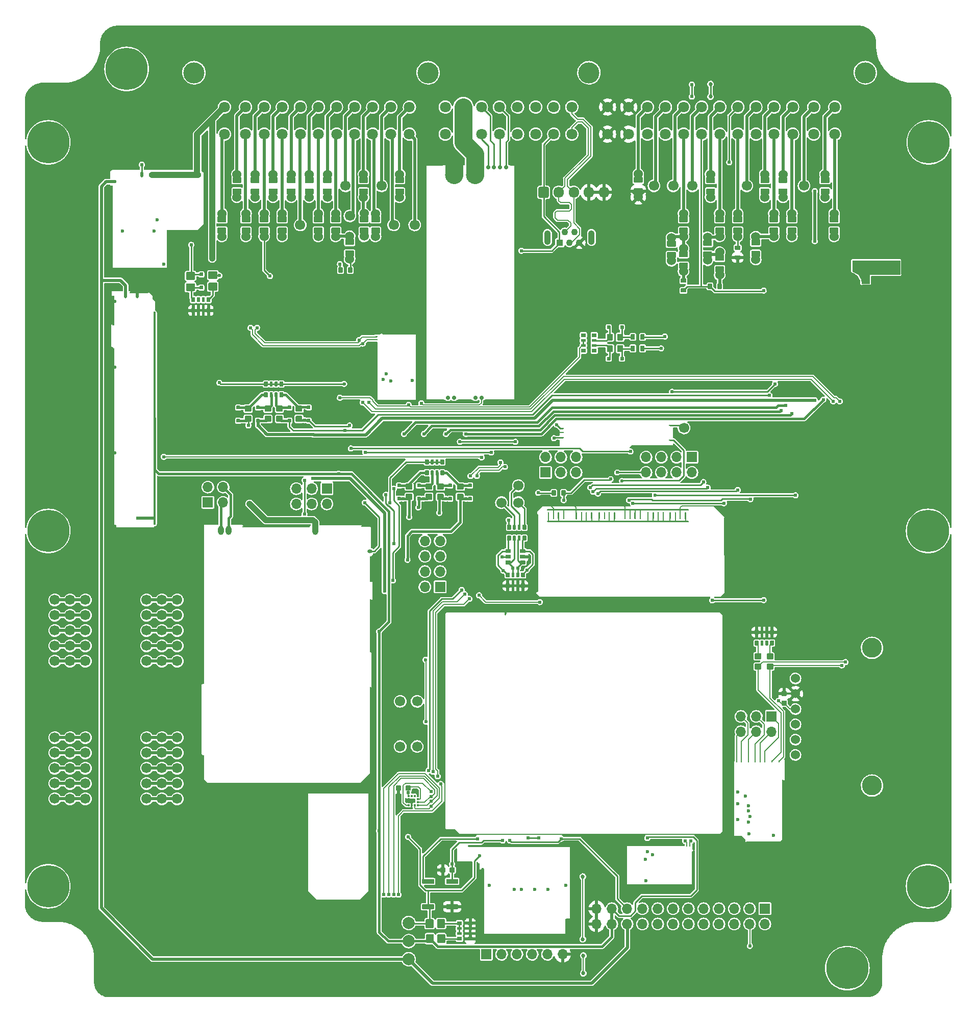
<source format=gtl>
G04 #@! TF.GenerationSoftware,KiCad,Pcbnew,(5.99.0-10192-g8d0191151d)*
G04 #@! TF.CreationDate,2021-04-13T21:24:01+03:00*
G04 #@! TF.ProjectId,hellen64_miataNA6_94,68656c6c-656e-4363-945f-6d696174614e,R0.4*
G04 #@! TF.SameCoordinates,PX1406f40PYa852d20*
G04 #@! TF.FileFunction,Copper,L1,Top*
G04 #@! TF.FilePolarity,Positive*
%FSLAX46Y46*%
G04 Gerber Fmt 4.6, Leading zero omitted, Abs format (unit mm)*
G04 Created by KiCad (PCBNEW (5.99.0-10192-g8d0191151d)) date 2021-04-13 21:24:01*
%MOMM*%
%LPD*%
G01*
G04 APERTURE LIST*
G04 #@! TA.AperFunction,EtchedComponent*
%ADD10C,0.100000*%
G04 #@! TD*
G04 #@! TA.AperFunction,SMDPad,CuDef*
%ADD11O,0.499999X2.999999*%
G04 #@! TD*
G04 #@! TA.AperFunction,SMDPad,CuDef*
%ADD12O,0.499999X12.700000*%
G04 #@! TD*
G04 #@! TA.AperFunction,SMDPad,CuDef*
%ADD13O,1.200000X0.499999*%
G04 #@! TD*
G04 #@! TA.AperFunction,SMDPad,CuDef*
%ADD14O,17.400001X0.399999*%
G04 #@! TD*
G04 #@! TA.AperFunction,SMDPad,CuDef*
%ADD15O,0.499999X11.400000*%
G04 #@! TD*
G04 #@! TA.AperFunction,SMDPad,CuDef*
%ADD16O,14.449999X0.499999*%
G04 #@! TD*
G04 #@! TA.AperFunction,ComponentPad*
%ADD17C,0.599999*%
G04 #@! TD*
G04 #@! TA.AperFunction,SMDPad,CuDef*
%ADD18O,0.499999X0.250000*%
G04 #@! TD*
G04 #@! TA.AperFunction,ComponentPad*
%ADD19C,1.524000*%
G04 #@! TD*
G04 #@! TA.AperFunction,ComponentPad*
%ADD20C,1.700000*%
G04 #@! TD*
G04 #@! TA.AperFunction,SMDPad,CuDef*
%ADD21C,2.000000*%
G04 #@! TD*
G04 #@! TA.AperFunction,ComponentPad*
%ADD22R,1.700000X1.700000*%
G04 #@! TD*
G04 #@! TA.AperFunction,ComponentPad*
%ADD23O,1.700000X1.700000*%
G04 #@! TD*
G04 #@! TA.AperFunction,SMDPad,CuDef*
%ADD24O,1.699999X0.200000*%
G04 #@! TD*
G04 #@! TA.AperFunction,SMDPad,CuDef*
%ADD25O,0.200000X4.249999*%
G04 #@! TD*
G04 #@! TA.AperFunction,SMDPad,CuDef*
%ADD26O,0.200000X4.149999*%
G04 #@! TD*
G04 #@! TA.AperFunction,SMDPad,CuDef*
%ADD27O,11.324999X0.200000*%
G04 #@! TD*
G04 #@! TA.AperFunction,SMDPad,CuDef*
%ADD28O,0.200000X14.399999*%
G04 #@! TD*
G04 #@! TA.AperFunction,SMDPad,CuDef*
%ADD29O,0.200000X8.824999*%
G04 #@! TD*
G04 #@! TA.AperFunction,SMDPad,CuDef*
%ADD30O,0.200000X25.849999*%
G04 #@! TD*
G04 #@! TA.AperFunction,SMDPad,CuDef*
%ADD31O,0.200000X3.600000*%
G04 #@! TD*
G04 #@! TA.AperFunction,SMDPad,CuDef*
%ADD32O,25.699999X0.200000*%
G04 #@! TD*
G04 #@! TA.AperFunction,SMDPad,CuDef*
%ADD33O,1.000001X1.500000*%
G04 #@! TD*
G04 #@! TA.AperFunction,SMDPad,CuDef*
%ADD34O,0.800001X0.599999*%
G04 #@! TD*
G04 #@! TA.AperFunction,ComponentPad*
%ADD35C,3.500120*%
G04 #@! TD*
G04 #@! TA.AperFunction,ComponentPad*
%ADD36C,1.800000*%
G04 #@! TD*
G04 #@! TA.AperFunction,ComponentPad*
%ADD37C,7.000000*%
G04 #@! TD*
G04 #@! TA.AperFunction,ComponentPad*
%ADD38R,1.100000X1.100000*%
G04 #@! TD*
G04 #@! TA.AperFunction,ComponentPad*
%ADD39C,1.100000*%
G04 #@! TD*
G04 #@! TA.AperFunction,ComponentPad*
%ADD40O,1.100000X2.400000*%
G04 #@! TD*
G04 #@! TA.AperFunction,SMDPad,CuDef*
%ADD41O,0.250000X0.499999*%
G04 #@! TD*
G04 #@! TA.AperFunction,SMDPad,CuDef*
%ADD42O,5.669999X0.200000*%
G04 #@! TD*
G04 #@! TA.AperFunction,SMDPad,CuDef*
%ADD43O,0.399999X9.800001*%
G04 #@! TD*
G04 #@! TA.AperFunction,SMDPad,CuDef*
%ADD44O,6.799999X0.200000*%
G04 #@! TD*
G04 #@! TA.AperFunction,SMDPad,CuDef*
%ADD45O,0.200000X11.100001*%
G04 #@! TD*
G04 #@! TA.AperFunction,ComponentPad*
%ADD46C,3.302000*%
G04 #@! TD*
G04 #@! TA.AperFunction,SMDPad,CuDef*
%ADD47R,0.375000X0.350000*%
G04 #@! TD*
G04 #@! TA.AperFunction,SMDPad,CuDef*
%ADD48R,0.350000X0.375000*%
G04 #@! TD*
G04 #@! TA.AperFunction,SMDPad,CuDef*
%ADD49O,0.499999X1.000001*%
G04 #@! TD*
G04 #@! TA.AperFunction,SMDPad,CuDef*
%ADD50O,8.744829X1.000001*%
G04 #@! TD*
G04 #@! TA.AperFunction,SMDPad,CuDef*
%ADD51O,0.399999X9.000000*%
G04 #@! TD*
G04 #@! TA.AperFunction,SMDPad,CuDef*
%ADD52O,0.200000X13.800000*%
G04 #@! TD*
G04 #@! TA.AperFunction,SMDPad,CuDef*
%ADD53O,0.200000X6.500000*%
G04 #@! TD*
G04 #@! TA.AperFunction,SMDPad,CuDef*
%ADD54O,0.499999X0.200000*%
G04 #@! TD*
G04 #@! TA.AperFunction,SMDPad,CuDef*
%ADD55O,5.399999X0.399999*%
G04 #@! TD*
G04 #@! TA.AperFunction,SMDPad,CuDef*
%ADD56O,9.199999X0.200000*%
G04 #@! TD*
G04 #@! TA.AperFunction,ComponentPad*
%ADD57C,0.700000*%
G04 #@! TD*
G04 #@! TA.AperFunction,SMDPad,CuDef*
%ADD58C,3.000000*%
G04 #@! TD*
G04 #@! TA.AperFunction,SMDPad,CuDef*
%ADD59R,0.250000X39.250000*%
G04 #@! TD*
G04 #@! TA.AperFunction,SMDPad,CuDef*
%ADD60R,0.950000X0.250000*%
G04 #@! TD*
G04 #@! TA.AperFunction,SMDPad,CuDef*
%ADD61R,3.100000X0.250000*%
G04 #@! TD*
G04 #@! TA.AperFunction,SMDPad,CuDef*
%ADD62R,2.950000X0.250000*%
G04 #@! TD*
G04 #@! TA.AperFunction,SMDPad,CuDef*
%ADD63R,2.250000X0.250000*%
G04 #@! TD*
G04 #@! TA.AperFunction,SMDPad,CuDef*
%ADD64R,5.050000X0.250000*%
G04 #@! TD*
G04 #@! TA.AperFunction,SMDPad,CuDef*
%ADD65O,0.200000X5.669999*%
G04 #@! TD*
G04 #@! TA.AperFunction,SMDPad,CuDef*
%ADD66O,9.800001X0.399999*%
G04 #@! TD*
G04 #@! TA.AperFunction,SMDPad,CuDef*
%ADD67O,11.100001X0.200000*%
G04 #@! TD*
G04 #@! TA.AperFunction,SMDPad,CuDef*
%ADD68O,0.200000X6.799999*%
G04 #@! TD*
G04 #@! TA.AperFunction,SMDPad,CuDef*
%ADD69O,5.800001X0.250000*%
G04 #@! TD*
G04 #@! TA.AperFunction,SMDPad,CuDef*
%ADD70O,0.250000X10.200000*%
G04 #@! TD*
G04 #@! TA.AperFunction,SMDPad,CuDef*
%ADD71O,0.200000X0.399999*%
G04 #@! TD*
G04 #@! TA.AperFunction,SMDPad,CuDef*
%ADD72O,0.399999X5.000000*%
G04 #@! TD*
G04 #@! TA.AperFunction,SMDPad,CuDef*
%ADD73O,7.200001X0.399999*%
G04 #@! TD*
G04 #@! TA.AperFunction,SMDPad,CuDef*
%ADD74O,3.099999X0.200000*%
G04 #@! TD*
G04 #@! TA.AperFunction,SMDPad,CuDef*
%ADD75O,0.399999X30.000001*%
G04 #@! TD*
G04 #@! TA.AperFunction,SMDPad,CuDef*
%ADD76O,0.399999X35.400000*%
G04 #@! TD*
G04 #@! TA.AperFunction,SMDPad,CuDef*
%ADD77O,2.999999X0.499999*%
G04 #@! TD*
G04 #@! TA.AperFunction,ComponentPad*
%ADD78O,1.700000X1.850000*%
G04 #@! TD*
G04 #@! TA.AperFunction,ViaPad*
%ADD79C,0.600000*%
G04 #@! TD*
G04 #@! TA.AperFunction,ViaPad*
%ADD80C,0.685800*%
G04 #@! TD*
G04 #@! TA.AperFunction,ViaPad*
%ADD81C,0.609600*%
G04 #@! TD*
G04 #@! TA.AperFunction,ViaPad*
%ADD82C,1.000000*%
G04 #@! TD*
G04 #@! TA.AperFunction,Conductor*
%ADD83C,0.200000*%
G04 #@! TD*
G04 #@! TA.AperFunction,Conductor*
%ADD84C,0.254000*%
G04 #@! TD*
G04 #@! TA.AperFunction,Conductor*
%ADD85C,3.000000*%
G04 #@! TD*
G04 #@! TA.AperFunction,Conductor*
%ADD86C,0.299720*%
G04 #@! TD*
G04 #@! TA.AperFunction,Conductor*
%ADD87C,0.508000*%
G04 #@! TD*
G04 #@! TA.AperFunction,Conductor*
%ADD88C,0.400000*%
G04 #@! TD*
G04 #@! TA.AperFunction,Conductor*
%ADD89C,0.203200*%
G04 #@! TD*
G04 #@! TA.AperFunction,Conductor*
%ADD90C,1.000000*%
G04 #@! TD*
G04 APERTURE END LIST*
D10*
G04 #@! TO.C,G3*
X145300700Y122407060D02*
X145300700Y120107060D01*
X145300700Y120107060D02*
X140400700Y120107060D01*
X140400700Y120107060D02*
X140350700Y120097060D01*
X140350700Y120097060D02*
X140310700Y120057060D01*
X140310700Y120057060D02*
X140300700Y120007060D01*
X140300700Y120007060D02*
X140300700Y118607060D01*
X140300700Y118607060D02*
X139000700Y118607060D01*
X139000700Y118607060D02*
X139000700Y118707060D01*
X139000700Y118707060D02*
X138980700Y118887060D01*
X138980700Y118887060D02*
X138940700Y119097060D01*
X138940700Y119097060D02*
X138870700Y119307060D01*
X138870700Y119307060D02*
X138820700Y119437060D01*
X138820700Y119437060D02*
X138730700Y119617060D01*
X138730700Y119617060D02*
X138620700Y119787060D01*
X138620700Y119787060D02*
X138480700Y119967060D01*
X138480700Y119967060D02*
X138290700Y120157060D01*
X138290700Y120157060D02*
X138170700Y120247060D01*
X138170700Y120247060D02*
X138010700Y120357060D01*
X138010700Y120357060D02*
X137810700Y120467060D01*
X137810700Y120467060D02*
X137620700Y120547060D01*
X137620700Y120547060D02*
X137500700Y120587060D01*
X137500700Y120587060D02*
X137500700Y122407060D01*
X137500700Y122407060D02*
X145300700Y122407060D01*
G36*
X145300700Y120107060D02*
G01*
X140400700Y120107060D01*
X140350700Y120097060D01*
X140310700Y120057060D01*
X140300700Y120007060D01*
X140300700Y118607060D01*
X139000700Y118607060D01*
X139000700Y118707060D01*
X138980700Y118887060D01*
X138940700Y119097060D01*
X138870700Y119307060D01*
X138820700Y119437060D01*
X138730700Y119617060D01*
X138620700Y119787060D01*
X138480700Y119967060D01*
X138290700Y120157060D01*
X138170700Y120247060D01*
X138010700Y120357060D01*
X137810700Y120467060D01*
X137620700Y120547060D01*
X137500700Y120587060D01*
X137500700Y122407060D01*
X145300700Y122407060D01*
X145300700Y120107060D01*
G37*
X145300700Y120107060D02*
X140400700Y120107060D01*
X140350700Y120097060D01*
X140310700Y120057060D01*
X140300700Y120007060D01*
X140300700Y118607060D01*
X139000700Y118607060D01*
X139000700Y118707060D01*
X138980700Y118887060D01*
X138940700Y119097060D01*
X138870700Y119307060D01*
X138820700Y119437060D01*
X138730700Y119617060D01*
X138620700Y119787060D01*
X138480700Y119967060D01*
X138290700Y120157060D01*
X138170700Y120247060D01*
X138010700Y120357060D01*
X137810700Y120467060D01*
X137620700Y120547060D01*
X137500700Y120587060D01*
X137500700Y122407060D01*
X145300700Y122407060D01*
X145300700Y120107060D01*
G04 #@! TD*
G04 #@! TO.P,R23,1*
G04 #@! TO.N,+5VA*
G04 #@! TA.AperFunction,SMDPad,CuDef*
G36*
G01*
X52161360Y120410880D02*
X52161360Y121190880D01*
G75*
G02*
X52231360Y121260880I70000J0D01*
G01*
X52791360Y121260880D01*
G75*
G02*
X52861360Y121190880I0J-70000D01*
G01*
X52861360Y120410880D01*
G75*
G02*
X52791360Y120340880I-70000J0D01*
G01*
X52231360Y120340880D01*
G75*
G02*
X52161360Y120410880I0J70000D01*
G01*
G37*
G04 #@! TD.AperFunction*
G04 #@! TO.P,R23,2*
G04 #@! TO.N,Net-(R20-Pad1)*
G04 #@! TA.AperFunction,SMDPad,CuDef*
G36*
G01*
X53761360Y120410880D02*
X53761360Y121190880D01*
G75*
G02*
X53831360Y121260880I70000J0D01*
G01*
X54391360Y121260880D01*
G75*
G02*
X54461360Y121190880I0J-70000D01*
G01*
X54461360Y120410880D01*
G75*
G02*
X54391360Y120340880I-70000J0D01*
G01*
X53831360Y120340880D01*
G75*
G02*
X53761360Y120410880I0J70000D01*
G01*
G37*
G04 #@! TD.AperFunction*
G04 #@! TD*
G04 #@! TO.P,R22,1*
G04 #@! TO.N,+5VA*
G04 #@! TA.AperFunction,SMDPad,CuDef*
G36*
G01*
X113460960Y117705000D02*
X113460960Y118485000D01*
G75*
G02*
X113530960Y118555000I70000J0D01*
G01*
X114090960Y118555000D01*
G75*
G02*
X114160960Y118485000I0J-70000D01*
G01*
X114160960Y117705000D01*
G75*
G02*
X114090960Y117635000I-70000J0D01*
G01*
X113530960Y117635000D01*
G75*
G02*
X113460960Y117705000I0J70000D01*
G01*
G37*
G04 #@! TD.AperFunction*
G04 #@! TO.P,R22,2*
G04 #@! TO.N,/1N*
G04 #@! TA.AperFunction,SMDPad,CuDef*
G36*
G01*
X115060960Y117705000D02*
X115060960Y118485000D01*
G75*
G02*
X115130960Y118555000I70000J0D01*
G01*
X115690960Y118555000D01*
G75*
G02*
X115760960Y118485000I0J-70000D01*
G01*
X115760960Y117705000D01*
G75*
G02*
X115690960Y117635000I-70000J0D01*
G01*
X115130960Y117635000D01*
G75*
G02*
X115060960Y117705000I0J70000D01*
G01*
G37*
G04 #@! TD.AperFunction*
G04 #@! TD*
G04 #@! TO.P,R21,1*
G04 #@! TO.N,+5VA*
G04 #@! TA.AperFunction,SMDPad,CuDef*
G36*
G01*
X109800960Y117100001D02*
X109020960Y117100001D01*
G75*
G02*
X108950960Y117170001I0J70000D01*
G01*
X108950960Y117730001D01*
G75*
G02*
X109020960Y117800001I70000J0D01*
G01*
X109800960Y117800001D01*
G75*
G02*
X109870960Y117730001I0J-70000D01*
G01*
X109870960Y117170001D01*
G75*
G02*
X109800960Y117100001I-70000J0D01*
G01*
G37*
G04 #@! TD.AperFunction*
G04 #@! TO.P,R21,2*
G04 #@! TO.N,Net-(R21-Pad2)*
G04 #@! TA.AperFunction,SMDPad,CuDef*
G36*
G01*
X109800960Y118700001D02*
X109020960Y118700001D01*
G75*
G02*
X108950960Y118770001I0J70000D01*
G01*
X108950960Y119330001D01*
G75*
G02*
X109020960Y119400001I70000J0D01*
G01*
X109800960Y119400001D01*
G75*
G02*
X109870960Y119330001I0J-70000D01*
G01*
X109870960Y118770001D01*
G75*
G02*
X109800960Y118700001I-70000J0D01*
G01*
G37*
G04 #@! TD.AperFunction*
G04 #@! TD*
D11*
G04 #@! TO.P,M4,G,GND*
G04 #@! TO.N,GND*
X90066859Y11639724D03*
D12*
X90816860Y19027192D03*
D13*
X90416861Y12914718D03*
D14*
X82316867Y25189707D03*
D15*
X76116859Y15902189D03*
D16*
X83086861Y10364690D03*
D17*
G04 #@! TO.P,M4,V1,V33*
G04 #@! TO.N,+3V3*
X75566855Y23589700D03*
G04 #@! TO.P,M4,V2,GND*
G04 #@! TO.N,GND*
X77141869Y18684691D03*
G04 #@! TO.P,M4,V3,GND*
X89845887Y18693754D03*
G04 #@! TO.P,M4,V4,SD_CS*
G04 #@! TO.N,/SD_CS*
X81366859Y18014690D03*
G04 #@! TO.P,M4,V5,SD_MOSI*
G04 #@! TO.N,/SD_MOSI*
X82541863Y18014690D03*
G04 #@! TO.P,M4,V6,SD_SCK*
G04 #@! TO.N,/SD_SCK*
X84716857Y18014690D03*
G04 #@! TO.P,M4,V7,SD_MISO*
G04 #@! TO.N,/SD_MISO*
X86941859Y18014690D03*
G04 #@! TD*
G04 #@! TO.P,R8,1*
G04 #@! TO.N,/D1*
G04 #@! TA.AperFunction,SMDPad,CuDef*
G36*
G01*
X80136360Y75965880D02*
X80136360Y76635880D01*
G75*
G02*
X80201360Y76700880I65000J0D01*
G01*
X80721360Y76700880D01*
G75*
G02*
X80786360Y76635880I0J-65000D01*
G01*
X80786360Y75965880D01*
G75*
G02*
X80721360Y75900880I-65000J0D01*
G01*
X80201360Y75900880D01*
G75*
G02*
X80136360Y75965880I0J65000D01*
G01*
G37*
G04 #@! TD.AperFunction*
G04 #@! TO.P,R8,2*
G04 #@! TO.N,/D2*
G04 #@! TA.AperFunction,SMDPad,CuDef*
G36*
G01*
X81111360Y75945880D02*
X81111360Y76655880D01*
G75*
G02*
X81156360Y76700880I45000J0D01*
G01*
X81516360Y76700880D01*
G75*
G02*
X81561360Y76655880I0J-45000D01*
G01*
X81561360Y75945880D01*
G75*
G02*
X81516360Y75900880I-45000J0D01*
G01*
X81156360Y75900880D01*
G75*
G02*
X81111360Y75945880I0J45000D01*
G01*
G37*
G04 #@! TD.AperFunction*
G04 #@! TO.P,R8,3*
G04 #@! TO.N,/D3*
G04 #@! TA.AperFunction,SMDPad,CuDef*
G36*
G01*
X81911360Y75945880D02*
X81911360Y76655880D01*
G75*
G02*
X81956360Y76700880I45000J0D01*
G01*
X82316360Y76700880D01*
G75*
G02*
X82361360Y76655880I0J-45000D01*
G01*
X82361360Y75945880D01*
G75*
G02*
X82316360Y75900880I-45000J0D01*
G01*
X81956360Y75900880D01*
G75*
G02*
X81911360Y75945880I0J45000D01*
G01*
G37*
G04 #@! TD.AperFunction*
G04 #@! TO.P,R8,4*
G04 #@! TO.N,/D4*
G04 #@! TA.AperFunction,SMDPad,CuDef*
G36*
G01*
X82686360Y75965880D02*
X82686360Y76635880D01*
G75*
G02*
X82751360Y76700880I65000J0D01*
G01*
X83271360Y76700880D01*
G75*
G02*
X83336360Y76635880I0J-65000D01*
G01*
X83336360Y75965880D01*
G75*
G02*
X83271360Y75900880I-65000J0D01*
G01*
X82751360Y75900880D01*
G75*
G02*
X82686360Y75965880I0J65000D01*
G01*
G37*
G04 #@! TD.AperFunction*
G04 #@! TO.P,R8,5*
G04 #@! TO.N,/IN_D4*
G04 #@! TA.AperFunction,SMDPad,CuDef*
G36*
G01*
X82686360Y77765880D02*
X82686360Y78435880D01*
G75*
G02*
X82751360Y78500880I65000J0D01*
G01*
X83271360Y78500880D01*
G75*
G02*
X83336360Y78435880I0J-65000D01*
G01*
X83336360Y77765880D01*
G75*
G02*
X83271360Y77700880I-65000J0D01*
G01*
X82751360Y77700880D01*
G75*
G02*
X82686360Y77765880I0J65000D01*
G01*
G37*
G04 #@! TD.AperFunction*
G04 #@! TO.P,R8,6*
G04 #@! TO.N,/IN_D3*
G04 #@! TA.AperFunction,SMDPad,CuDef*
G36*
G01*
X81911360Y77745880D02*
X81911360Y78455880D01*
G75*
G02*
X81956360Y78500880I45000J0D01*
G01*
X82316360Y78500880D01*
G75*
G02*
X82361360Y78455880I0J-45000D01*
G01*
X82361360Y77745880D01*
G75*
G02*
X82316360Y77700880I-45000J0D01*
G01*
X81956360Y77700880D01*
G75*
G02*
X81911360Y77745880I0J45000D01*
G01*
G37*
G04 #@! TD.AperFunction*
G04 #@! TO.P,R8,7*
G04 #@! TO.N,/IN_D2*
G04 #@! TA.AperFunction,SMDPad,CuDef*
G36*
G01*
X81111360Y77745880D02*
X81111360Y78455880D01*
G75*
G02*
X81156360Y78500880I45000J0D01*
G01*
X81516360Y78500880D01*
G75*
G02*
X81561360Y78455880I0J-45000D01*
G01*
X81561360Y77745880D01*
G75*
G02*
X81516360Y77700880I-45000J0D01*
G01*
X81156360Y77700880D01*
G75*
G02*
X81111360Y77745880I0J45000D01*
G01*
G37*
G04 #@! TD.AperFunction*
G04 #@! TO.P,R8,8*
G04 #@! TO.N,/IN_D1*
G04 #@! TA.AperFunction,SMDPad,CuDef*
G36*
G01*
X80136360Y77765880D02*
X80136360Y78435880D01*
G75*
G02*
X80201360Y78500880I65000J0D01*
G01*
X80721360Y78500880D01*
G75*
G02*
X80786360Y78435880I0J-65000D01*
G01*
X80786360Y77765880D01*
G75*
G02*
X80721360Y77700880I-65000J0D01*
G01*
X80201360Y77700880D01*
G75*
G02*
X80136360Y77765880I0J65000D01*
G01*
G37*
G04 #@! TD.AperFunction*
G04 #@! TD*
D18*
G04 #@! TO.P,M9,E1,V5A*
G04 #@! TO.N,+5VA*
X89359786Y92963404D03*
G04 #@! TO.P,M9,E2,GND*
G04 #@! TO.N,GND*
X89359786Y93838404D03*
G04 #@! TO.P,M9,E3,OUT_KNOCK*
G04 #@! TO.N,/IN_KNOCK*
X89359786Y94538405D03*
G04 #@! TO.P,M9,W1,IN_KNOCK*
G04 #@! TO.N,/IN_KNOCK_RAW*
X107184784Y94988404D03*
G04 #@! TO.P,M9,W2,VREF*
G04 #@! TO.N,/VREF2*
X107184784Y92588401D03*
G04 #@! TD*
G04 #@! TO.P,R32,1,1*
G04 #@! TO.N,Net-(R20-Pad2)*
G04 #@! TA.AperFunction,SMDPad,CuDef*
G36*
G01*
X52325700Y126849999D02*
X51075700Y126849999D01*
G75*
G02*
X50975700Y126949999I0J100000D01*
G01*
X50975700Y127749999D01*
G75*
G02*
X51075700Y127849999I100000J0D01*
G01*
X52325700Y127849999D01*
G75*
G02*
X52425700Y127749999I0J-100000D01*
G01*
X52425700Y126949999D01*
G75*
G02*
X52325700Y126849999I-100000J0D01*
G01*
G37*
G04 #@! TD.AperFunction*
D19*
X51700700Y126395000D03*
G04 #@! TO.P,R32,2,2*
G04 #@! TO.N,/1M*
G04 #@! TA.AperFunction,SMDPad,CuDef*
G36*
G01*
X52325700Y128750021D02*
X51075700Y128750021D01*
G75*
G02*
X50975700Y128850021I0J100000D01*
G01*
X50975700Y129650021D01*
G75*
G02*
X51075700Y129750021I100000J0D01*
G01*
X52325700Y129750021D01*
G75*
G02*
X52425700Y129650021I0J-100000D01*
G01*
X52425700Y128850021D01*
G75*
G02*
X52325700Y128750021I-100000J0D01*
G01*
G37*
G04 #@! TD.AperFunction*
X51700700Y130205000D03*
G04 #@! TD*
D20*
G04 #@! TO.P,P24,1,Pin_1*
G04 #@! TO.N,/IO12*
X65210960Y49204880D03*
G04 #@! TD*
G04 #@! TO.P,P47,1,Pin_1*
G04 #@! TO.N,Net-(P2-Pad21)*
X59310960Y134800000D03*
G04 #@! TD*
G04 #@! TO.P,R2,1*
G04 #@! TO.N,GND*
G04 #@! TA.AperFunction,SMDPad,CuDef*
G36*
G01*
X74364360Y9479880D02*
X73694360Y9479880D01*
G75*
G02*
X73629360Y9544880I0J65000D01*
G01*
X73629360Y10064880D01*
G75*
G02*
X73694360Y10129880I65000J0D01*
G01*
X74364360Y10129880D01*
G75*
G02*
X74429360Y10064880I0J-65000D01*
G01*
X74429360Y9544880D01*
G75*
G02*
X74364360Y9479880I-65000J0D01*
G01*
G37*
G04 #@! TD.AperFunction*
G04 #@! TO.P,R2,2*
G04 #@! TA.AperFunction,SMDPad,CuDef*
G36*
G01*
X74384360Y10454880D02*
X73674360Y10454880D01*
G75*
G02*
X73629360Y10499880I0J45000D01*
G01*
X73629360Y10859880D01*
G75*
G02*
X73674360Y10904880I45000J0D01*
G01*
X74384360Y10904880D01*
G75*
G02*
X74429360Y10859880I0J-45000D01*
G01*
X74429360Y10499880D01*
G75*
G02*
X74384360Y10454880I-45000J0D01*
G01*
G37*
G04 #@! TD.AperFunction*
G04 #@! TO.P,R2,3*
G04 #@! TA.AperFunction,SMDPad,CuDef*
G36*
G01*
X74384360Y11254880D02*
X73674360Y11254880D01*
G75*
G02*
X73629360Y11299880I0J45000D01*
G01*
X73629360Y11659880D01*
G75*
G02*
X73674360Y11704880I45000J0D01*
G01*
X74384360Y11704880D01*
G75*
G02*
X74429360Y11659880I0J-45000D01*
G01*
X74429360Y11299880D01*
G75*
G02*
X74384360Y11254880I-45000J0D01*
G01*
G37*
G04 #@! TD.AperFunction*
G04 #@! TO.P,R2,4*
G04 #@! TA.AperFunction,SMDPad,CuDef*
G36*
G01*
X74364360Y12029880D02*
X73694360Y12029880D01*
G75*
G02*
X73629360Y12094880I0J65000D01*
G01*
X73629360Y12614880D01*
G75*
G02*
X73694360Y12679880I65000J0D01*
G01*
X74364360Y12679880D01*
G75*
G02*
X74429360Y12614880I0J-65000D01*
G01*
X74429360Y12094880D01*
G75*
G02*
X74364360Y12029880I-65000J0D01*
G01*
G37*
G04 #@! TD.AperFunction*
G04 #@! TO.P,R2,5*
G04 #@! TO.N,Net-(D2-Pad2)*
G04 #@! TA.AperFunction,SMDPad,CuDef*
G36*
G01*
X72564360Y12029880D02*
X71894360Y12029880D01*
G75*
G02*
X71829360Y12094880I0J65000D01*
G01*
X71829360Y12614880D01*
G75*
G02*
X71894360Y12679880I65000J0D01*
G01*
X72564360Y12679880D01*
G75*
G02*
X72629360Y12614880I0J-65000D01*
G01*
X72629360Y12094880D01*
G75*
G02*
X72564360Y12029880I-65000J0D01*
G01*
G37*
G04 #@! TD.AperFunction*
G04 #@! TO.P,R2,6*
G04 #@! TA.AperFunction,SMDPad,CuDef*
G36*
G01*
X72584360Y11254880D02*
X71874360Y11254880D01*
G75*
G02*
X71829360Y11299880I0J45000D01*
G01*
X71829360Y11659880D01*
G75*
G02*
X71874360Y11704880I45000J0D01*
G01*
X72584360Y11704880D01*
G75*
G02*
X72629360Y11659880I0J-45000D01*
G01*
X72629360Y11299880D01*
G75*
G02*
X72584360Y11254880I-45000J0D01*
G01*
G37*
G04 #@! TD.AperFunction*
G04 #@! TO.P,R2,7*
G04 #@! TA.AperFunction,SMDPad,CuDef*
G36*
G01*
X72584360Y10454880D02*
X71874360Y10454880D01*
G75*
G02*
X71829360Y10499880I0J45000D01*
G01*
X71829360Y10859880D01*
G75*
G02*
X71874360Y10904880I45000J0D01*
G01*
X72584360Y10904880D01*
G75*
G02*
X72629360Y10859880I0J-45000D01*
G01*
X72629360Y10499880D01*
G75*
G02*
X72584360Y10454880I-45000J0D01*
G01*
G37*
G04 #@! TD.AperFunction*
G04 #@! TO.P,R2,8*
G04 #@! TO.N,Net-(D1-Pad2)*
G04 #@! TA.AperFunction,SMDPad,CuDef*
G36*
G01*
X72564360Y9479880D02*
X71894360Y9479880D01*
G75*
G02*
X71829360Y9544880I0J65000D01*
G01*
X71829360Y10064880D01*
G75*
G02*
X71894360Y10129880I65000J0D01*
G01*
X72564360Y10129880D01*
G75*
G02*
X72629360Y10064880I0J-65000D01*
G01*
X72629360Y9544880D01*
G75*
G02*
X72564360Y9479880I-65000J0D01*
G01*
G37*
G04 #@! TD.AperFunction*
G04 #@! TD*
G04 #@! TO.P,R4,1*
G04 #@! TO.N,/IN_MAF*
G04 #@! TA.AperFunction,SMDPad,CuDef*
G36*
G01*
X118010700Y124857060D02*
X118790700Y124857060D01*
G75*
G02*
X118860700Y124787060I0J-70000D01*
G01*
X118860700Y124227060D01*
G75*
G02*
X118790700Y124157060I-70000J0D01*
G01*
X118010700Y124157060D01*
G75*
G02*
X117940700Y124227060I0J70000D01*
G01*
X117940700Y124787060D01*
G75*
G02*
X118010700Y124857060I70000J0D01*
G01*
G37*
G04 #@! TD.AperFunction*
G04 #@! TO.P,R4,2*
G04 #@! TO.N,GND*
G04 #@! TA.AperFunction,SMDPad,CuDef*
G36*
G01*
X118010700Y123257060D02*
X118790700Y123257060D01*
G75*
G02*
X118860700Y123187060I0J-70000D01*
G01*
X118860700Y122627060D01*
G75*
G02*
X118790700Y122557060I-70000J0D01*
G01*
X118010700Y122557060D01*
G75*
G02*
X117940700Y122627060I0J70000D01*
G01*
X117940700Y123187060D01*
G75*
G02*
X118010700Y123257060I70000J0D01*
G01*
G37*
G04 #@! TD.AperFunction*
G04 #@! TD*
D21*
G04 #@! TO.P,J19,1,Pin_1*
G04 #@! TO.N,+12V*
X63800000Y6400000D03*
G04 #@! TD*
G04 #@! TO.P,C3,1*
G04 #@! TO.N,GND*
G04 #@! TA.AperFunction,SMDPad,CuDef*
G36*
G01*
X61705958Y34460000D02*
X61705958Y35140000D01*
G75*
G02*
X61790958Y35225000I85000J0D01*
G01*
X62470958Y35225000D01*
G75*
G02*
X62555958Y35140000I0J-85000D01*
G01*
X62555958Y34460000D01*
G75*
G02*
X62470958Y34375000I-85000J0D01*
G01*
X61790958Y34375000D01*
G75*
G02*
X61705958Y34460000I0J85000D01*
G01*
G37*
G04 #@! TD.AperFunction*
G04 #@! TO.P,C3,2*
G04 #@! TO.N,+3V3*
G04 #@! TA.AperFunction,SMDPad,CuDef*
G36*
G01*
X63285960Y34460000D02*
X63285960Y35140000D01*
G75*
G02*
X63370960Y35225000I85000J0D01*
G01*
X64050960Y35225000D01*
G75*
G02*
X64135960Y35140000I0J-85000D01*
G01*
X64135960Y34460000D01*
G75*
G02*
X64050960Y34375000I-85000J0D01*
G01*
X63370960Y34375000D01*
G75*
G02*
X63285960Y34460000I0J85000D01*
G01*
G37*
G04 #@! TD.AperFunction*
G04 #@! TD*
D22*
G04 #@! TO.P,J10,1,Pin_1*
G04 #@! TO.N,/OUT_LOW11*
X50252360Y84513880D03*
D23*
G04 #@! TO.P,J10,2,Pin_2*
G04 #@! TO.N,/OUT_LOW6_PULLUP*
X50252360Y81973880D03*
G04 #@! TO.P,J10,3,Pin_3*
G04 #@! TO.N,/OUT_HIGH2*
X47712360Y84513880D03*
G04 #@! TO.P,J10,4,Pin_4*
G04 #@! TO.N,/OUT_LOW1_DUAL*
X47712360Y81973880D03*
G04 #@! TO.P,J10,5,Pin_5*
G04 #@! TO.N,/OUT_PP2*
X45172360Y84513880D03*
G04 #@! TO.P,J10,6,Pin_6*
G04 #@! TO.N,unconnected-(J10-Pad6)*
X45172360Y81973880D03*
G04 #@! TD*
D20*
G04 #@! TO.P,G4,1*
G04 #@! TO.N,Net-(G4-Pad1)*
X20320000Y55880000D03*
G04 #@! TO.P,G4,2*
G04 #@! TO.N,Net-(G4-Pad12)*
X20320000Y58420000D03*
G04 #@! TO.P,G4,3*
G04 #@! TO.N,Net-(G4-Pad13)*
X20320000Y60960000D03*
G04 #@! TO.P,G4,4*
G04 #@! TO.N,Net-(G4-Pad14)*
X20320000Y63500000D03*
G04 #@! TO.P,G4,5*
G04 #@! TO.N,Net-(G4-Pad10)*
X20320000Y66040000D03*
G04 #@! TO.P,G4,6*
G04 #@! TO.N,Net-(G4-Pad1)*
X22860000Y55880000D03*
G04 #@! TO.P,G4,7*
G04 #@! TO.N,Net-(G4-Pad12)*
X22860000Y58420000D03*
G04 #@! TO.P,G4,8*
G04 #@! TO.N,Net-(G4-Pad13)*
X22860000Y60960000D03*
G04 #@! TO.P,G4,9*
G04 #@! TO.N,Net-(G4-Pad14)*
X22860000Y63500000D03*
G04 #@! TO.P,G4,10*
G04 #@! TO.N,Net-(G4-Pad10)*
X22860000Y66040000D03*
G04 #@! TO.P,G4,11*
G04 #@! TO.N,Net-(G4-Pad1)*
X25400000Y55880000D03*
G04 #@! TO.P,G4,12*
G04 #@! TO.N,Net-(G4-Pad12)*
X25400000Y58420000D03*
G04 #@! TO.P,G4,13*
G04 #@! TO.N,Net-(G4-Pad13)*
X25400000Y60960000D03*
G04 #@! TO.P,G4,14*
G04 #@! TO.N,Net-(G4-Pad14)*
X25400000Y63500000D03*
G04 #@! TO.P,G4,15*
G04 #@! TO.N,Net-(G4-Pad10)*
X25400000Y66040000D03*
G04 #@! TD*
D19*
G04 #@! TO.P,R11,1,1*
G04 #@! TO.N,/IN_TPS*
X115410960Y123795000D03*
G04 #@! TA.AperFunction,SMDPad,CuDef*
G36*
G01*
X114785960Y123340001D02*
X116035960Y123340001D01*
G75*
G02*
X116135960Y123240001I0J-100000D01*
G01*
X116135960Y122440001D01*
G75*
G02*
X116035960Y122340001I-100000J0D01*
G01*
X114785960Y122340001D01*
G75*
G02*
X114685960Y122440001I0J100000D01*
G01*
X114685960Y123240001D01*
G75*
G02*
X114785960Y123340001I100000J0D01*
G01*
G37*
G04 #@! TD.AperFunction*
G04 #@! TO.P,R11,2,2*
G04 #@! TO.N,/1N*
X115410960Y119985000D03*
G04 #@! TA.AperFunction,SMDPad,CuDef*
G36*
G01*
X114785960Y121439979D02*
X116035960Y121439979D01*
G75*
G02*
X116135960Y121339979I0J-100000D01*
G01*
X116135960Y120539979D01*
G75*
G02*
X116035960Y120439979I-100000J0D01*
G01*
X114785960Y120439979D01*
G75*
G02*
X114685960Y120539979I0J100000D01*
G01*
X114685960Y121339979D01*
G75*
G02*
X114785960Y121439979I100000J0D01*
G01*
G37*
G04 #@! TD.AperFunction*
G04 #@! TD*
G04 #@! TO.P,R41,1,1*
G04 #@! TO.N,/IN_VIGN*
G04 #@! TA.AperFunction,SMDPad,CuDef*
G36*
G01*
X37435960Y126849999D02*
X36185960Y126849999D01*
G75*
G02*
X36085960Y126949999I0J100000D01*
G01*
X36085960Y127749999D01*
G75*
G02*
X36185960Y127849999I100000J0D01*
G01*
X37435960Y127849999D01*
G75*
G02*
X37535960Y127749999I0J-100000D01*
G01*
X37535960Y126949999D01*
G75*
G02*
X37435960Y126849999I-100000J0D01*
G01*
G37*
G04 #@! TD.AperFunction*
X36810960Y126395000D03*
G04 #@! TO.P,R41,2,2*
G04 #@! TO.N,/1C*
X36810960Y130205000D03*
G04 #@! TA.AperFunction,SMDPad,CuDef*
G36*
G01*
X37435960Y128750021D02*
X36185960Y128750021D01*
G75*
G02*
X36085960Y128850021I0J100000D01*
G01*
X36085960Y129650021D01*
G75*
G02*
X36185960Y129750021I100000J0D01*
G01*
X37435960Y129750021D01*
G75*
G02*
X37535960Y129650021I0J-100000D01*
G01*
X37535960Y128850021D01*
G75*
G02*
X37435960Y128750021I-100000J0D01*
G01*
G37*
G04 #@! TD.AperFunction*
G04 #@! TD*
G04 #@! TO.P,M5,G,GND*
G04 #@! TO.N,GND*
G04 #@! TA.AperFunction,SMDPad,CuDef*
G36*
G01*
X57539385Y37279857D02*
X57539385Y37279857D01*
G75*
G02*
X57539385Y37138435I-70711J-70711D01*
G01*
X55962537Y35561587D01*
G75*
G02*
X55821115Y35561587I-70711J70711D01*
G01*
X55821115Y35561587D01*
G75*
G02*
X55821115Y35703009I70711J70711D01*
G01*
X57397963Y37279857D01*
G75*
G02*
X57539385Y37279857I70711J-70711D01*
G01*
G37*
G04 #@! TD.AperFunction*
G04 #@! TA.AperFunction,SMDPad,CuDef*
G36*
G01*
X30379369Y35546608D02*
X30379369Y35546608D01*
G75*
G02*
X30237947Y35546608I-70711J70711D01*
G01*
X29672261Y36112294D01*
G75*
G02*
X29672261Y36253716I70711J70711D01*
G01*
X29672261Y36253716D01*
G75*
G02*
X29813683Y36253716I70711J-70711D01*
G01*
X30379369Y35688030D01*
G75*
G02*
X30379369Y35546608I-70711J-70711D01*
G01*
G37*
G04 #@! TD.AperFunction*
D24*
X56739863Y78251380D03*
D25*
X57489847Y71116381D03*
D26*
X29738315Y38180371D03*
D27*
X41789858Y78191381D03*
G04 #@! TA.AperFunction,SMDPad,CuDef*
G36*
G01*
X57605182Y78284256D02*
X57675892Y78213546D01*
G75*
G02*
X57675892Y78072124I-70711J-70711D01*
G01*
X57675892Y78072124D01*
G75*
G02*
X57534470Y78072124I-70711J70711D01*
G01*
X57463760Y78142834D01*
G75*
G02*
X57463760Y78284256I70711J70711D01*
G01*
X57463760Y78284256D01*
G75*
G02*
X57605182Y78284256I70711J-70711D01*
G01*
G37*
G04 #@! TD.AperFunction*
D28*
X57488313Y44395723D03*
D29*
X57488310Y61754007D03*
D30*
X29739877Y64991382D03*
D31*
X57639862Y76426380D03*
D32*
X43114867Y35616370D03*
D33*
G04 #@! TO.P,M5,S4,OUT_SOLENOID_B1*
G04 #@! TO.N,/OUT_SOLENOID_B1*
X32657430Y77612659D03*
G04 #@! TO.P,M5,S5,OUT_SOLENOID_B2*
G04 #@! TO.N,/OUT_SOLENOID_B2*
X33913295Y77612659D03*
G04 #@! TO.P,M5,S11,V12_RAW*
G04 #@! TO.N,+12V_RAW*
X48288321Y77612659D03*
D34*
G04 #@! TO.P,M5,W5,V12P*
G04 #@! TO.N,+12V_PROT*
X57343319Y74116375D03*
G04 #@! TD*
G04 #@! TO.P,R36,1,1*
G04 #@! TO.N,/OUT_IGN2*
G04 #@! TA.AperFunction,SMDPad,CuDef*
G36*
G01*
X41935960Y133349999D02*
X40685960Y133349999D01*
G75*
G02*
X40585960Y133449999I0J100000D01*
G01*
X40585960Y134249999D01*
G75*
G02*
X40685960Y134349999I100000J0D01*
G01*
X41935960Y134349999D01*
G75*
G02*
X42035960Y134249999I0J-100000D01*
G01*
X42035960Y133449999D01*
G75*
G02*
X41935960Y133349999I-100000J0D01*
G01*
G37*
G04 #@! TD.AperFunction*
D19*
X41310960Y132895000D03*
G04 #@! TO.P,R36,2,2*
G04 #@! TO.N,/1H*
X41310960Y136705000D03*
G04 #@! TA.AperFunction,SMDPad,CuDef*
G36*
G01*
X41935960Y135250021D02*
X40685960Y135250021D01*
G75*
G02*
X40585960Y135350021I0J100000D01*
G01*
X40585960Y136150021D01*
G75*
G02*
X40685960Y136250021I100000J0D01*
G01*
X41935960Y136250021D01*
G75*
G02*
X42035960Y136150021I0J-100000D01*
G01*
X42035960Y135350021D01*
G75*
G02*
X41935960Y135250021I-100000J0D01*
G01*
G37*
G04 #@! TD.AperFunction*
G04 #@! TD*
G04 #@! TO.P,D1,1,A*
G04 #@! TO.N,+5V*
G04 #@! TA.AperFunction,SMDPad,CuDef*
G36*
G01*
X67979339Y10424880D02*
X67979339Y9184880D01*
G75*
G02*
X67849339Y9054880I-130000J0D01*
G01*
X66809339Y9054880D01*
G75*
G02*
X66679339Y9184880I0J130000D01*
G01*
X66679339Y10424880D01*
G75*
G02*
X66809339Y10554880I130000J0D01*
G01*
X67849339Y10554880D01*
G75*
G02*
X67979339Y10424880I0J-130000D01*
G01*
G37*
G04 #@! TD.AperFunction*
G04 #@! TO.P,D1,2,K*
G04 #@! TO.N,Net-(D1-Pad2)*
G04 #@! TA.AperFunction,SMDPad,CuDef*
G36*
G01*
X69879360Y10424880D02*
X69879360Y9184880D01*
G75*
G02*
X69749360Y9054880I-130000J0D01*
G01*
X68709360Y9054880D01*
G75*
G02*
X68579360Y9184880I0J130000D01*
G01*
X68579360Y10424880D01*
G75*
G02*
X68709360Y10554880I130000J0D01*
G01*
X69749360Y10554880D01*
G75*
G02*
X69879360Y10424880I0J-130000D01*
G01*
G37*
G04 #@! TD.AperFunction*
G04 #@! TD*
D20*
G04 #@! TO.P,P22,1,Pin_1*
G04 #@! TO.N,/IO7*
X65210960Y41704880D03*
G04 #@! TD*
G04 #@! TO.P,R48,1,1*
G04 #@! TO.N,Net-(R24-Pad2)*
G04 #@! TA.AperFunction,SMDPad,CuDef*
G36*
G01*
X110035960Y126844999D02*
X108785960Y126844999D01*
G75*
G02*
X108685960Y126944999I0J100000D01*
G01*
X108685960Y127744999D01*
G75*
G02*
X108785960Y127844999I100000J0D01*
G01*
X110035960Y127844999D01*
G75*
G02*
X110135960Y127744999I0J-100000D01*
G01*
X110135960Y126944999D01*
G75*
G02*
X110035960Y126844999I-100000J0D01*
G01*
G37*
G04 #@! TD.AperFunction*
D19*
X109410960Y126390000D03*
G04 #@! TO.P,R48,2,2*
G04 #@! TO.N,/3I*
G04 #@! TA.AperFunction,SMDPad,CuDef*
G36*
G01*
X110035960Y128745021D02*
X108785960Y128745021D01*
G75*
G02*
X108685960Y128845021I0J100000D01*
G01*
X108685960Y129645021D01*
G75*
G02*
X108785960Y129745021I100000J0D01*
G01*
X110035960Y129745021D01*
G75*
G02*
X110135960Y129645021I0J-100000D01*
G01*
X110135960Y128845021D01*
G75*
G02*
X110035960Y128745021I-100000J0D01*
G01*
G37*
G04 #@! TD.AperFunction*
X109410960Y130200000D03*
G04 #@! TD*
G04 #@! TO.P,D15,1,K*
G04 #@! TO.N,Net-(D15-Pad1)*
G04 #@! TA.AperFunction,SMDPad,CuDef*
G36*
G01*
X62510209Y85290750D02*
X62510209Y84810750D01*
G75*
G02*
X62450209Y84750750I-60000J0D01*
G01*
X61970209Y84750750D01*
G75*
G02*
X61910209Y84810750I0J60000D01*
G01*
X61910209Y85290750D01*
G75*
G02*
X61970209Y85350750I60000J0D01*
G01*
X62450209Y85350750D01*
G75*
G02*
X62510209Y85290750I0J-60000D01*
G01*
G37*
G04 #@! TD.AperFunction*
G04 #@! TO.P,D15,2,A*
G04 #@! TO.N,/OUT_INJ1*
G04 #@! TA.AperFunction,SMDPad,CuDef*
G36*
G01*
X62510209Y83090750D02*
X62510209Y82610750D01*
G75*
G02*
X62450209Y82550750I-60000J0D01*
G01*
X61970209Y82550750D01*
G75*
G02*
X61910209Y82610750I0J60000D01*
G01*
X61910209Y83090750D01*
G75*
G02*
X61970209Y83150750I60000J0D01*
G01*
X62450209Y83150750D01*
G75*
G02*
X62510209Y83090750I0J-60000D01*
G01*
G37*
G04 #@! TD.AperFunction*
G04 #@! TD*
G04 #@! TO.P,C1,1*
G04 #@! TO.N,GND*
G04 #@! TA.AperFunction,SMDPad,CuDef*
G36*
G01*
X69024358Y20864880D02*
X69024358Y21544880D01*
G75*
G02*
X69109358Y21629880I85000J0D01*
G01*
X69789358Y21629880D01*
G75*
G02*
X69874358Y21544880I0J-85000D01*
G01*
X69874358Y20864880D01*
G75*
G02*
X69789358Y20779880I-85000J0D01*
G01*
X69109358Y20779880D01*
G75*
G02*
X69024358Y20864880I0J85000D01*
G01*
G37*
G04 #@! TD.AperFunction*
G04 #@! TO.P,C1,2*
G04 #@! TO.N,/NRESET*
G04 #@! TA.AperFunction,SMDPad,CuDef*
G36*
G01*
X70604360Y20864880D02*
X70604360Y21544880D01*
G75*
G02*
X70689360Y21629880I85000J0D01*
G01*
X71369360Y21629880D01*
G75*
G02*
X71454360Y21544880I0J-85000D01*
G01*
X71454360Y20864880D01*
G75*
G02*
X71369360Y20779880I-85000J0D01*
G01*
X70689360Y20779880D01*
G75*
G02*
X70604360Y20864880I0J85000D01*
G01*
G37*
G04 #@! TD.AperFunction*
G04 #@! TD*
G04 #@! TO.P,S1,1*
G04 #@! TO.N,/BOOT0*
G04 #@! TA.AperFunction,SMDPad,CuDef*
G36*
G01*
X66109360Y19704881D02*
X67949360Y19704881D01*
G75*
G02*
X68029360Y19624881I0J-80000D01*
G01*
X68029360Y18984881D01*
G75*
G02*
X67949360Y18904881I-80000J0D01*
G01*
X66109360Y18904881D01*
G75*
G02*
X66029360Y18984881I0J80000D01*
G01*
X66029360Y19624881D01*
G75*
G02*
X66109360Y19704881I80000J0D01*
G01*
G37*
G04 #@! TD.AperFunction*
G04 #@! TO.P,S1,2*
G04 #@! TO.N,+3V3*
G04 #@! TA.AperFunction,SMDPad,CuDef*
G36*
G01*
X66109360Y15504880D02*
X67949360Y15504880D01*
G75*
G02*
X68029360Y15424880I0J-80000D01*
G01*
X68029360Y14784880D01*
G75*
G02*
X67949360Y14704880I-80000J0D01*
G01*
X66109360Y14704880D01*
G75*
G02*
X66029360Y14784880I0J80000D01*
G01*
X66029360Y15424880D01*
G75*
G02*
X66109360Y15504880I80000J0D01*
G01*
G37*
G04 #@! TD.AperFunction*
G04 #@! TD*
G04 #@! TO.P,D6,1,A*
G04 #@! TO.N,Net-(D12-Pad1)*
G04 #@! TA.AperFunction,SMDPad,CuDef*
G36*
G01*
X71910211Y85350749D02*
X72810211Y85350749D01*
G75*
G02*
X72910211Y85250749I0J-100000D01*
G01*
X72910211Y84450749D01*
G75*
G02*
X72810211Y84350749I-100000J0D01*
G01*
X71910211Y84350749D01*
G75*
G02*
X71810211Y84450749I0J100000D01*
G01*
X71810211Y85250749D01*
G75*
G02*
X71910211Y85350749I100000J0D01*
G01*
G37*
G04 #@! TD.AperFunction*
G04 #@! TO.P,D6,2,K*
G04 #@! TO.N,/OUT_INJ4*
G04 #@! TA.AperFunction,SMDPad,CuDef*
G36*
G01*
X71910211Y83650749D02*
X72810211Y83650749D01*
G75*
G02*
X72910211Y83550749I0J-100000D01*
G01*
X72910211Y82750749D01*
G75*
G02*
X72810211Y82650749I-100000J0D01*
G01*
X71910211Y82650749D01*
G75*
G02*
X71810211Y82750749I0J100000D01*
G01*
X71810211Y83550749D01*
G75*
G02*
X71910211Y83650749I100000J0D01*
G01*
G37*
G04 #@! TD.AperFunction*
G04 #@! TD*
G04 #@! TO.P,R24,1,1*
G04 #@! TO.N,/OUT_TACH*
G04 #@! TA.AperFunction,SMDPad,CuDef*
G36*
G01*
X108035960Y122795000D02*
X106785960Y122795000D01*
G75*
G02*
X106685960Y122895000I0J100000D01*
G01*
X106685960Y123695000D01*
G75*
G02*
X106785960Y123795000I100000J0D01*
G01*
X108035960Y123795000D01*
G75*
G02*
X108135960Y123695000I0J-100000D01*
G01*
X108135960Y122895000D01*
G75*
G02*
X108035960Y122795000I-100000J0D01*
G01*
G37*
G04 #@! TD.AperFunction*
X107410960Y122340001D03*
G04 #@! TO.P,R24,2,2*
G04 #@! TO.N,Net-(R24-Pad2)*
G04 #@! TA.AperFunction,SMDPad,CuDef*
G36*
G01*
X108035960Y124695022D02*
X106785960Y124695022D01*
G75*
G02*
X106685960Y124795022I0J100000D01*
G01*
X106685960Y125595022D01*
G75*
G02*
X106785960Y125695022I100000J0D01*
G01*
X108035960Y125695022D01*
G75*
G02*
X108135960Y125595022I0J-100000D01*
G01*
X108135960Y124795022D01*
G75*
G02*
X108035960Y124695022I-100000J0D01*
G01*
G37*
G04 #@! TD.AperFunction*
X107410960Y126150001D03*
G04 #@! TD*
G04 #@! TO.P,R33,1,1*
G04 #@! TO.N,/OUT_ECF*
G04 #@! TA.AperFunction,SMDPad,CuDef*
G36*
G01*
X47935960Y133349999D02*
X46685960Y133349999D01*
G75*
G02*
X46585960Y133449999I0J100000D01*
G01*
X46585960Y134249999D01*
G75*
G02*
X46685960Y134349999I100000J0D01*
G01*
X47935960Y134349999D01*
G75*
G02*
X48035960Y134249999I0J-100000D01*
G01*
X48035960Y133449999D01*
G75*
G02*
X47935960Y133349999I-100000J0D01*
G01*
G37*
G04 #@! TD.AperFunction*
X47310960Y132895000D03*
G04 #@! TO.P,R33,2,2*
G04 #@! TO.N,/1L*
X47310960Y136705000D03*
G04 #@! TA.AperFunction,SMDPad,CuDef*
G36*
G01*
X47935960Y135250021D02*
X46685960Y135250021D01*
G75*
G02*
X46585960Y135350021I0J100000D01*
G01*
X46585960Y136150021D01*
G75*
G02*
X46685960Y136250021I100000J0D01*
G01*
X47935960Y136250021D01*
G75*
G02*
X48035960Y136150021I0J-100000D01*
G01*
X48035960Y135350021D01*
G75*
G02*
X47935960Y135250021I-100000J0D01*
G01*
G37*
G04 #@! TD.AperFunction*
G04 #@! TD*
G04 #@! TO.P,D12,1,K*
G04 #@! TO.N,Net-(D12-Pad1)*
G04 #@! TA.AperFunction,SMDPad,CuDef*
G36*
G01*
X74297706Y85289251D02*
X74297706Y84809251D01*
G75*
G02*
X74237706Y84749251I-60000J0D01*
G01*
X73757706Y84749251D01*
G75*
G02*
X73697706Y84809251I0J60000D01*
G01*
X73697706Y85289251D01*
G75*
G02*
X73757706Y85349251I60000J0D01*
G01*
X74237706Y85349251D01*
G75*
G02*
X74297706Y85289251I0J-60000D01*
G01*
G37*
G04 #@! TD.AperFunction*
G04 #@! TO.P,D12,2,A*
G04 #@! TO.N,/OUT_INJ4*
G04 #@! TA.AperFunction,SMDPad,CuDef*
G36*
G01*
X74297706Y83089251D02*
X74297706Y82609251D01*
G75*
G02*
X74237706Y82549251I-60000J0D01*
G01*
X73757706Y82549251D01*
G75*
G02*
X73697706Y82609251I0J60000D01*
G01*
X73697706Y83089251D01*
G75*
G02*
X73757706Y83149251I60000J0D01*
G01*
X74237706Y83149251D01*
G75*
G02*
X74297706Y83089251I0J-60000D01*
G01*
G37*
G04 #@! TD.AperFunction*
G04 #@! TD*
G04 #@! TO.P,R42,1,1*
G04 #@! TO.N,+12V_PERM*
G04 #@! TA.AperFunction,SMDPad,CuDef*
G36*
G01*
X33435960Y126849999D02*
X32185960Y126849999D01*
G75*
G02*
X32085960Y126949999I0J100000D01*
G01*
X32085960Y127749999D01*
G75*
G02*
X32185960Y127849999I100000J0D01*
G01*
X33435960Y127849999D01*
G75*
G02*
X33535960Y127749999I0J-100000D01*
G01*
X33535960Y126949999D01*
G75*
G02*
X33435960Y126849999I-100000J0D01*
G01*
G37*
G04 #@! TD.AperFunction*
X32810960Y126395000D03*
G04 #@! TO.P,R42,2,2*
G04 #@! TO.N,/1A*
G04 #@! TA.AperFunction,SMDPad,CuDef*
G36*
G01*
X33435960Y128750021D02*
X32185960Y128750021D01*
G75*
G02*
X32085960Y128850021I0J100000D01*
G01*
X32085960Y129650021D01*
G75*
G02*
X32185960Y129750021I100000J0D01*
G01*
X33435960Y129750021D01*
G75*
G02*
X33535960Y129650021I0J-100000D01*
G01*
X33535960Y128850021D01*
G75*
G02*
X33435960Y128750021I-100000J0D01*
G01*
G37*
G04 #@! TD.AperFunction*
X32810960Y130205000D03*
G04 #@! TD*
D35*
G04 #@! TO.P,P2,*
G04 #@! TO.N,*
X93728300Y153574420D03*
X139577840Y153574420D03*
X28178520Y153574420D03*
X67027820Y153574420D03*
D36*
G04 #@! TO.P,P2,1,1A*
G04 #@! TO.N,/1A*
X33230580Y143373780D03*
G04 #@! TO.P,P2,2,1C*
G04 #@! TO.N,/1C*
X36728160Y143373780D03*
G04 #@! TO.P,P2,3,1E*
G04 #@! TO.N,/1E*
X39829500Y143373780D03*
G04 #@! TO.P,P2,4,1G*
G04 #@! TO.N,/1G*
X42829240Y143373780D03*
G04 #@! TO.P,P2,5,1I*
G04 #@! TO.N,Net-(P2-Pad5)*
X45828980Y143373780D03*
G04 #@! TO.P,P2,6,1K*
G04 #@! TO.N,Net-(P2-Pad6)*
X48828720Y143373780D03*
G04 #@! TO.P,P2,7,1M*
G04 #@! TO.N,/1M*
X51828460Y143373780D03*
G04 #@! TO.P,P2,8,1O*
G04 #@! TO.N,/1O*
X54828200Y143373780D03*
G04 #@! TO.P,P2,9,1Q*
G04 #@! TO.N,/1Q*
X57827940Y143373780D03*
G04 #@! TO.P,P2,10,1S*
G04 #@! TO.N,Net-(P2-Pad10)*
X60827680Y143373780D03*
G04 #@! TO.P,P2,11,1U*
G04 #@! TO.N,/1U*
X63929020Y143373780D03*
G04 #@! TO.P,P2,12,1B*
G04 #@! TO.N,+12V_RAW*
X33230580Y147874660D03*
G04 #@! TO.P,P2,13,1D*
G04 #@! TO.N,/1D*
X36728160Y147874660D03*
G04 #@! TO.P,P2,14,1F*
G04 #@! TO.N,/1F*
X39829500Y147874660D03*
G04 #@! TO.P,P2,15,1H*
G04 #@! TO.N,/1H*
X42829240Y147874660D03*
G04 #@! TO.P,P2,16,1J*
G04 #@! TO.N,/1J*
X45828980Y147874660D03*
G04 #@! TO.P,P2,17,1L*
G04 #@! TO.N,/1L*
X48828720Y147874660D03*
G04 #@! TO.P,P2,18,1N*
G04 #@! TO.N,Net-(P2-Pad18)*
X51828460Y147874660D03*
G04 #@! TO.P,P2,19,1P*
G04 #@! TO.N,/1P*
X54828200Y147874660D03*
G04 #@! TO.P,P2,20,1R*
G04 #@! TO.N,Net-(P2-Pad20)*
X57827940Y147874660D03*
G04 #@! TO.P,P2,21,1T*
G04 #@! TO.N,Net-(P2-Pad21)*
X60827680Y147874660D03*
G04 #@! TO.P,P2,22,1V*
G04 #@! TO.N,/1V*
X63929020Y147874660D03*
G04 #@! TO.P,P2,23,2A*
G04 #@! TO.N,unconnected-(P2-Pad23)*
X69877700Y143373780D03*
G04 #@! TO.P,P2,24,2C*
G04 #@! TO.N,/LSU_HEAT-*
X72877440Y143373780D03*
G04 #@! TO.P,P2,25,2E*
G04 #@! TO.N,/LSU_CALIBR_RES*
X75877180Y143373780D03*
G04 #@! TO.P,P2,26,2G*
G04 #@! TO.N,/LSU_SENSOR_U{slash}PUMP_I*
X78876920Y143373780D03*
G04 #@! TO.P,P2,27,2I*
G04 #@! TO.N,unconnected-(P2-Pad27)*
X81879200Y143373780D03*
G04 #@! TO.P,P2,28,2K*
G04 #@! TO.N,unconnected-(P2-Pad28)*
X84878940Y143373780D03*
G04 #@! TO.P,P2,29,2M*
G04 #@! TO.N,/VBUS*
X87878680Y143373780D03*
G04 #@! TO.P,P2,30,2O*
G04 #@! TO.N,/USB-*
X90878420Y143373780D03*
G04 #@! TO.P,P2,31,2B*
G04 #@! TO.N,unconnected-(P2-Pad31)*
X69877700Y147874660D03*
G04 #@! TO.P,P2,32,2D*
G04 #@! TO.N,/LSU_HEAT-*
X72877440Y147874660D03*
G04 #@! TO.P,P2,33,2F*
G04 #@! TO.N,/LSU_PUMP_I*
X75877180Y147874660D03*
G04 #@! TO.P,P2,34,2H*
G04 #@! TO.N,/LSU_SENSOR_U*
X78876920Y147874660D03*
G04 #@! TO.P,P2,35,2J*
G04 #@! TO.N,unconnected-(P2-Pad35)*
X81879200Y147874660D03*
G04 #@! TO.P,P2,36,2L*
G04 #@! TO.N,unconnected-(P2-Pad36)*
X84878940Y147874660D03*
G04 #@! TO.P,P2,37,2N*
G04 #@! TO.N,unconnected-(P2-Pad37)*
X87878680Y147874660D03*
G04 #@! TO.P,P2,38,2P*
G04 #@! TO.N,/USB+*
X90878420Y147874660D03*
G04 #@! TO.P,P2,39,3A*
G04 #@! TO.N,GND*
X96824560Y143373780D03*
G04 #@! TO.P,P2,40,3C*
X100324680Y143373780D03*
G04 #@! TO.P,P2,41,3E*
G04 #@! TO.N,/IN_CRANK*
X103428560Y143373780D03*
G04 #@! TO.P,P2,42,3G*
G04 #@! TO.N,/IN_CAM*
X106428300Y143373780D03*
G04 #@! TO.P,P2,43,3I*
G04 #@! TO.N,/3I*
X109428040Y143373780D03*
G04 #@! TO.P,P2,44,3K*
G04 #@! TO.N,+5VA*
X112427780Y143373780D03*
G04 #@! TO.P,P2,45,3M*
G04 #@! TO.N,/3M*
X115427520Y143373780D03*
G04 #@! TO.P,P2,46,3O*
G04 #@! TO.N,/3O*
X118427260Y143373780D03*
G04 #@! TO.P,P2,47,3Q*
G04 #@! TO.N,/IN_CLT*
X121427000Y143373780D03*
G04 #@! TO.P,P2,48,3S*
G04 #@! TO.N,/3S*
X124426740Y143373780D03*
G04 #@! TO.P,P2,49,3U*
G04 #@! TO.N,/OUT_INJ1*
X127528080Y143373780D03*
G04 #@! TO.P,P2,50,3W*
G04 #@! TO.N,/OUT_IDLE*
X131028200Y143373780D03*
G04 #@! TO.P,P2,51,3Y*
G04 #@! TO.N,/3Y*
X134528320Y143373780D03*
G04 #@! TO.P,P2,52,3B*
G04 #@! TO.N,GND*
X96824560Y147874660D03*
G04 #@! TO.P,P2,53,3D*
X100324680Y147874660D03*
G04 #@! TO.P,P2,54,3F*
G04 #@! TO.N,/3F*
X103428560Y147874660D03*
G04 #@! TO.P,P2,55,3H*
G04 #@! TO.N,/3H*
X106428300Y147874660D03*
G04 #@! TO.P,P2,56,3J*
G04 #@! TO.N,/3J*
X109428040Y147874660D03*
G04 #@! TO.P,P2,57,3L*
G04 #@! TO.N,/3L*
X112427780Y147874660D03*
G04 #@! TO.P,P2,58,3N*
G04 #@! TO.N,/3N*
X115427520Y147874660D03*
G04 #@! TO.P,P2,59,3P*
G04 #@! TO.N,/IN_IAT*
X118427260Y147874660D03*
G04 #@! TO.P,P2,60,3R*
G04 #@! TO.N,/3R*
X121427000Y147874660D03*
G04 #@! TO.P,P2,61,3T*
G04 #@! TO.N,/3T*
X124426740Y147874660D03*
G04 #@! TO.P,P2,62,3V*
G04 #@! TO.N,/OUT_INJ2*
X127528080Y147874660D03*
G04 #@! TO.P,P2,63,3X*
G04 #@! TO.N,/3X*
X131028200Y147874660D03*
G04 #@! TO.P,P2,64,3Z*
G04 #@! TO.N,/3Z*
X134528320Y147874660D03*
G04 #@! TD*
G04 #@! TO.P,D22,1,K*
G04 #@! TO.N,Net-(D18-Pad1)*
G04 #@! TA.AperFunction,SMDPad,CuDef*
G36*
G01*
X39087497Y98238501D02*
X39087497Y97758501D01*
G75*
G02*
X39027497Y97698501I-60000J0D01*
G01*
X38547497Y97698501D01*
G75*
G02*
X38487497Y97758501I0J60000D01*
G01*
X38487497Y98238501D01*
G75*
G02*
X38547497Y98298501I60000J0D01*
G01*
X39027497Y98298501D01*
G75*
G02*
X39087497Y98238501I0J-60000D01*
G01*
G37*
G04 #@! TD.AperFunction*
G04 #@! TO.P,D22,2,A*
G04 #@! TO.N,/OUT_IDLE*
G04 #@! TA.AperFunction,SMDPad,CuDef*
G36*
G01*
X39087497Y96038501D02*
X39087497Y95558501D01*
G75*
G02*
X39027497Y95498501I-60000J0D01*
G01*
X38547497Y95498501D01*
G75*
G02*
X38487497Y95558501I0J60000D01*
G01*
X38487497Y96038501D01*
G75*
G02*
X38547497Y96098501I60000J0D01*
G01*
X39027497Y96098501D01*
G75*
G02*
X39087497Y96038501I0J-60000D01*
G01*
G37*
G04 #@! TD.AperFunction*
G04 #@! TD*
D20*
G04 #@! TO.P,P56,1,Pin_1*
G04 #@! TO.N,/3H*
X104510960Y134795000D03*
G04 #@! TD*
D37*
G04 #@! TO.P,J18,1,Pin_1*
G04 #@! TO.N,unconnected-(J18-Pad1)*
X4000000Y142000000D03*
G04 #@! TD*
D20*
G04 #@! TO.P,P52,1,Pin_1*
G04 #@! TO.N,/3X*
X129410960Y134795000D03*
G04 #@! TD*
G04 #@! TO.P,D11,1,A*
G04 #@! TO.N,+12V_PROT*
G04 #@! TA.AperFunction,SMDPad,CuDef*
G36*
G01*
X31930960Y119300021D02*
X30690960Y119300021D01*
G75*
G02*
X30560960Y119430021I0J130000D01*
G01*
X30560960Y120470021D01*
G75*
G02*
X30690960Y120600021I130000J0D01*
G01*
X31930960Y120600021D01*
G75*
G02*
X32060960Y120470021I0J-130000D01*
G01*
X32060960Y119430021D01*
G75*
G02*
X31930960Y119300021I-130000J0D01*
G01*
G37*
G04 #@! TD.AperFunction*
G04 #@! TO.P,D11,2,K*
G04 #@! TO.N,Net-(D11-Pad2)*
G04 #@! TA.AperFunction,SMDPad,CuDef*
G36*
G01*
X31930960Y117400000D02*
X30690960Y117400000D01*
G75*
G02*
X30560960Y117530000I0J130000D01*
G01*
X30560960Y118570000D01*
G75*
G02*
X30690960Y118700000I130000J0D01*
G01*
X31930960Y118700000D01*
G75*
G02*
X32060960Y118570000I0J-130000D01*
G01*
X32060960Y117530000D01*
G75*
G02*
X31930960Y117400000I-130000J0D01*
G01*
G37*
G04 #@! TD.AperFunction*
G04 #@! TD*
G04 #@! TO.P,R6,1*
G04 #@! TO.N,+12V_PROT*
G04 #@! TA.AperFunction,SMDPad,CuDef*
G36*
G01*
X69710209Y89285750D02*
X69710209Y88615750D01*
G75*
G02*
X69645209Y88550750I-65000J0D01*
G01*
X69125209Y88550750D01*
G75*
G02*
X69060209Y88615750I0J65000D01*
G01*
X69060209Y89285750D01*
G75*
G02*
X69125209Y89350750I65000J0D01*
G01*
X69645209Y89350750D01*
G75*
G02*
X69710209Y89285750I0J-65000D01*
G01*
G37*
G04 #@! TD.AperFunction*
G04 #@! TO.P,R6,2*
G04 #@! TA.AperFunction,SMDPad,CuDef*
G36*
G01*
X68735209Y89305750D02*
X68735209Y88595750D01*
G75*
G02*
X68690209Y88550750I-45000J0D01*
G01*
X68330209Y88550750D01*
G75*
G02*
X68285209Y88595750I0J45000D01*
G01*
X68285209Y89305750D01*
G75*
G02*
X68330209Y89350750I45000J0D01*
G01*
X68690209Y89350750D01*
G75*
G02*
X68735209Y89305750I0J-45000D01*
G01*
G37*
G04 #@! TD.AperFunction*
G04 #@! TO.P,R6,3*
G04 #@! TA.AperFunction,SMDPad,CuDef*
G36*
G01*
X67935209Y89305750D02*
X67935209Y88595750D01*
G75*
G02*
X67890209Y88550750I-45000J0D01*
G01*
X67530209Y88550750D01*
G75*
G02*
X67485209Y88595750I0J45000D01*
G01*
X67485209Y89305750D01*
G75*
G02*
X67530209Y89350750I45000J0D01*
G01*
X67890209Y89350750D01*
G75*
G02*
X67935209Y89305750I0J-45000D01*
G01*
G37*
G04 #@! TD.AperFunction*
G04 #@! TO.P,R6,4*
G04 #@! TA.AperFunction,SMDPad,CuDef*
G36*
G01*
X67160209Y89285750D02*
X67160209Y88615750D01*
G75*
G02*
X67095209Y88550750I-65000J0D01*
G01*
X66575209Y88550750D01*
G75*
G02*
X66510209Y88615750I0J65000D01*
G01*
X66510209Y89285750D01*
G75*
G02*
X66575209Y89350750I65000J0D01*
G01*
X67095209Y89350750D01*
G75*
G02*
X67160209Y89285750I0J-65000D01*
G01*
G37*
G04 #@! TD.AperFunction*
G04 #@! TO.P,R6,5*
G04 #@! TO.N,Net-(D15-Pad1)*
G04 #@! TA.AperFunction,SMDPad,CuDef*
G36*
G01*
X67160209Y87485750D02*
X67160209Y86815750D01*
G75*
G02*
X67095209Y86750750I-65000J0D01*
G01*
X66575209Y86750750D01*
G75*
G02*
X66510209Y86815750I0J65000D01*
G01*
X66510209Y87485750D01*
G75*
G02*
X66575209Y87550750I65000J0D01*
G01*
X67095209Y87550750D01*
G75*
G02*
X67160209Y87485750I0J-65000D01*
G01*
G37*
G04 #@! TD.AperFunction*
G04 #@! TO.P,R6,6*
G04 #@! TO.N,Net-(D14-Pad1)*
G04 #@! TA.AperFunction,SMDPad,CuDef*
G36*
G01*
X67935209Y87505750D02*
X67935209Y86795750D01*
G75*
G02*
X67890209Y86750750I-45000J0D01*
G01*
X67530209Y86750750D01*
G75*
G02*
X67485209Y86795750I0J45000D01*
G01*
X67485209Y87505750D01*
G75*
G02*
X67530209Y87550750I45000J0D01*
G01*
X67890209Y87550750D01*
G75*
G02*
X67935209Y87505750I0J-45000D01*
G01*
G37*
G04 #@! TD.AperFunction*
G04 #@! TO.P,R6,7*
G04 #@! TO.N,Net-(D13-Pad1)*
G04 #@! TA.AperFunction,SMDPad,CuDef*
G36*
G01*
X68735209Y87505750D02*
X68735209Y86795750D01*
G75*
G02*
X68690209Y86750750I-45000J0D01*
G01*
X68330209Y86750750D01*
G75*
G02*
X68285209Y86795750I0J45000D01*
G01*
X68285209Y87505750D01*
G75*
G02*
X68330209Y87550750I45000J0D01*
G01*
X68690209Y87550750D01*
G75*
G02*
X68735209Y87505750I0J-45000D01*
G01*
G37*
G04 #@! TD.AperFunction*
G04 #@! TO.P,R6,8*
G04 #@! TO.N,Net-(D12-Pad1)*
G04 #@! TA.AperFunction,SMDPad,CuDef*
G36*
G01*
X69710209Y87485750D02*
X69710209Y86815750D01*
G75*
G02*
X69645209Y86750750I-65000J0D01*
G01*
X69125209Y86750750D01*
G75*
G02*
X69060209Y86815750I0J65000D01*
G01*
X69060209Y87485750D01*
G75*
G02*
X69125209Y87550750I65000J0D01*
G01*
X69645209Y87550750D01*
G75*
G02*
X69710209Y87485750I0J-65000D01*
G01*
G37*
G04 #@! TD.AperFunction*
G04 #@! TD*
G04 #@! TO.P,P26,1,Pin_1*
G04 #@! TO.N,/IN_D2*
X79200700Y82200880D03*
G04 #@! TD*
D21*
G04 #@! TO.P,J20,1,Pin_1*
G04 #@! TO.N,+5V*
X63800000Y9400000D03*
G04 #@! TD*
D19*
G04 #@! TO.P,R43,1,1*
G04 #@! TO.N,/OUT_PUMP*
X122910960Y132890000D03*
G04 #@! TA.AperFunction,SMDPad,CuDef*
G36*
G01*
X123535960Y133344999D02*
X122285960Y133344999D01*
G75*
G02*
X122185960Y133444999I0J100000D01*
G01*
X122185960Y134244999D01*
G75*
G02*
X122285960Y134344999I100000J0D01*
G01*
X123535960Y134344999D01*
G75*
G02*
X123635960Y134244999I0J-100000D01*
G01*
X123635960Y133444999D01*
G75*
G02*
X123535960Y133344999I-100000J0D01*
G01*
G37*
G04 #@! TD.AperFunction*
G04 #@! TO.P,R43,2,2*
G04 #@! TO.N,/3T*
G04 #@! TA.AperFunction,SMDPad,CuDef*
G36*
G01*
X123535960Y135245021D02*
X122285960Y135245021D01*
G75*
G02*
X122185960Y135345021I0J100000D01*
G01*
X122185960Y136145021D01*
G75*
G02*
X122285960Y136245021I100000J0D01*
G01*
X123535960Y136245021D01*
G75*
G02*
X123635960Y136145021I0J-100000D01*
G01*
X123635960Y135345021D01*
G75*
G02*
X123535960Y135245021I-100000J0D01*
G01*
G37*
G04 #@! TD.AperFunction*
X122910960Y136700000D03*
G04 #@! TD*
D38*
G04 #@! TO.P,J1,1,VBUS*
G04 #@! TO.N,/VBUS*
X88900700Y125349180D03*
D39*
G04 #@! TO.P,J1,2,D-*
G04 #@! TO.N,/USB-*
X89700700Y127099180D03*
G04 #@! TO.P,J1,3,D+*
G04 #@! TO.N,/USB+*
X90500700Y125349180D03*
G04 #@! TO.P,J1,4,ID*
G04 #@! TO.N,unconnected-(J1-Pad4)*
X91300700Y127099180D03*
G04 #@! TO.P,J1,5,GND*
G04 #@! TO.N,GND*
X92100700Y125349180D03*
D40*
G04 #@! TO.P,J1,6,Shield*
G04 #@! TO.N,unconnected-(J1-Pad6)*
X86850700Y126224180D03*
X94150700Y126224180D03*
G04 #@! TD*
D22*
G04 #@! TO.P,J9,1,Pin_1*
G04 #@! TO.N,/OUT_LOW3_DUAL*
X69029360Y68204880D03*
D23*
G04 #@! TO.P,J9,2,Pin_2*
G04 #@! TO.N,unconnected-(J9-Pad2)*
X66489360Y68204880D03*
G04 #@! TO.P,J9,3,Pin_3*
G04 #@! TO.N,/OUT_INJ8*
X69029360Y70744880D03*
G04 #@! TO.P,J9,4,Pin_4*
G04 #@! TO.N,/OUT_LOW5_PULLUP*
X66489360Y70744880D03*
G04 #@! TO.P,J9,5,Pin_5*
G04 #@! TO.N,/OUT_HIGH1*
X69029360Y73284880D03*
G04 #@! TO.P,J9,6,Pin_6*
G04 #@! TO.N,/OUT_PP1*
X66489360Y73284880D03*
G04 #@! TO.P,J9,7,Pin_7*
G04 #@! TO.N,/OUT_LOW2_DUAL*
X69029360Y75824880D03*
G04 #@! TO.P,J9,8,Pin_8*
G04 #@! TO.N,/OUT_LOW9*
X66489360Y75824880D03*
G04 #@! TD*
G04 #@! TO.P,D30,1,K*
G04 #@! TO.N,Net-(D27-Pad1)*
G04 #@! TA.AperFunction,SMDPad,CuDef*
G36*
G01*
X96760700Y106394557D02*
X97240700Y106394557D01*
G75*
G02*
X97300700Y106334557I0J-60000D01*
G01*
X97300700Y105854557D01*
G75*
G02*
X97240700Y105794557I-60000J0D01*
G01*
X96760700Y105794557D01*
G75*
G02*
X96700700Y105854557I0J60000D01*
G01*
X96700700Y106334557D01*
G75*
G02*
X96760700Y106394557I60000J0D01*
G01*
G37*
G04 #@! TD.AperFunction*
G04 #@! TO.P,D30,2,A*
G04 #@! TO.N,Net-(D27-Pad2)*
G04 #@! TA.AperFunction,SMDPad,CuDef*
G36*
G01*
X98960700Y106394557D02*
X99440700Y106394557D01*
G75*
G02*
X99500700Y106334557I0J-60000D01*
G01*
X99500700Y105854557D01*
G75*
G02*
X99440700Y105794557I-60000J0D01*
G01*
X98960700Y105794557D01*
G75*
G02*
X98900700Y105854557I0J60000D01*
G01*
X98900700Y106334557D01*
G75*
G02*
X98960700Y106394557I60000J0D01*
G01*
G37*
G04 #@! TD.AperFunction*
G04 #@! TD*
D22*
G04 #@! TO.P,J7,1,Pin_1*
G04 #@! TO.N,/OUT_SOLENOID_A1*
X30477360Y82238880D03*
D23*
G04 #@! TO.P,J7,2,Pin_2*
G04 #@! TO.N,/OUT_SOLENOID_A2*
X30477360Y84778880D03*
G04 #@! TO.P,J7,3,Pin_3*
G04 #@! TO.N,/OUT_SOLENOID_B1*
X33017360Y82238880D03*
G04 #@! TO.P,J7,4,Pin_4*
G04 #@! TO.N,/OUT_SOLENOID_B2*
X33017360Y84778880D03*
G04 #@! TD*
D19*
G04 #@! TO.P,R45,1,1*
G04 #@! TO.N,/IN_MAF*
X118410960Y126390000D03*
G04 #@! TA.AperFunction,SMDPad,CuDef*
G36*
G01*
X119035960Y126844999D02*
X117785960Y126844999D01*
G75*
G02*
X117685960Y126944999I0J100000D01*
G01*
X117685960Y127744999D01*
G75*
G02*
X117785960Y127844999I100000J0D01*
G01*
X119035960Y127844999D01*
G75*
G02*
X119135960Y127744999I0J-100000D01*
G01*
X119135960Y126944999D01*
G75*
G02*
X119035960Y126844999I-100000J0D01*
G01*
G37*
G04 #@! TD.AperFunction*
G04 #@! TO.P,R45,2,2*
G04 #@! TO.N,/3O*
G04 #@! TA.AperFunction,SMDPad,CuDef*
G36*
G01*
X119035960Y128745021D02*
X117785960Y128745021D01*
G75*
G02*
X117685960Y128845021I0J100000D01*
G01*
X117685960Y129645021D01*
G75*
G02*
X117785960Y129745021I100000J0D01*
G01*
X119035960Y129745021D01*
G75*
G02*
X119135960Y129645021I0J-100000D01*
G01*
X119135960Y128845021D01*
G75*
G02*
X119035960Y128745021I-100000J0D01*
G01*
G37*
G04 #@! TD.AperFunction*
X118410960Y130200000D03*
G04 #@! TD*
D41*
G04 #@! TO.P,M8,E1,GND*
G04 #@! TO.N,GND*
X58457366Y99369566D03*
D42*
X62319863Y110169562D03*
D43*
X58457366Y103994560D03*
D44*
X61719864Y99194562D03*
D45*
X65057363Y104694561D03*
D18*
G04 #@! TO.P,M8,S1,CANL*
G04 #@! TO.N,/CAN-*
X58507364Y109719560D03*
G04 #@! TO.P,M8,S2,CANH*
G04 #@! TO.N,/CAN+*
X58507364Y109219559D03*
D17*
G04 #@! TO.P,M8,V1,V5*
G04 #@! TO.N,+5V*
X59557362Y102669562D03*
G04 #@! TO.P,M8,V2,CAN_VIO*
G04 #@! TO.N,Net-(M12-PadW2)*
X60082362Y103544564D03*
G04 #@! TO.P,M8,V5,CAN_TX*
G04 #@! TO.N,Net-(M12-PadW4)*
X60832360Y102369560D03*
G04 #@! TO.P,M8,V6,CAN_RX*
G04 #@! TO.N,Net-(M12-PadW3)*
X64382361Y102444563D03*
G04 #@! TD*
D22*
G04 #@! TO.P,J8,1,Pin_1*
G04 #@! TO.N,/IN_SENS1*
X86511360Y87200880D03*
D23*
G04 #@! TO.P,J8,2,Pin_2*
G04 #@! TO.N,/IN_SENS2*
X86511360Y89740880D03*
G04 #@! TO.P,J8,3,Pin_3*
G04 #@! TO.N,/IN_SENS3*
X89051360Y87200880D03*
G04 #@! TO.P,J8,4,Pin_4*
G04 #@! TO.N,/IN_SENS4*
X89051360Y89740880D03*
G04 #@! TO.P,J8,5,Pin_5*
G04 #@! TO.N,/IN_VSS*
X91591360Y87200880D03*
G04 #@! TO.P,J8,6,Pin_6*
G04 #@! TO.N,unconnected-(J8-Pad6)*
X91591360Y89740880D03*
G04 #@! TD*
D46*
G04 #@! TO.P,U2,*
G04 #@! TO.N,*
X140700000Y58085000D03*
X140700000Y35225000D03*
D19*
G04 #@! TO.P,U2,1,VOUT*
G04 #@! TO.N,/IN_MAP3*
X128000000Y53005000D03*
G04 #@! TO.P,U2,2,GND*
G04 #@! TO.N,GND*
X128000000Y50465000D03*
G04 #@! TO.P,U2,3,VCC*
G04 #@! TO.N,+5VA*
X128000000Y47925000D03*
G04 #@! TO.P,U2,4,V1*
G04 #@! TO.N,unconnected-(U2-Pad4)*
X128000000Y45385000D03*
G04 #@! TO.P,U2,5,V2*
G04 #@! TO.N,unconnected-(U2-Pad5)*
X128000000Y42845000D03*
G04 #@! TO.P,U2,6,V_EX*
G04 #@! TO.N,unconnected-(U2-Pad6)*
X128000000Y40305000D03*
G04 #@! TD*
G04 #@! TO.P,R17,1,1*
G04 #@! TO.N,/OUT_INJ4*
G04 #@! TA.AperFunction,SMDPad,CuDef*
G36*
G01*
X126535960Y133344999D02*
X125285960Y133344999D01*
G75*
G02*
X125185960Y133444999I0J100000D01*
G01*
X125185960Y134244999D01*
G75*
G02*
X125285960Y134344999I100000J0D01*
G01*
X126535960Y134344999D01*
G75*
G02*
X126635960Y134244999I0J-100000D01*
G01*
X126635960Y133444999D01*
G75*
G02*
X126535960Y133344999I-100000J0D01*
G01*
G37*
G04 #@! TD.AperFunction*
X125910960Y132890000D03*
G04 #@! TO.P,R17,2,2*
G04 #@! TO.N,/OUT_INJ2*
G04 #@! TA.AperFunction,SMDPad,CuDef*
G36*
G01*
X126535960Y135245021D02*
X125285960Y135245021D01*
G75*
G02*
X125185960Y135345021I0J100000D01*
G01*
X125185960Y136145021D01*
G75*
G02*
X125285960Y136245021I100000J0D01*
G01*
X126535960Y136245021D01*
G75*
G02*
X126635960Y136145021I0J-100000D01*
G01*
X126635960Y135345021D01*
G75*
G02*
X126535960Y135245021I-100000J0D01*
G01*
G37*
G04 #@! TD.AperFunction*
X125910960Y136700000D03*
G04 #@! TD*
D22*
G04 #@! TO.P,J6,1,Pin_1*
G04 #@! TO.N,/IN_RES2*
X110811360Y89740880D03*
D23*
G04 #@! TO.P,J6,2,Pin_2*
G04 #@! TO.N,/IN_O2S2*
X110811360Y87200880D03*
G04 #@! TO.P,J6,3,Pin_3*
G04 #@! TO.N,/IN_PPS*
X108271360Y89740880D03*
G04 #@! TO.P,J6,4,Pin_4*
G04 #@! TO.N,/IN_RES1*
X108271360Y87200880D03*
G04 #@! TO.P,J6,5,Pin_5*
G04 #@! TO.N,/IN_RES3*
X105731360Y89740880D03*
G04 #@! TO.P,J6,6,Pin_6*
G04 #@! TO.N,/IN_AUX4*
X105731360Y87200880D03*
G04 #@! TO.P,J6,7,Pin_7*
G04 #@! TO.N,/IN_AUX3*
X103191360Y89740880D03*
G04 #@! TO.P,J6,8,Pin_8*
G04 #@! TO.N,/IN_MAP2*
X103191360Y87200880D03*
G04 #@! TD*
D20*
G04 #@! TO.P,G6,1*
G04 #@! TO.N,Net-(G6-Pad1)*
X5080000Y55880000D03*
G04 #@! TO.P,G6,2*
G04 #@! TO.N,Net-(G6-Pad12)*
X5080000Y58420000D03*
G04 #@! TO.P,G6,3*
G04 #@! TO.N,Net-(G6-Pad13)*
X5080000Y60960000D03*
G04 #@! TO.P,G6,4*
G04 #@! TO.N,Net-(G6-Pad14)*
X5080000Y63500000D03*
G04 #@! TO.P,G6,5*
G04 #@! TO.N,Net-(G6-Pad10)*
X5080000Y66040000D03*
G04 #@! TO.P,G6,6*
G04 #@! TO.N,Net-(G6-Pad1)*
X7620000Y55880000D03*
G04 #@! TO.P,G6,7*
G04 #@! TO.N,Net-(G6-Pad12)*
X7620000Y58420000D03*
G04 #@! TO.P,G6,8*
G04 #@! TO.N,Net-(G6-Pad13)*
X7620000Y60960000D03*
G04 #@! TO.P,G6,9*
G04 #@! TO.N,Net-(G6-Pad14)*
X7620000Y63500000D03*
G04 #@! TO.P,G6,10*
G04 #@! TO.N,Net-(G6-Pad10)*
X7620000Y66040000D03*
G04 #@! TO.P,G6,11*
G04 #@! TO.N,Net-(G6-Pad1)*
X10160000Y55880000D03*
G04 #@! TO.P,G6,12*
G04 #@! TO.N,Net-(G6-Pad12)*
X10160000Y58420000D03*
G04 #@! TO.P,G6,13*
G04 #@! TO.N,Net-(G6-Pad13)*
X10160000Y60960000D03*
G04 #@! TO.P,G6,14*
G04 #@! TO.N,Net-(G6-Pad14)*
X10160000Y63500000D03*
G04 #@! TO.P,G6,15*
G04 #@! TO.N,Net-(G6-Pad10)*
X10160000Y66040000D03*
G04 #@! TD*
G04 #@! TO.P,P55,1,Pin_1*
G04 #@! TO.N,/3J*
X107710560Y134794120D03*
G04 #@! TD*
D22*
G04 #@! TO.P,J3,1,Pin_1*
G04 #@! TO.N,+3V3*
X76679360Y7204880D03*
D23*
G04 #@! TO.P,J3,2,Pin_2*
G04 #@! TO.N,/SD_CS*
X79219360Y7204880D03*
G04 #@! TO.P,J3,3,Pin_3*
G04 #@! TO.N,/SD_MOSI*
X81759360Y7204880D03*
G04 #@! TO.P,J3,4,Pin_4*
G04 #@! TO.N,/SD_SCK*
X84299360Y7204880D03*
G04 #@! TO.P,J3,5,Pin_5*
G04 #@! TO.N,/SD_MISO*
X86839360Y7204880D03*
G04 #@! TO.P,J3,6,Pin_6*
G04 #@! TO.N,GND*
X89379360Y7204880D03*
G04 #@! TD*
G04 #@! TO.P,S2,1*
G04 #@! TO.N,/NRESET*
G04 #@! TA.AperFunction,SMDPad,CuDef*
G36*
G01*
X70109360Y19704881D02*
X71949360Y19704881D01*
G75*
G02*
X72029360Y19624881I0J-80000D01*
G01*
X72029360Y18984881D01*
G75*
G02*
X71949360Y18904881I-80000J0D01*
G01*
X70109360Y18904881D01*
G75*
G02*
X70029360Y18984881I0J80000D01*
G01*
X70029360Y19624881D01*
G75*
G02*
X70109360Y19704881I80000J0D01*
G01*
G37*
G04 #@! TD.AperFunction*
G04 #@! TO.P,S2,2*
G04 #@! TO.N,GND*
G04 #@! TA.AperFunction,SMDPad,CuDef*
G36*
G01*
X70109360Y15504880D02*
X71949360Y15504880D01*
G75*
G02*
X72029360Y15424880I0J-80000D01*
G01*
X72029360Y14784880D01*
G75*
G02*
X71949360Y14704880I-80000J0D01*
G01*
X70109360Y14704880D01*
G75*
G02*
X70029360Y14784880I0J80000D01*
G01*
X70029360Y15424880D01*
G75*
G02*
X70109360Y15504880I80000J0D01*
G01*
G37*
G04 #@! TD.AperFunction*
G04 #@! TD*
D22*
G04 #@! TO.P,J5,1,Pin_1*
G04 #@! TO.N,/OUT_IGN3*
X124029360Y46704880D03*
D23*
G04 #@! TO.P,J5,2,Pin_2*
G04 #@! TO.N,/OUT_IGN4*
X124029360Y44164880D03*
G04 #@! TO.P,J5,3,Pin_3*
G04 #@! TO.N,/OUT_IGN5*
X121489360Y46704880D03*
G04 #@! TO.P,J5,4,Pin_4*
G04 #@! TO.N,/OUT_IGN6*
X121489360Y44164880D03*
G04 #@! TO.P,J5,5,Pin_5*
G04 #@! TO.N,/OUT_IGN7*
X118949360Y46704880D03*
G04 #@! TO.P,J5,6,Pin_6*
G04 #@! TO.N,/OUT_IGN8*
X118949360Y44164880D03*
G04 #@! TD*
G04 #@! TO.P,R29,1,1*
G04 #@! TO.N,/1R*
G04 #@! TA.AperFunction,SMDPad,CuDef*
G36*
G01*
X56935960Y133349999D02*
X55685960Y133349999D01*
G75*
G02*
X55585960Y133449999I0J100000D01*
G01*
X55585960Y134249999D01*
G75*
G02*
X55685960Y134349999I100000J0D01*
G01*
X56935960Y134349999D01*
G75*
G02*
X57035960Y134249999I0J-100000D01*
G01*
X57035960Y133449999D01*
G75*
G02*
X56935960Y133349999I-100000J0D01*
G01*
G37*
G04 #@! TD.AperFunction*
D19*
X56310960Y132895000D03*
G04 #@! TO.P,R29,2,2*
G04 #@! TO.N,Net-(P2-Pad20)*
X56310960Y136705000D03*
G04 #@! TA.AperFunction,SMDPad,CuDef*
G36*
G01*
X56935960Y135250021D02*
X55685960Y135250021D01*
G75*
G02*
X55585960Y135350021I0J100000D01*
G01*
X55585960Y136150021D01*
G75*
G02*
X55685960Y136250021I100000J0D01*
G01*
X56935960Y136250021D01*
G75*
G02*
X57035960Y136150021I0J-100000D01*
G01*
X57035960Y135350021D01*
G75*
G02*
X56935960Y135250021I-100000J0D01*
G01*
G37*
G04 #@! TD.AperFunction*
G04 #@! TD*
D20*
G04 #@! TO.P,P50,1,Pin_1*
G04 #@! TO.N,/1O*
X54060960Y129800880D03*
G04 #@! TD*
D19*
G04 #@! TO.P,R40,1,1*
G04 #@! TO.N,/CAN+*
X35310960Y132895000D03*
G04 #@! TA.AperFunction,SMDPad,CuDef*
G36*
G01*
X35935960Y133349999D02*
X34685960Y133349999D01*
G75*
G02*
X34585960Y133449999I0J100000D01*
G01*
X34585960Y134249999D01*
G75*
G02*
X34685960Y134349999I100000J0D01*
G01*
X35935960Y134349999D01*
G75*
G02*
X36035960Y134249999I0J-100000D01*
G01*
X36035960Y133449999D01*
G75*
G02*
X35935960Y133349999I-100000J0D01*
G01*
G37*
G04 #@! TD.AperFunction*
G04 #@! TO.P,R40,2,2*
G04 #@! TO.N,/1D*
G04 #@! TA.AperFunction,SMDPad,CuDef*
G36*
G01*
X35935960Y135250021D02*
X34685960Y135250021D01*
G75*
G02*
X34585960Y135350021I0J100000D01*
G01*
X34585960Y136150021D01*
G75*
G02*
X34685960Y136250021I100000J0D01*
G01*
X35935960Y136250021D01*
G75*
G02*
X36035960Y136150021I0J-100000D01*
G01*
X36035960Y135350021D01*
G75*
G02*
X35935960Y135250021I-100000J0D01*
G01*
G37*
G04 #@! TD.AperFunction*
X35310960Y136705000D03*
G04 #@! TD*
G04 #@! TO.P,D23,1,K*
G04 #@! TO.N,Net-(D19-Pad1)*
G04 #@! TA.AperFunction,SMDPad,CuDef*
G36*
G01*
X35800000Y98240000D02*
X35800000Y97760000D01*
G75*
G02*
X35740000Y97700000I-60000J0D01*
G01*
X35260000Y97700000D01*
G75*
G02*
X35200000Y97760000I0J60000D01*
G01*
X35200000Y98240000D01*
G75*
G02*
X35260000Y98300000I60000J0D01*
G01*
X35740000Y98300000D01*
G75*
G02*
X35800000Y98240000I0J-60000D01*
G01*
G37*
G04 #@! TD.AperFunction*
G04 #@! TO.P,D23,2,A*
G04 #@! TO.N,/OUT_ECF*
G04 #@! TA.AperFunction,SMDPad,CuDef*
G36*
G01*
X35800000Y96040000D02*
X35800000Y95560000D01*
G75*
G02*
X35740000Y95500000I-60000J0D01*
G01*
X35260000Y95500000D01*
G75*
G02*
X35200000Y95560000I0J60000D01*
G01*
X35200000Y96040000D01*
G75*
G02*
X35260000Y96100000I60000J0D01*
G01*
X35740000Y96100000D01*
G75*
G02*
X35800000Y96040000I0J-60000D01*
G01*
G37*
G04 #@! TD.AperFunction*
G04 #@! TD*
G04 #@! TO.P,D26,1,A*
G04 #@! TO.N,Net-(D26-Pad1)*
G04 #@! TA.AperFunction,SMDPad,CuDef*
G36*
G01*
X96700701Y109207062D02*
X96700701Y110107062D01*
G75*
G02*
X96800701Y110207062I100000J0D01*
G01*
X97600701Y110207062D01*
G75*
G02*
X97700701Y110107062I0J-100000D01*
G01*
X97700701Y109207062D01*
G75*
G02*
X97600701Y109107062I-100000J0D01*
G01*
X96800701Y109107062D01*
G75*
G02*
X96700701Y109207062I0J100000D01*
G01*
G37*
G04 #@! TD.AperFunction*
G04 #@! TO.P,D26,2,K*
G04 #@! TO.N,Net-(D26-Pad2)*
G04 #@! TA.AperFunction,SMDPad,CuDef*
G36*
G01*
X98400701Y109207062D02*
X98400701Y110107062D01*
G75*
G02*
X98500701Y110207062I100000J0D01*
G01*
X99300701Y110207062D01*
G75*
G02*
X99400701Y110107062I0J-100000D01*
G01*
X99400701Y109207062D01*
G75*
G02*
X99300701Y109107062I-100000J0D01*
G01*
X98500701Y109107062D01*
G75*
G02*
X98400701Y109207062I0J100000D01*
G01*
G37*
G04 #@! TD.AperFunction*
G04 #@! TD*
D37*
G04 #@! TO.P,J13,1,Pin_1*
G04 #@! TO.N,unconnected-(J13-Pad1)*
X4000000Y18500000D03*
G04 #@! TD*
G04 #@! TO.P,R16,1*
G04 #@! TO.N,unconnected-(R16-Pad1)*
G04 #@! TA.AperFunction,SMDPad,CuDef*
G36*
G01*
X92465700Y110307060D02*
X93135700Y110307060D01*
G75*
G02*
X93200700Y110242060I0J-65000D01*
G01*
X93200700Y109722060D01*
G75*
G02*
X93135700Y109657060I-65000J0D01*
G01*
X92465700Y109657060D01*
G75*
G02*
X92400700Y109722060I0J65000D01*
G01*
X92400700Y110242060D01*
G75*
G02*
X92465700Y110307060I65000J0D01*
G01*
G37*
G04 #@! TD.AperFunction*
G04 #@! TO.P,R16,2*
G04 #@! TO.N,+5V*
G04 #@! TA.AperFunction,SMDPad,CuDef*
G36*
G01*
X92445700Y109332060D02*
X93155700Y109332060D01*
G75*
G02*
X93200700Y109287060I0J-45000D01*
G01*
X93200700Y108927060D01*
G75*
G02*
X93155700Y108882060I-45000J0D01*
G01*
X92445700Y108882060D01*
G75*
G02*
X92400700Y108927060I0J45000D01*
G01*
X92400700Y109287060D01*
G75*
G02*
X92445700Y109332060I45000J0D01*
G01*
G37*
G04 #@! TD.AperFunction*
G04 #@! TO.P,R16,3*
G04 #@! TA.AperFunction,SMDPad,CuDef*
G36*
G01*
X92445700Y108532060D02*
X93155700Y108532060D01*
G75*
G02*
X93200700Y108487060I0J-45000D01*
G01*
X93200700Y108127060D01*
G75*
G02*
X93155700Y108082060I-45000J0D01*
G01*
X92445700Y108082060D01*
G75*
G02*
X92400700Y108127060I0J45000D01*
G01*
X92400700Y108487060D01*
G75*
G02*
X92445700Y108532060I45000J0D01*
G01*
G37*
G04 #@! TD.AperFunction*
G04 #@! TO.P,R16,4*
G04 #@! TO.N,unconnected-(R16-Pad4)*
G04 #@! TA.AperFunction,SMDPad,CuDef*
G36*
G01*
X92465700Y107757060D02*
X93135700Y107757060D01*
G75*
G02*
X93200700Y107692060I0J-65000D01*
G01*
X93200700Y107172060D01*
G75*
G02*
X93135700Y107107060I-65000J0D01*
G01*
X92465700Y107107060D01*
G75*
G02*
X92400700Y107172060I0J65000D01*
G01*
X92400700Y107692060D01*
G75*
G02*
X92465700Y107757060I65000J0D01*
G01*
G37*
G04 #@! TD.AperFunction*
G04 #@! TO.P,R16,5*
G04 #@! TO.N,unconnected-(R16-Pad5)*
G04 #@! TA.AperFunction,SMDPad,CuDef*
G36*
G01*
X94265700Y107757060D02*
X94935700Y107757060D01*
G75*
G02*
X95000700Y107692060I0J-65000D01*
G01*
X95000700Y107172060D01*
G75*
G02*
X94935700Y107107060I-65000J0D01*
G01*
X94265700Y107107060D01*
G75*
G02*
X94200700Y107172060I0J65000D01*
G01*
X94200700Y107692060D01*
G75*
G02*
X94265700Y107757060I65000J0D01*
G01*
G37*
G04 #@! TD.AperFunction*
G04 #@! TO.P,R16,6*
G04 #@! TO.N,Net-(D27-Pad1)*
G04 #@! TA.AperFunction,SMDPad,CuDef*
G36*
G01*
X94245700Y108532060D02*
X94955700Y108532060D01*
G75*
G02*
X95000700Y108487060I0J-45000D01*
G01*
X95000700Y108127060D01*
G75*
G02*
X94955700Y108082060I-45000J0D01*
G01*
X94245700Y108082060D01*
G75*
G02*
X94200700Y108127060I0J45000D01*
G01*
X94200700Y108487060D01*
G75*
G02*
X94245700Y108532060I45000J0D01*
G01*
G37*
G04 #@! TD.AperFunction*
G04 #@! TO.P,R16,7*
G04 #@! TO.N,Net-(D26-Pad1)*
G04 #@! TA.AperFunction,SMDPad,CuDef*
G36*
G01*
X94245700Y109332060D02*
X94955700Y109332060D01*
G75*
G02*
X95000700Y109287060I0J-45000D01*
G01*
X95000700Y108927060D01*
G75*
G02*
X94955700Y108882060I-45000J0D01*
G01*
X94245700Y108882060D01*
G75*
G02*
X94200700Y108927060I0J45000D01*
G01*
X94200700Y109287060D01*
G75*
G02*
X94245700Y109332060I45000J0D01*
G01*
G37*
G04 #@! TD.AperFunction*
G04 #@! TO.P,R16,8*
G04 #@! TO.N,unconnected-(R16-Pad8)*
G04 #@! TA.AperFunction,SMDPad,CuDef*
G36*
G01*
X94265700Y110307060D02*
X94935700Y110307060D01*
G75*
G02*
X95000700Y110242060I0J-65000D01*
G01*
X95000700Y109722060D01*
G75*
G02*
X94935700Y109657060I-65000J0D01*
G01*
X94265700Y109657060D01*
G75*
G02*
X94200700Y109722060I0J65000D01*
G01*
X94200700Y110242060D01*
G75*
G02*
X94265700Y110307060I65000J0D01*
G01*
G37*
G04 #@! TD.AperFunction*
G04 #@! TD*
G04 #@! TO.P,M7,G,GND*
G04 #@! TO.N,GND*
G04 #@! TA.AperFunction,SMDPad,CuDef*
G36*
G01*
X48459863Y16313876D02*
X55749863Y16313876D01*
G75*
G02*
X55849863Y16213876I0J-100000D01*
G01*
X55849863Y16213876D01*
G75*
G02*
X55749863Y16113876I-100000J0D01*
G01*
X48459863Y16113876D01*
G75*
G02*
X48359863Y16213876I0J100000D01*
G01*
X48359863Y16213876D01*
G75*
G02*
X48459863Y16313876I100000J0D01*
G01*
G37*
G04 #@! TD.AperFunction*
G04 #@! TA.AperFunction,SMDPad,CuDef*
G36*
G01*
X55683395Y16286328D02*
X57125893Y17728826D01*
G75*
G02*
X57267315Y17728826I70711J-70711D01*
G01*
X57267315Y17728826D01*
G75*
G02*
X57267315Y17587404I-70711J-70711D01*
G01*
X55824817Y16144906D01*
G75*
G02*
X55683395Y16144906I-70711J70711D01*
G01*
X55683395Y16144906D01*
G75*
G02*
X55683395Y16286328I70711J70711D01*
G01*
G37*
G04 #@! TD.AperFunction*
G04 #@! TA.AperFunction,SMDPad,CuDef*
G36*
G01*
X57098346Y17712863D02*
X57098346Y33972863D01*
G75*
G02*
X57198346Y34072863I100000J0D01*
G01*
X57198346Y34072863D01*
G75*
G02*
X57298346Y33972863I0J-100000D01*
G01*
X57298346Y17712863D01*
G75*
G02*
X57198346Y17612863I-100000J0D01*
G01*
X57198346Y17612863D01*
G75*
G02*
X57098346Y17712863I0J100000D01*
G01*
G37*
G04 #@! TD.AperFunction*
G04 #@! TA.AperFunction,SMDPad,CuDef*
G36*
G01*
X57200529Y33906360D02*
X47030529Y33906360D01*
G75*
G02*
X46930529Y34006360I0J100000D01*
G01*
X46930529Y34006360D01*
G75*
G02*
X47030529Y34106360I100000J0D01*
G01*
X57200529Y34106360D01*
G75*
G02*
X57300529Y34006360I0J-100000D01*
G01*
X57300529Y34006360D01*
G75*
G02*
X57200529Y33906360I-100000J0D01*
G01*
G37*
G04 #@! TD.AperFunction*
G04 #@! TA.AperFunction,SMDPad,CuDef*
G36*
G01*
X47093554Y17698591D02*
X48500696Y16291449D01*
G75*
G02*
X48500696Y16150027I-70711J-70711D01*
G01*
X48500696Y16150027D01*
G75*
G02*
X48359274Y16150027I-70711J70711D01*
G01*
X46952132Y17557169D01*
G75*
G02*
X46952132Y17698591I70711J70711D01*
G01*
X46952132Y17698591D01*
G75*
G02*
X47093554Y17698591I70711J-70711D01*
G01*
G37*
G04 #@! TD.AperFunction*
G04 #@! TA.AperFunction,SMDPad,CuDef*
G36*
G01*
X46920720Y17634439D02*
X46920720Y33984439D01*
G75*
G02*
X47020720Y34084439I100000J0D01*
G01*
X47020720Y34084439D01*
G75*
G02*
X47120720Y33984439I0J-100000D01*
G01*
X47120720Y17634439D01*
G75*
G02*
X47020720Y17534439I-100000J0D01*
G01*
X47020720Y17534439D01*
G75*
G02*
X46920720Y17634439I0J100000D01*
G01*
G37*
G04 #@! TD.AperFunction*
G04 #@! TD*
G04 #@! TO.P,R9,1*
G04 #@! TO.N,GND*
G04 #@! TA.AperFunction,SMDPad,CuDef*
G36*
G01*
X79911360Y68065880D02*
X79911360Y68735880D01*
G75*
G02*
X79976360Y68800880I65000J0D01*
G01*
X80496360Y68800880D01*
G75*
G02*
X80561360Y68735880I0J-65000D01*
G01*
X80561360Y68065880D01*
G75*
G02*
X80496360Y68000880I-65000J0D01*
G01*
X79976360Y68000880D01*
G75*
G02*
X79911360Y68065880I0J65000D01*
G01*
G37*
G04 #@! TD.AperFunction*
G04 #@! TO.P,R9,2*
G04 #@! TA.AperFunction,SMDPad,CuDef*
G36*
G01*
X80886360Y68045880D02*
X80886360Y68755880D01*
G75*
G02*
X80931360Y68800880I45000J0D01*
G01*
X81291360Y68800880D01*
G75*
G02*
X81336360Y68755880I0J-45000D01*
G01*
X81336360Y68045880D01*
G75*
G02*
X81291360Y68000880I-45000J0D01*
G01*
X80931360Y68000880D01*
G75*
G02*
X80886360Y68045880I0J45000D01*
G01*
G37*
G04 #@! TD.AperFunction*
G04 #@! TO.P,R9,3*
G04 #@! TA.AperFunction,SMDPad,CuDef*
G36*
G01*
X81686360Y68045880D02*
X81686360Y68755880D01*
G75*
G02*
X81731360Y68800880I45000J0D01*
G01*
X82091360Y68800880D01*
G75*
G02*
X82136360Y68755880I0J-45000D01*
G01*
X82136360Y68045880D01*
G75*
G02*
X82091360Y68000880I-45000J0D01*
G01*
X81731360Y68000880D01*
G75*
G02*
X81686360Y68045880I0J45000D01*
G01*
G37*
G04 #@! TD.AperFunction*
G04 #@! TO.P,R9,4*
G04 #@! TA.AperFunction,SMDPad,CuDef*
G36*
G01*
X82461360Y68065880D02*
X82461360Y68735880D01*
G75*
G02*
X82526360Y68800880I65000J0D01*
G01*
X83046360Y68800880D01*
G75*
G02*
X83111360Y68735880I0J-65000D01*
G01*
X83111360Y68065880D01*
G75*
G02*
X83046360Y68000880I-65000J0D01*
G01*
X82526360Y68000880D01*
G75*
G02*
X82461360Y68065880I0J65000D01*
G01*
G37*
G04 #@! TD.AperFunction*
G04 #@! TO.P,R9,5*
G04 #@! TO.N,/D4*
G04 #@! TA.AperFunction,SMDPad,CuDef*
G36*
G01*
X82461360Y69865880D02*
X82461360Y70535880D01*
G75*
G02*
X82526360Y70600880I65000J0D01*
G01*
X83046360Y70600880D01*
G75*
G02*
X83111360Y70535880I0J-65000D01*
G01*
X83111360Y69865880D01*
G75*
G02*
X83046360Y69800880I-65000J0D01*
G01*
X82526360Y69800880D01*
G75*
G02*
X82461360Y69865880I0J65000D01*
G01*
G37*
G04 #@! TD.AperFunction*
G04 #@! TO.P,R9,6*
G04 #@! TO.N,/D3*
G04 #@! TA.AperFunction,SMDPad,CuDef*
G36*
G01*
X81686360Y69845880D02*
X81686360Y70555880D01*
G75*
G02*
X81731360Y70600880I45000J0D01*
G01*
X82091360Y70600880D01*
G75*
G02*
X82136360Y70555880I0J-45000D01*
G01*
X82136360Y69845880D01*
G75*
G02*
X82091360Y69800880I-45000J0D01*
G01*
X81731360Y69800880D01*
G75*
G02*
X81686360Y69845880I0J45000D01*
G01*
G37*
G04 #@! TD.AperFunction*
G04 #@! TO.P,R9,7*
G04 #@! TO.N,/D2*
G04 #@! TA.AperFunction,SMDPad,CuDef*
G36*
G01*
X80886360Y69845880D02*
X80886360Y70555880D01*
G75*
G02*
X80931360Y70600880I45000J0D01*
G01*
X81291360Y70600880D01*
G75*
G02*
X81336360Y70555880I0J-45000D01*
G01*
X81336360Y69845880D01*
G75*
G02*
X81291360Y69800880I-45000J0D01*
G01*
X80931360Y69800880D01*
G75*
G02*
X80886360Y69845880I0J45000D01*
G01*
G37*
G04 #@! TD.AperFunction*
G04 #@! TO.P,R9,8*
G04 #@! TO.N,/D1*
G04 #@! TA.AperFunction,SMDPad,CuDef*
G36*
G01*
X79911360Y69865880D02*
X79911360Y70535880D01*
G75*
G02*
X79976360Y70600880I65000J0D01*
G01*
X80496360Y70600880D01*
G75*
G02*
X80561360Y70535880I0J-65000D01*
G01*
X80561360Y69865880D01*
G75*
G02*
X80496360Y69800880I-65000J0D01*
G01*
X79976360Y69800880D01*
G75*
G02*
X79911360Y69865880I0J65000D01*
G01*
G37*
G04 #@! TD.AperFunction*
G04 #@! TD*
G04 #@! TO.P,D9,1,A*
G04 #@! TO.N,Net-(D15-Pad1)*
G04 #@! TA.AperFunction,SMDPad,CuDef*
G36*
G01*
X63410211Y85350749D02*
X64310211Y85350749D01*
G75*
G02*
X64410211Y85250749I0J-100000D01*
G01*
X64410211Y84450749D01*
G75*
G02*
X64310211Y84350749I-100000J0D01*
G01*
X63410211Y84350749D01*
G75*
G02*
X63310211Y84450749I0J100000D01*
G01*
X63310211Y85250749D01*
G75*
G02*
X63410211Y85350749I100000J0D01*
G01*
G37*
G04 #@! TD.AperFunction*
G04 #@! TO.P,D9,2,K*
G04 #@! TO.N,/OUT_INJ1*
G04 #@! TA.AperFunction,SMDPad,CuDef*
G36*
G01*
X63410211Y83650749D02*
X64310211Y83650749D01*
G75*
G02*
X64410211Y83550749I0J-100000D01*
G01*
X64410211Y82750749D01*
G75*
G02*
X64310211Y82650749I-100000J0D01*
G01*
X63410211Y82650749D01*
G75*
G02*
X63310211Y82750749I0J100000D01*
G01*
X63310211Y83550749D01*
G75*
G02*
X63410211Y83650749I100000J0D01*
G01*
G37*
G04 #@! TD.AperFunction*
G04 #@! TD*
D20*
G04 #@! TO.P,P28,1,Pin_1*
G04 #@! TO.N,/IN_D4*
X82011360Y82200880D03*
G04 #@! TD*
D37*
G04 #@! TO.P,J12,1,Pin_1*
G04 #@! TO.N,unconnected-(J12-Pad1)*
X4000000Y77500000D03*
G04 #@! TD*
G04 #@! TO.P,D8,1,A*
G04 #@! TO.N,Net-(D14-Pad1)*
G04 #@! TA.AperFunction,SMDPad,CuDef*
G36*
G01*
X66710211Y85350749D02*
X67610211Y85350749D01*
G75*
G02*
X67710211Y85250749I0J-100000D01*
G01*
X67710211Y84450749D01*
G75*
G02*
X67610211Y84350749I-100000J0D01*
G01*
X66710211Y84350749D01*
G75*
G02*
X66610211Y84450749I0J100000D01*
G01*
X66610211Y85250749D01*
G75*
G02*
X66710211Y85350749I100000J0D01*
G01*
G37*
G04 #@! TD.AperFunction*
G04 #@! TO.P,D8,2,K*
G04 #@! TO.N,/OUT_INJ2*
G04 #@! TA.AperFunction,SMDPad,CuDef*
G36*
G01*
X66710211Y83650749D02*
X67610211Y83650749D01*
G75*
G02*
X67710211Y83550749I0J-100000D01*
G01*
X67710211Y82750749D01*
G75*
G02*
X67610211Y82650749I-100000J0D01*
G01*
X66710211Y82650749D01*
G75*
G02*
X66610211Y82750749I0J100000D01*
G01*
X66610211Y83550749D01*
G75*
G02*
X66710211Y83650749I100000J0D01*
G01*
G37*
G04 #@! TD.AperFunction*
G04 #@! TD*
D20*
G04 #@! TO.P,P54,1,Pin_1*
G04 #@! TO.N,/3L*
X110910960Y134795000D03*
G04 #@! TD*
G04 #@! TO.P,D14,1,K*
G04 #@! TO.N,Net-(D14-Pad1)*
G04 #@! TA.AperFunction,SMDPad,CuDef*
G36*
G01*
X65810209Y85290750D02*
X65810209Y84810750D01*
G75*
G02*
X65750209Y84750750I-60000J0D01*
G01*
X65270209Y84750750D01*
G75*
G02*
X65210209Y84810750I0J60000D01*
G01*
X65210209Y85290750D01*
G75*
G02*
X65270209Y85350750I60000J0D01*
G01*
X65750209Y85350750D01*
G75*
G02*
X65810209Y85290750I0J-60000D01*
G01*
G37*
G04 #@! TD.AperFunction*
G04 #@! TO.P,D14,2,A*
G04 #@! TO.N,/OUT_INJ2*
G04 #@! TA.AperFunction,SMDPad,CuDef*
G36*
G01*
X65810209Y83090750D02*
X65810209Y82610750D01*
G75*
G02*
X65750209Y82550750I-60000J0D01*
G01*
X65270209Y82550750D01*
G75*
G02*
X65210209Y82610750I0J60000D01*
G01*
X65210209Y83090750D01*
G75*
G02*
X65270209Y83150750I60000J0D01*
G01*
X65750209Y83150750D01*
G75*
G02*
X65810209Y83090750I0J-60000D01*
G01*
G37*
G04 #@! TD.AperFunction*
G04 #@! TD*
G04 #@! TO.P,M1,E1,GND*
G04 #@! TO.N,GND*
G04 #@! TA.AperFunction,SMDPad,CuDef*
G36*
G01*
X85085960Y67434672D02*
X85085960Y80234672D01*
G75*
G02*
X85185960Y80334672I100000J0D01*
G01*
X85185960Y80334672D01*
G75*
G02*
X85285960Y80234672I0J-100000D01*
G01*
X85285960Y67434672D01*
G75*
G02*
X85185960Y67334672I-100000J0D01*
G01*
X85185960Y67334672D01*
G75*
G02*
X85085960Y67434672I0J100000D01*
G01*
G37*
G04 #@! TD.AperFunction*
G04 #@! TO.P,M1,J1,PULL_V5A*
G04 #@! TO.N,+5VA*
G04 #@! TA.AperFunction,SMDPad,CuDef*
G36*
G01*
X86865960Y79179681D02*
X110215960Y79179681D01*
G75*
G02*
X110340960Y79054681I0J-125000D01*
G01*
X110340960Y79054681D01*
G75*
G02*
X110215960Y78929681I-125000J0D01*
G01*
X86865960Y78929681D01*
G75*
G02*
X86740960Y79054681I0J125000D01*
G01*
X86740960Y79054681D01*
G75*
G02*
X86865960Y79179681I125000J0D01*
G01*
G37*
G04 #@! TD.AperFunction*
G04 #@! TO.P,M1,J2,PULL_GNDA*
G04 #@! TO.N,GND*
G04 #@! TA.AperFunction,SMDPad,CuDef*
G36*
G01*
X110190960Y80854644D02*
X86840960Y80854644D01*
G75*
G02*
X86715960Y80979644I0J125000D01*
G01*
X86715960Y80979644D01*
G75*
G02*
X86840960Y81104644I125000J0D01*
G01*
X110190960Y81104644D01*
G75*
G02*
X110315960Y80979644I0J-125000D01*
G01*
X110315960Y80979644D01*
G75*
G02*
X110190960Y80854644I-125000J0D01*
G01*
G37*
G04 #@! TD.AperFunction*
G04 #@! TO.P,M1,J3,PULL_RES2*
G04 #@! TO.N,+5VA*
G04 #@! TA.AperFunction,SMDPad,CuDef*
G36*
G01*
X109840943Y80554663D02*
X109840943Y79504663D01*
G75*
G02*
X109740943Y79404663I-100000J0D01*
G01*
X109740943Y79404663D01*
G75*
G02*
X109640943Y79504663I0J100000D01*
G01*
X109640943Y80554663D01*
G75*
G02*
X109740943Y80654663I100000J0D01*
G01*
X109740943Y80654663D01*
G75*
G02*
X109840943Y80554663I0J-100000D01*
G01*
G37*
G04 #@! TD.AperFunction*
G04 #@! TO.P,M1,J4,PULL_O2S2*
G04 #@! TO.N,GND*
G04 #@! TA.AperFunction,SMDPad,CuDef*
G36*
G01*
X108965944Y80554663D02*
X108965944Y79504663D01*
G75*
G02*
X108865944Y79404663I-100000J0D01*
G01*
X108865944Y79404663D01*
G75*
G02*
X108765944Y79504663I0J100000D01*
G01*
X108765944Y80554663D01*
G75*
G02*
X108865944Y80654663I100000J0D01*
G01*
X108865944Y80654663D01*
G75*
G02*
X108965944Y80554663I0J-100000D01*
G01*
G37*
G04 #@! TD.AperFunction*
G04 #@! TO.P,M1,J5,PULL_PPS*
G04 #@! TO.N,+5VA*
G04 #@! TA.AperFunction,SMDPad,CuDef*
G36*
G01*
X108165918Y80554674D02*
X108165918Y79504674D01*
G75*
G02*
X108065918Y79404674I-100000J0D01*
G01*
X108065918Y79404674D01*
G75*
G02*
X107965918Y79504674I0J100000D01*
G01*
X107965918Y80554674D01*
G75*
G02*
X108065918Y80654674I100000J0D01*
G01*
X108065918Y80654674D01*
G75*
G02*
X108165918Y80554674I0J-100000D01*
G01*
G37*
G04 #@! TD.AperFunction*
G04 #@! TO.P,M1,J6,PULL_RES1*
G04 #@! TA.AperFunction,SMDPad,CuDef*
G36*
G01*
X107290915Y80554674D02*
X107290915Y79504674D01*
G75*
G02*
X107190915Y79404674I-100000J0D01*
G01*
X107190915Y79404674D01*
G75*
G02*
X107090915Y79504674I0J100000D01*
G01*
X107090915Y80554674D01*
G75*
G02*
X107190915Y80654674I100000J0D01*
G01*
X107190915Y80654674D01*
G75*
G02*
X107290915Y80554674I0J-100000D01*
G01*
G37*
G04 #@! TD.AperFunction*
G04 #@! TO.P,M1,J7,PULL_AUX4*
G04 #@! TA.AperFunction,SMDPad,CuDef*
G36*
G01*
X106165957Y80554674D02*
X106165957Y79504674D01*
G75*
G02*
X106065957Y79404674I-100000J0D01*
G01*
X106065957Y79404674D01*
G75*
G02*
X105965957Y79504674I0J100000D01*
G01*
X105965957Y80554674D01*
G75*
G02*
X106065957Y80654674I100000J0D01*
G01*
X106065957Y80654674D01*
G75*
G02*
X106165957Y80554674I0J-100000D01*
G01*
G37*
G04 #@! TD.AperFunction*
G04 #@! TO.P,M1,J8,PULL_AUX3*
G04 #@! TA.AperFunction,SMDPad,CuDef*
G36*
G01*
X105290955Y80554674D02*
X105290955Y79504674D01*
G75*
G02*
X105190955Y79404674I-100000J0D01*
G01*
X105190955Y79404674D01*
G75*
G02*
X105090955Y79504674I0J100000D01*
G01*
X105090955Y80554674D01*
G75*
G02*
X105190955Y80654674I100000J0D01*
G01*
X105190955Y80654674D01*
G75*
G02*
X105290955Y80554674I0J-100000D01*
G01*
G37*
G04 #@! TD.AperFunction*
G04 #@! TO.P,M1,J9,PULL_AUX2*
G04 #@! TA.AperFunction,SMDPad,CuDef*
G36*
G01*
X104490957Y80554674D02*
X104490957Y79504674D01*
G75*
G02*
X104390957Y79404674I-100000J0D01*
G01*
X104390957Y79404674D01*
G75*
G02*
X104290957Y79504674I0J100000D01*
G01*
X104290957Y80554674D01*
G75*
G02*
X104390957Y80654674I100000J0D01*
G01*
X104390957Y80654674D01*
G75*
G02*
X104490957Y80554674I0J-100000D01*
G01*
G37*
G04 #@! TD.AperFunction*
G04 #@! TO.P,M1,J10,PULL_AUX1*
G04 #@! TA.AperFunction,SMDPad,CuDef*
G36*
G01*
X103615955Y80554674D02*
X103615955Y79504674D01*
G75*
G02*
X103515955Y79404674I-100000J0D01*
G01*
X103515955Y79404674D01*
G75*
G02*
X103415955Y79504674I0J100000D01*
G01*
X103415955Y80554674D01*
G75*
G02*
X103515955Y80654674I100000J0D01*
G01*
X103515955Y80654674D01*
G75*
G02*
X103615955Y80554674I0J-100000D01*
G01*
G37*
G04 #@! TD.AperFunction*
G04 #@! TO.P,M1,J11,PULL_RES3*
G04 #@! TO.N,GND*
G04 #@! TA.AperFunction,SMDPad,CuDef*
G36*
G01*
X102340958Y80554674D02*
X102340958Y79504674D01*
G75*
G02*
X102240958Y79404674I-100000J0D01*
G01*
X102240958Y79404674D01*
G75*
G02*
X102140958Y79504674I0J100000D01*
G01*
X102140958Y80554674D01*
G75*
G02*
X102240958Y80654674I100000J0D01*
G01*
X102240958Y80654674D01*
G75*
G02*
X102340958Y80554674I0J-100000D01*
G01*
G37*
G04 #@! TD.AperFunction*
G04 #@! TO.P,M1,J12,PULL_MAP3*
G04 #@! TA.AperFunction,SMDPad,CuDef*
G36*
G01*
X101465956Y80554674D02*
X101465956Y79504674D01*
G75*
G02*
X101365956Y79404674I-100000J0D01*
G01*
X101365956Y79404674D01*
G75*
G02*
X101265956Y79504674I0J100000D01*
G01*
X101265956Y80554674D01*
G75*
G02*
X101365956Y80654674I100000J0D01*
G01*
X101365956Y80654674D01*
G75*
G02*
X101465956Y80554674I0J-100000D01*
G01*
G37*
G04 #@! TD.AperFunction*
G04 #@! TO.P,M1,J13,PULL_MAP2*
G04 #@! TA.AperFunction,SMDPad,CuDef*
G36*
G01*
X100665958Y80554674D02*
X100665958Y79504674D01*
G75*
G02*
X100565958Y79404674I-100000J0D01*
G01*
X100565958Y79404674D01*
G75*
G02*
X100465958Y79504674I0J100000D01*
G01*
X100465958Y80554674D01*
G75*
G02*
X100565958Y80654674I100000J0D01*
G01*
X100565958Y80654674D01*
G75*
G02*
X100665958Y80554674I0J-100000D01*
G01*
G37*
G04 #@! TD.AperFunction*
G04 #@! TO.P,M1,J14,PULL_MAP1*
G04 #@! TA.AperFunction,SMDPad,CuDef*
G36*
G01*
X99790956Y80554674D02*
X99790956Y79504674D01*
G75*
G02*
X99690956Y79404674I-100000J0D01*
G01*
X99690956Y79404674D01*
G75*
G02*
X99590956Y79504674I0J100000D01*
G01*
X99590956Y80554674D01*
G75*
G02*
X99690956Y80654674I100000J0D01*
G01*
X99690956Y80654674D01*
G75*
G02*
X99790956Y80554674I0J-100000D01*
G01*
G37*
G04 #@! TD.AperFunction*
G04 #@! TO.P,M1,J15,PULL_IAT*
G04 #@! TO.N,+5VA*
G04 #@! TA.AperFunction,SMDPad,CuDef*
G36*
G01*
X98065953Y80554674D02*
X98065953Y79504674D01*
G75*
G02*
X97965953Y79404674I-100000J0D01*
G01*
X97965953Y79404674D01*
G75*
G02*
X97865953Y79504674I0J100000D01*
G01*
X97865953Y80554674D01*
G75*
G02*
X97965953Y80654674I100000J0D01*
G01*
X97965953Y80654674D01*
G75*
G02*
X98065953Y80554674I0J-100000D01*
G01*
G37*
G04 #@! TD.AperFunction*
G04 #@! TO.P,M1,J16,PULL_CLT*
G04 #@! TA.AperFunction,SMDPad,CuDef*
G36*
G01*
X97190951Y80554674D02*
X97190951Y79504674D01*
G75*
G02*
X97090951Y79404674I-100000J0D01*
G01*
X97090951Y79404674D01*
G75*
G02*
X96990951Y79504674I0J100000D01*
G01*
X96990951Y80554674D01*
G75*
G02*
X97090951Y80654674I100000J0D01*
G01*
X97090951Y80654674D01*
G75*
G02*
X97190951Y80554674I0J-100000D01*
G01*
G37*
G04 #@! TD.AperFunction*
G04 #@! TO.P,M1,J17,PULL_CAM*
G04 #@! TO.N,unconnected-(M1-PadJ17)*
G04 #@! TA.AperFunction,SMDPad,CuDef*
G36*
G01*
X96390952Y80554674D02*
X96390952Y79504674D01*
G75*
G02*
X96290952Y79404674I-100000J0D01*
G01*
X96290952Y79404674D01*
G75*
G02*
X96190952Y79504674I0J100000D01*
G01*
X96190952Y80554674D01*
G75*
G02*
X96290952Y80654674I100000J0D01*
G01*
X96290952Y80654674D01*
G75*
G02*
X96390952Y80554674I0J-100000D01*
G01*
G37*
G04 #@! TD.AperFunction*
G04 #@! TO.P,M1,J18,PULL_VSS*
G04 #@! TO.N,+5VA*
G04 #@! TA.AperFunction,SMDPad,CuDef*
G36*
G01*
X95515950Y80554674D02*
X95515950Y79504674D01*
G75*
G02*
X95415950Y79404674I-100000J0D01*
G01*
X95415950Y79404674D01*
G75*
G02*
X95315950Y79504674I0J100000D01*
G01*
X95315950Y80554674D01*
G75*
G02*
X95415950Y80654674I100000J0D01*
G01*
X95415950Y80654674D01*
G75*
G02*
X95515950Y80554674I0J-100000D01*
G01*
G37*
G04 #@! TD.AperFunction*
G04 #@! TO.P,M1,J19,PULL_TPS*
G04 #@! TA.AperFunction,SMDPad,CuDef*
G36*
G01*
X94265963Y80554674D02*
X94265963Y79504674D01*
G75*
G02*
X94165963Y79404674I-100000J0D01*
G01*
X94165963Y79404674D01*
G75*
G02*
X94065963Y79504674I0J100000D01*
G01*
X94065963Y80554674D01*
G75*
G02*
X94165963Y80654674I100000J0D01*
G01*
X94165963Y80654674D01*
G75*
G02*
X94265963Y80554674I0J-100000D01*
G01*
G37*
G04 #@! TD.AperFunction*
G04 #@! TO.P,M1,J20,PULL_O2S*
G04 #@! TA.AperFunction,SMDPad,CuDef*
G36*
G01*
X93390960Y80554674D02*
X93390960Y79504674D01*
G75*
G02*
X93290960Y79404674I-100000J0D01*
G01*
X93290960Y79404674D01*
G75*
G02*
X93190960Y79504674I0J100000D01*
G01*
X93190960Y80554674D01*
G75*
G02*
X93290960Y80654674I100000J0D01*
G01*
X93290960Y80654674D01*
G75*
G02*
X93390960Y80554674I0J-100000D01*
G01*
G37*
G04 #@! TD.AperFunction*
G04 #@! TO.P,M1,J21,PULL_CRANK*
G04 #@! TA.AperFunction,SMDPad,CuDef*
G36*
G01*
X92590963Y80554674D02*
X92590963Y79504674D01*
G75*
G02*
X92490963Y79404674I-100000J0D01*
G01*
X92490963Y79404674D01*
G75*
G02*
X92390963Y79504674I0J100000D01*
G01*
X92390963Y80554674D01*
G75*
G02*
X92490963Y80654674I100000J0D01*
G01*
X92490963Y80654674D01*
G75*
G02*
X92590963Y80554674I0J-100000D01*
G01*
G37*
G04 #@! TD.AperFunction*
G04 #@! TO.P,M1,J22,PULL_KNOCK*
G04 #@! TO.N,GND*
G04 #@! TA.AperFunction,SMDPad,CuDef*
G36*
G01*
X91715960Y80554674D02*
X91715960Y79504674D01*
G75*
G02*
X91615960Y79404674I-100000J0D01*
G01*
X91615960Y79404674D01*
G75*
G02*
X91515960Y79504674I0J100000D01*
G01*
X91515960Y80554674D01*
G75*
G02*
X91615960Y80654674I100000J0D01*
G01*
X91615960Y80654674D01*
G75*
G02*
X91715960Y80554674I0J-100000D01*
G01*
G37*
G04 #@! TD.AperFunction*
G04 #@! TO.P,M1,J23,PULL_SENS4*
G04 #@! TA.AperFunction,SMDPad,CuDef*
G36*
G01*
X89635949Y80554679D02*
X89635949Y79504679D01*
G75*
G02*
X89535949Y79404679I-100000J0D01*
G01*
X89535949Y79404679D01*
G75*
G02*
X89435949Y79504679I0J100000D01*
G01*
X89435949Y80554679D01*
G75*
G02*
X89535949Y80654679I100000J0D01*
G01*
X89535949Y80654679D01*
G75*
G02*
X89635949Y80554679I0J-100000D01*
G01*
G37*
G04 #@! TD.AperFunction*
G04 #@! TO.P,M1,J24,PULL_SENS3*
G04 #@! TO.N,+5VA*
G04 #@! TA.AperFunction,SMDPad,CuDef*
G36*
G01*
X88760947Y80554679D02*
X88760947Y79504679D01*
G75*
G02*
X88660947Y79404679I-100000J0D01*
G01*
X88660947Y79404679D01*
G75*
G02*
X88560947Y79504679I0J100000D01*
G01*
X88560947Y80554679D01*
G75*
G02*
X88660947Y80654679I100000J0D01*
G01*
X88660947Y80654679D01*
G75*
G02*
X88760947Y80554679I0J-100000D01*
G01*
G37*
G04 #@! TD.AperFunction*
G04 #@! TO.P,M1,J25,PULL_SENS2*
G04 #@! TO.N,GND*
G04 #@! TA.AperFunction,SMDPad,CuDef*
G36*
G01*
X87960949Y80554679D02*
X87960949Y79504679D01*
G75*
G02*
X87860949Y79404679I-100000J0D01*
G01*
X87860949Y79404679D01*
G75*
G02*
X87760949Y79504679I0J100000D01*
G01*
X87760949Y80554679D01*
G75*
G02*
X87860949Y80654679I100000J0D01*
G01*
X87860949Y80654679D01*
G75*
G02*
X87960949Y80554679I0J-100000D01*
G01*
G37*
G04 #@! TD.AperFunction*
G04 #@! TO.P,M1,J26,PULL_SENS1*
G04 #@! TO.N,+5VA*
G04 #@! TA.AperFunction,SMDPad,CuDef*
G36*
G01*
X87085947Y80554679D02*
X87085947Y79504679D01*
G75*
G02*
X86985947Y79404679I-100000J0D01*
G01*
X86985947Y79404679D01*
G75*
G02*
X86885947Y79504679I0J100000D01*
G01*
X86885947Y80554679D01*
G75*
G02*
X86985947Y80654679I100000J0D01*
G01*
X86985947Y80654679D01*
G75*
G02*
X87085947Y80554679I0J-100000D01*
G01*
G37*
G04 #@! TD.AperFunction*
G04 #@! TD*
D21*
G04 #@! TO.P,J22,1,Pin_1*
G04 #@! TO.N,GND*
X63800000Y15400000D03*
G04 #@! TD*
G04 #@! TO.P,D29,1,K*
G04 #@! TO.N,Net-(D26-Pad1)*
G04 #@! TA.AperFunction,SMDPad,CuDef*
G36*
G01*
X96760700Y111607060D02*
X97240700Y111607060D01*
G75*
G02*
X97300700Y111547060I0J-60000D01*
G01*
X97300700Y111067060D01*
G75*
G02*
X97240700Y111007060I-60000J0D01*
G01*
X96760700Y111007060D01*
G75*
G02*
X96700700Y111067060I0J60000D01*
G01*
X96700700Y111547060D01*
G75*
G02*
X96760700Y111607060I60000J0D01*
G01*
G37*
G04 #@! TD.AperFunction*
G04 #@! TO.P,D29,2,A*
G04 #@! TO.N,Net-(D26-Pad2)*
G04 #@! TA.AperFunction,SMDPad,CuDef*
G36*
G01*
X98960700Y111607060D02*
X99440700Y111607060D01*
G75*
G02*
X99500700Y111547060I0J-60000D01*
G01*
X99500700Y111067060D01*
G75*
G02*
X99440700Y111007060I-60000J0D01*
G01*
X98960700Y111007060D01*
G75*
G02*
X98900700Y111067060I0J60000D01*
G01*
X98900700Y111547060D01*
G75*
G02*
X98960700Y111607060I60000J0D01*
G01*
G37*
G04 #@! TD.AperFunction*
G04 #@! TD*
G04 #@! TO.P,R38,1,1*
G04 #@! TO.N,/CAN-*
G04 #@! TA.AperFunction,SMDPad,CuDef*
G36*
G01*
X38935960Y133349999D02*
X37685960Y133349999D01*
G75*
G02*
X37585960Y133449999I0J100000D01*
G01*
X37585960Y134249999D01*
G75*
G02*
X37685960Y134349999I100000J0D01*
G01*
X38935960Y134349999D01*
G75*
G02*
X39035960Y134249999I0J-100000D01*
G01*
X39035960Y133449999D01*
G75*
G02*
X38935960Y133349999I-100000J0D01*
G01*
G37*
G04 #@! TD.AperFunction*
D19*
X38310960Y132895000D03*
G04 #@! TO.P,R38,2,2*
G04 #@! TO.N,/1F*
G04 #@! TA.AperFunction,SMDPad,CuDef*
G36*
G01*
X38935960Y135250021D02*
X37685960Y135250021D01*
G75*
G02*
X37585960Y135350021I0J100000D01*
G01*
X37585960Y136150021D01*
G75*
G02*
X37685960Y136250021I100000J0D01*
G01*
X38935960Y136250021D01*
G75*
G02*
X39035960Y136150021I0J-100000D01*
G01*
X39035960Y135350021D01*
G75*
G02*
X38935960Y135250021I-100000J0D01*
G01*
G37*
G04 #@! TD.AperFunction*
X38310960Y136705000D03*
G04 #@! TD*
G04 #@! TO.P,R18,1,1*
G04 #@! TO.N,/OUT_CONDENSER_FAN*
G04 #@! TA.AperFunction,SMDPad,CuDef*
G36*
G01*
X122025000Y122999978D02*
X120775000Y122999978D01*
G75*
G02*
X120675000Y123099978I0J100000D01*
G01*
X120675000Y123899978D01*
G75*
G02*
X120775000Y123999978I100000J0D01*
G01*
X122025000Y123999978D01*
G75*
G02*
X122125000Y123899978I0J-100000D01*
G01*
X122125000Y123099978D01*
G75*
G02*
X122025000Y122999978I-100000J0D01*
G01*
G37*
G04 #@! TD.AperFunction*
X121400000Y122544979D03*
G04 #@! TO.P,R18,2,2*
G04 #@! TO.N,Net-(R18-Pad2)*
X121400000Y126354979D03*
G04 #@! TA.AperFunction,SMDPad,CuDef*
G36*
G01*
X122025000Y124900000D02*
X120775000Y124900000D01*
G75*
G02*
X120675000Y125000000I0J100000D01*
G01*
X120675000Y125800000D01*
G75*
G02*
X120775000Y125900000I100000J0D01*
G01*
X122025000Y125900000D01*
G75*
G02*
X122125000Y125800000I0J-100000D01*
G01*
X122125000Y125000000D01*
G75*
G02*
X122025000Y124900000I-100000J0D01*
G01*
G37*
G04 #@! TD.AperFunction*
G04 #@! TD*
G04 #@! TO.P,R44,1,1*
G04 #@! TO.N,Net-(R18-Pad2)*
X124410960Y126390000D03*
G04 #@! TA.AperFunction,SMDPad,CuDef*
G36*
G01*
X125035960Y126844999D02*
X123785960Y126844999D01*
G75*
G02*
X123685960Y126944999I0J100000D01*
G01*
X123685960Y127744999D01*
G75*
G02*
X123785960Y127844999I100000J0D01*
G01*
X125035960Y127844999D01*
G75*
G02*
X125135960Y127744999I0J-100000D01*
G01*
X125135960Y126944999D01*
G75*
G02*
X125035960Y126844999I-100000J0D01*
G01*
G37*
G04 #@! TD.AperFunction*
G04 #@! TO.P,R44,2,2*
G04 #@! TO.N,/3S*
X124410960Y130200000D03*
G04 #@! TA.AperFunction,SMDPad,CuDef*
G36*
G01*
X125035960Y128745021D02*
X123785960Y128745021D01*
G75*
G02*
X123685960Y128845021I0J100000D01*
G01*
X123685960Y129645021D01*
G75*
G02*
X123785960Y129745021I100000J0D01*
G01*
X125035960Y129745021D01*
G75*
G02*
X125135960Y129645021I0J-100000D01*
G01*
X125135960Y128845021D01*
G75*
G02*
X125035960Y128745021I-100000J0D01*
G01*
G37*
G04 #@! TD.AperFunction*
G04 #@! TD*
G04 #@! TO.P,D16,1,A*
G04 #@! TO.N,Net-(D16-Pad1)*
G04 #@! TA.AperFunction,SMDPad,CuDef*
G36*
G01*
X45150000Y98307059D02*
X46050000Y98307059D01*
G75*
G02*
X46150000Y98207059I0J-100000D01*
G01*
X46150000Y97407059D01*
G75*
G02*
X46050000Y97307059I-100000J0D01*
G01*
X45150000Y97307059D01*
G75*
G02*
X45050000Y97407059I0J100000D01*
G01*
X45050000Y98207059D01*
G75*
G02*
X45150000Y98307059I100000J0D01*
G01*
G37*
G04 #@! TD.AperFunction*
G04 #@! TO.P,D16,2,K*
G04 #@! TO.N,/OUT_CE*
G04 #@! TA.AperFunction,SMDPad,CuDef*
G36*
G01*
X45150000Y96607059D02*
X46050000Y96607059D01*
G75*
G02*
X46150000Y96507059I0J-100000D01*
G01*
X46150000Y95707059D01*
G75*
G02*
X46050000Y95607059I-100000J0D01*
G01*
X45150000Y95607059D01*
G75*
G02*
X45050000Y95707059I0J100000D01*
G01*
X45050000Y96507059D01*
G75*
G02*
X45150000Y96607059I100000J0D01*
G01*
G37*
G04 #@! TD.AperFunction*
G04 #@! TD*
G04 #@! TO.P,M3,S2,GND*
G04 #@! TO.N,GND*
G04 #@! TA.AperFunction,SMDPad,CuDef*
G36*
G01*
X116059293Y27465329D02*
X115635029Y27041065D01*
G75*
G02*
X115493607Y27041065I-70711J70711D01*
G01*
X115493607Y27041065D01*
G75*
G02*
X115493607Y27182487I70711J70711D01*
G01*
X115917871Y27606751D01*
G75*
G02*
X116059293Y27606751I70711J-70711D01*
G01*
X116059293Y27606751D01*
G75*
G02*
X116059293Y27465329I-70711J-70711D01*
G01*
G37*
G04 #@! TD.AperFunction*
G04 #@! TA.AperFunction,SMDPad,CuDef*
G36*
G01*
X115891858Y27541412D02*
X115891858Y63531412D01*
G75*
G02*
X115991858Y63631412I100000J0D01*
G01*
X115991858Y63631412D01*
G75*
G02*
X116091858Y63531412I0J-100000D01*
G01*
X116091858Y27541412D01*
G75*
G02*
X115991858Y27441412I-100000J0D01*
G01*
X115991858Y27441412D01*
G75*
G02*
X115891858Y27541412I0J100000D01*
G01*
G37*
G04 #@! TD.AperFunction*
G04 #@! TA.AperFunction,SMDPad,CuDef*
G36*
G01*
X115551452Y27008503D02*
X72251452Y27008503D01*
G75*
G02*
X72151452Y27108503I0J100000D01*
G01*
X72151452Y27108503D01*
G75*
G02*
X72251452Y27208503I100000J0D01*
G01*
X115551452Y27208503D01*
G75*
G02*
X115651452Y27108503I0J-100000D01*
G01*
X115651452Y27108503D01*
G75*
G02*
X115551452Y27008503I-100000J0D01*
G01*
G37*
G04 #@! TD.AperFunction*
G04 #@! TA.AperFunction,SMDPad,CuDef*
G36*
G01*
X115920278Y63463666D02*
X115397018Y63986926D01*
G75*
G02*
X115397018Y64128348I70711J70711D01*
G01*
X115397018Y64128348D01*
G75*
G02*
X115538440Y64128348I70711J-70711D01*
G01*
X116061700Y63605088D01*
G75*
G02*
X116061700Y63463666I-70711J-70711D01*
G01*
X116061700Y63463666D01*
G75*
G02*
X115920278Y63463666I-70711J70711D01*
G01*
G37*
G04 #@! TD.AperFunction*
G04 #@! TA.AperFunction,SMDPad,CuDef*
G36*
G01*
X69888825Y28152958D02*
X70136313Y27905470D01*
G75*
G02*
X70136313Y27764048I-70711J-70711D01*
G01*
X70136313Y27764048D01*
G75*
G02*
X69994891Y27764048I-70711J70711D01*
G01*
X69747403Y28011536D01*
G75*
G02*
X69747403Y28152958I70711J70711D01*
G01*
X69747403Y28152958D01*
G75*
G02*
X69888825Y28152958I70711J-70711D01*
G01*
G37*
G04 #@! TD.AperFunction*
G04 #@! TA.AperFunction,SMDPad,CuDef*
G36*
G01*
X79736861Y63583503D02*
X79736861Y64033503D01*
G75*
G02*
X79861861Y64158503I125000J0D01*
G01*
X79861861Y64158503D01*
G75*
G02*
X79986861Y64033503I0J-125000D01*
G01*
X79986861Y63583503D01*
G75*
G02*
X79861861Y63458503I-125000J0D01*
G01*
X79861861Y63458503D01*
G75*
G02*
X79736861Y63583503I0J125000D01*
G01*
G37*
G04 #@! TD.AperFunction*
G04 #@! TA.AperFunction,SMDPad,CuDef*
G36*
G01*
X115466861Y63958506D02*
X70066861Y63958506D01*
G75*
G02*
X69966861Y64058506I0J100000D01*
G01*
X69966861Y64058506D01*
G75*
G02*
X70066861Y64158506I100000J0D01*
G01*
X115466861Y64158506D01*
G75*
G02*
X115566861Y64058506I0J-100000D01*
G01*
X115566861Y64058506D01*
G75*
G02*
X115466861Y63958506I-100000J0D01*
G01*
G37*
G04 #@! TD.AperFunction*
G04 #@! TA.AperFunction,SMDPad,CuDef*
G36*
G01*
X69716861Y28083500D02*
X69716861Y63783500D01*
G75*
G02*
X69816861Y63883500I100000J0D01*
G01*
X69816861Y63883500D01*
G75*
G02*
X69916861Y63783500I0J-100000D01*
G01*
X69916861Y28083500D01*
G75*
G02*
X69816861Y27983500I-100000J0D01*
G01*
X69816861Y27983500D01*
G75*
G02*
X69716861Y28083500I0J100000D01*
G01*
G37*
G04 #@! TD.AperFunction*
G04 #@! TA.AperFunction,SMDPad,CuDef*
G36*
G01*
X69749302Y63857364D02*
X70018002Y64126064D01*
G75*
G02*
X70159424Y64126064I70711J-70711D01*
G01*
X70159424Y64126064D01*
G75*
G02*
X70159424Y63984642I-70711J-70711D01*
G01*
X69890724Y63715942D01*
G75*
G02*
X69749302Y63715942I-70711J70711D01*
G01*
X69749302Y63715942D01*
G75*
G02*
X69749302Y63857364I70711J70711D01*
G01*
G37*
G04 #@! TD.AperFunction*
G04 #@! TA.AperFunction,SMDPad,CuDef*
G36*
G01*
X71491859Y27733503D02*
X70091859Y27733503D01*
G75*
G02*
X69991859Y27833503I0J100000D01*
G01*
X69991859Y27833503D01*
G75*
G02*
X70091859Y27933503I100000J0D01*
G01*
X71491859Y27933503D01*
G75*
G02*
X71591859Y27833503I0J-100000D01*
G01*
X71591859Y27833503D01*
G75*
G02*
X71491859Y27733503I-100000J0D01*
G01*
G37*
G04 #@! TD.AperFunction*
G04 #@! TA.AperFunction,SMDPad,CuDef*
G36*
G01*
X71596515Y27895266D02*
X72303621Y27188160D01*
G75*
G02*
X72303621Y27046738I-70711J-70711D01*
G01*
X72303621Y27046738D01*
G75*
G02*
X72162199Y27046738I-70711J70711D01*
G01*
X71455093Y27753844D01*
G75*
G02*
X71455093Y27895266I70711J70711D01*
G01*
X71455093Y27895266D01*
G75*
G02*
X71596515Y27895266I70711J-70711D01*
G01*
G37*
G04 #@! TD.AperFunction*
G04 #@! TD*
G04 #@! TO.P,R3,1*
G04 #@! TO.N,+5VA*
G04 #@! TA.AperFunction,SMDPad,CuDef*
G36*
G01*
X87550700Y83417060D02*
X87550700Y84197060D01*
G75*
G02*
X87620700Y84267060I70000J0D01*
G01*
X88180700Y84267060D01*
G75*
G02*
X88250700Y84197060I0J-70000D01*
G01*
X88250700Y83417060D01*
G75*
G02*
X88180700Y83347060I-70000J0D01*
G01*
X87620700Y83347060D01*
G75*
G02*
X87550700Y83417060I0J70000D01*
G01*
G37*
G04 #@! TD.AperFunction*
G04 #@! TO.P,R3,2*
G04 #@! TO.N,/IN_CAM*
G04 #@! TA.AperFunction,SMDPad,CuDef*
G36*
G01*
X89150700Y83417060D02*
X89150700Y84197060D01*
G75*
G02*
X89220700Y84267060I70000J0D01*
G01*
X89780700Y84267060D01*
G75*
G02*
X89850700Y84197060I0J-70000D01*
G01*
X89850700Y83417060D01*
G75*
G02*
X89780700Y83347060I-70000J0D01*
G01*
X89220700Y83347060D01*
G75*
G02*
X89150700Y83417060I0J70000D01*
G01*
G37*
G04 #@! TD.AperFunction*
G04 #@! TD*
G04 #@! TO.P,D19,1,A*
G04 #@! TO.N,Net-(D19-Pad1)*
G04 #@! TA.AperFunction,SMDPad,CuDef*
G36*
G01*
X36700002Y98299999D02*
X37600002Y98299999D01*
G75*
G02*
X37700002Y98199999I0J-100000D01*
G01*
X37700002Y97399999D01*
G75*
G02*
X37600002Y97299999I-100000J0D01*
G01*
X36700002Y97299999D01*
G75*
G02*
X36600002Y97399999I0J100000D01*
G01*
X36600002Y98199999D01*
G75*
G02*
X36700002Y98299999I100000J0D01*
G01*
G37*
G04 #@! TD.AperFunction*
G04 #@! TO.P,D19,2,K*
G04 #@! TO.N,/OUT_ECF*
G04 #@! TA.AperFunction,SMDPad,CuDef*
G36*
G01*
X36700002Y96599999D02*
X37600002Y96599999D01*
G75*
G02*
X37700002Y96499999I0J-100000D01*
G01*
X37700002Y95699999D01*
G75*
G02*
X37600002Y95599999I-100000J0D01*
G01*
X36700002Y95599999D01*
G75*
G02*
X36600002Y95699999I0J100000D01*
G01*
X36600002Y96499999D01*
G75*
G02*
X36700002Y96599999I100000J0D01*
G01*
G37*
G04 #@! TD.AperFunction*
G04 #@! TD*
G04 #@! TO.P,R30,1,1*
G04 #@! TO.N,/IN_D1*
G04 #@! TA.AperFunction,SMDPad,CuDef*
G36*
G01*
X58935960Y126849999D02*
X57685960Y126849999D01*
G75*
G02*
X57585960Y126949999I0J100000D01*
G01*
X57585960Y127749999D01*
G75*
G02*
X57685960Y127849999I100000J0D01*
G01*
X58935960Y127849999D01*
G75*
G02*
X59035960Y127749999I0J-100000D01*
G01*
X59035960Y126949999D01*
G75*
G02*
X58935960Y126849999I-100000J0D01*
G01*
G37*
G04 #@! TD.AperFunction*
X58310960Y126395000D03*
G04 #@! TO.P,R30,2,2*
G04 #@! TO.N,/1Q*
G04 #@! TA.AperFunction,SMDPad,CuDef*
G36*
G01*
X58935960Y128750021D02*
X57685960Y128750021D01*
G75*
G02*
X57585960Y128850021I0J100000D01*
G01*
X57585960Y129650021D01*
G75*
G02*
X57685960Y129750021I100000J0D01*
G01*
X58935960Y129750021D01*
G75*
G02*
X59035960Y129650021I0J-100000D01*
G01*
X59035960Y128850021D01*
G75*
G02*
X58935960Y128750021I-100000J0D01*
G01*
G37*
G04 #@! TD.AperFunction*
X58310960Y130205000D03*
G04 #@! TD*
G04 #@! TO.P,D21,1,K*
G04 #@! TO.N,Net-(D17-Pad1)*
G04 #@! TA.AperFunction,SMDPad,CuDef*
G36*
G01*
X44300000Y98240000D02*
X44300000Y97760000D01*
G75*
G02*
X44240000Y97700000I-60000J0D01*
G01*
X43760000Y97700000D01*
G75*
G02*
X43700000Y97760000I0J60000D01*
G01*
X43700000Y98240000D01*
G75*
G02*
X43760000Y98300000I60000J0D01*
G01*
X44240000Y98300000D01*
G75*
G02*
X44300000Y98240000I0J-60000D01*
G01*
G37*
G04 #@! TD.AperFunction*
G04 #@! TO.P,D21,2,A*
G04 #@! TO.N,/OUT_PUMP*
G04 #@! TA.AperFunction,SMDPad,CuDef*
G36*
G01*
X44300000Y96040000D02*
X44300000Y95560000D01*
G75*
G02*
X44240000Y95500000I-60000J0D01*
G01*
X43760000Y95500000D01*
G75*
G02*
X43700000Y95560000I0J60000D01*
G01*
X43700000Y96040000D01*
G75*
G02*
X43760000Y96100000I60000J0D01*
G01*
X44240000Y96100000D01*
G75*
G02*
X44300000Y96040000I0J-60000D01*
G01*
G37*
G04 #@! TD.AperFunction*
G04 #@! TD*
D20*
G04 #@! TO.P,P48,1,Pin_1*
G04 #@! TO.N,Net-(P2-Pad10)*
X61310960Y128300000D03*
G04 #@! TD*
G04 #@! TO.P,R31,1,1*
G04 #@! TO.N,/1N*
G04 #@! TA.AperFunction,SMDPad,CuDef*
G36*
G01*
X50935960Y133349999D02*
X49685960Y133349999D01*
G75*
G02*
X49585960Y133449999I0J100000D01*
G01*
X49585960Y134249999D01*
G75*
G02*
X49685960Y134349999I100000J0D01*
G01*
X50935960Y134349999D01*
G75*
G02*
X51035960Y134249999I0J-100000D01*
G01*
X51035960Y133449999D01*
G75*
G02*
X50935960Y133349999I-100000J0D01*
G01*
G37*
G04 #@! TD.AperFunction*
D19*
X50310960Y132895000D03*
G04 #@! TO.P,R31,2,2*
G04 #@! TO.N,Net-(P2-Pad18)*
G04 #@! TA.AperFunction,SMDPad,CuDef*
G36*
G01*
X50935960Y135250021D02*
X49685960Y135250021D01*
G75*
G02*
X49585960Y135350021I0J100000D01*
G01*
X49585960Y136150021D01*
G75*
G02*
X49685960Y136250021I100000J0D01*
G01*
X50935960Y136250021D01*
G75*
G02*
X51035960Y136150021I0J-100000D01*
G01*
X51035960Y135350021D01*
G75*
G02*
X50935960Y135250021I-100000J0D01*
G01*
G37*
G04 #@! TD.AperFunction*
X50310960Y136705000D03*
G04 #@! TD*
D37*
G04 #@! TO.P,J16,1,Pin_1*
G04 #@! TO.N,unconnected-(J16-Pad1)*
X150110960Y142000000D03*
G04 #@! TD*
D47*
G04 #@! TO.P,U1,1,AD0/SDO*
G04 #@! TO.N,/EXT_SPI_MISO*
X65291860Y31954880D03*
G04 #@! TO.P,U1,2,SDA/SDI/SDIO*
G04 #@! TO.N,/EXT_SPI_MOSI*
X65291860Y32454880D03*
G04 #@! TO.P,U1,3,VDD_IO*
G04 #@! TO.N,+3V3*
X65291860Y32954880D03*
G04 #@! TO.P,U1,4,RESV1*
G04 #@! TO.N,GND*
X65291860Y33454880D03*
D48*
G04 #@! TO.P,U1,5,INT1*
G04 #@! TO.N,unconnected-(U1-Pad5)*
X64779360Y33467380D03*
G04 #@! TO.P,U1,6,INT2*
G04 #@! TO.N,unconnected-(U1-Pad6)*
X64279360Y33467380D03*
D47*
G04 #@! TO.P,U1,7,VDD*
G04 #@! TO.N,+3V3*
X63766860Y33454880D03*
G04 #@! TO.P,U1,8,GNDIO*
G04 #@! TO.N,GND*
X63766860Y32954880D03*
G04 #@! TO.P,U1,9,GND*
X63766860Y32454880D03*
G04 #@! TO.P,U1,10,~CS~/SENB*
G04 #@! TO.N,Net-(M3-PadE4)*
X63766860Y31954880D03*
D48*
G04 #@! TO.P,U1,11,RESV2*
G04 #@! TO.N,GND*
X64279360Y31942380D03*
G04 #@! TO.P,U1,12,SCL*
G04 #@! TO.N,/EXT_SPI_SCK*
X64779360Y31942380D03*
G04 #@! TD*
G04 #@! TO.P,R5,1*
G04 #@! TO.N,GND*
G04 #@! TA.AperFunction,SMDPad,CuDef*
G36*
G01*
X27710960Y113765000D02*
X27710960Y114435000D01*
G75*
G02*
X27775960Y114500000I65000J0D01*
G01*
X28295960Y114500000D01*
G75*
G02*
X28360960Y114435000I0J-65000D01*
G01*
X28360960Y113765000D01*
G75*
G02*
X28295960Y113700000I-65000J0D01*
G01*
X27775960Y113700000D01*
G75*
G02*
X27710960Y113765000I0J65000D01*
G01*
G37*
G04 #@! TD.AperFunction*
G04 #@! TO.P,R5,2*
G04 #@! TA.AperFunction,SMDPad,CuDef*
G36*
G01*
X28685960Y113745000D02*
X28685960Y114455000D01*
G75*
G02*
X28730960Y114500000I45000J0D01*
G01*
X29090960Y114500000D01*
G75*
G02*
X29135960Y114455000I0J-45000D01*
G01*
X29135960Y113745000D01*
G75*
G02*
X29090960Y113700000I-45000J0D01*
G01*
X28730960Y113700000D01*
G75*
G02*
X28685960Y113745000I0J45000D01*
G01*
G37*
G04 #@! TD.AperFunction*
G04 #@! TO.P,R5,3*
G04 #@! TA.AperFunction,SMDPad,CuDef*
G36*
G01*
X29485960Y113745000D02*
X29485960Y114455000D01*
G75*
G02*
X29530960Y114500000I45000J0D01*
G01*
X29890960Y114500000D01*
G75*
G02*
X29935960Y114455000I0J-45000D01*
G01*
X29935960Y113745000D01*
G75*
G02*
X29890960Y113700000I-45000J0D01*
G01*
X29530960Y113700000D01*
G75*
G02*
X29485960Y113745000I0J45000D01*
G01*
G37*
G04 #@! TD.AperFunction*
G04 #@! TO.P,R5,4*
G04 #@! TA.AperFunction,SMDPad,CuDef*
G36*
G01*
X30260960Y113765000D02*
X30260960Y114435000D01*
G75*
G02*
X30325960Y114500000I65000J0D01*
G01*
X30845960Y114500000D01*
G75*
G02*
X30910960Y114435000I0J-65000D01*
G01*
X30910960Y113765000D01*
G75*
G02*
X30845960Y113700000I-65000J0D01*
G01*
X30325960Y113700000D01*
G75*
G02*
X30260960Y113765000I0J65000D01*
G01*
G37*
G04 #@! TD.AperFunction*
G04 #@! TO.P,R5,5*
G04 #@! TO.N,Net-(D11-Pad2)*
G04 #@! TA.AperFunction,SMDPad,CuDef*
G36*
G01*
X30260960Y115565000D02*
X30260960Y116235000D01*
G75*
G02*
X30325960Y116300000I65000J0D01*
G01*
X30845960Y116300000D01*
G75*
G02*
X30910960Y116235000I0J-65000D01*
G01*
X30910960Y115565000D01*
G75*
G02*
X30845960Y115500000I-65000J0D01*
G01*
X30325960Y115500000D01*
G75*
G02*
X30260960Y115565000I0J65000D01*
G01*
G37*
G04 #@! TD.AperFunction*
G04 #@! TO.P,R5,6*
G04 #@! TO.N,unconnected-(R5-Pad6)*
G04 #@! TA.AperFunction,SMDPad,CuDef*
G36*
G01*
X29485960Y115545000D02*
X29485960Y116255000D01*
G75*
G02*
X29530960Y116300000I45000J0D01*
G01*
X29890960Y116300000D01*
G75*
G02*
X29935960Y116255000I0J-45000D01*
G01*
X29935960Y115545000D01*
G75*
G02*
X29890960Y115500000I-45000J0D01*
G01*
X29530960Y115500000D01*
G75*
G02*
X29485960Y115545000I0J45000D01*
G01*
G37*
G04 #@! TD.AperFunction*
G04 #@! TO.P,R5,7*
G04 #@! TO.N,unconnected-(R5-Pad7)*
G04 #@! TA.AperFunction,SMDPad,CuDef*
G36*
G01*
X28685960Y115545000D02*
X28685960Y116255000D01*
G75*
G02*
X28730960Y116300000I45000J0D01*
G01*
X29090960Y116300000D01*
G75*
G02*
X29135960Y116255000I0J-45000D01*
G01*
X29135960Y115545000D01*
G75*
G02*
X29090960Y115500000I-45000J0D01*
G01*
X28730960Y115500000D01*
G75*
G02*
X28685960Y115545000I0J45000D01*
G01*
G37*
G04 #@! TD.AperFunction*
G04 #@! TO.P,R5,8*
G04 #@! TO.N,Net-(D10-Pad2)*
G04 #@! TA.AperFunction,SMDPad,CuDef*
G36*
G01*
X27710960Y115565000D02*
X27710960Y116235000D01*
G75*
G02*
X27775960Y116300000I65000J0D01*
G01*
X28295960Y116300000D01*
G75*
G02*
X28360960Y116235000I0J-65000D01*
G01*
X28360960Y115565000D01*
G75*
G02*
X28295960Y115500000I-65000J0D01*
G01*
X27775960Y115500000D01*
G75*
G02*
X27710960Y115565000I0J65000D01*
G01*
G37*
G04 #@! TD.AperFunction*
G04 #@! TD*
D37*
G04 #@! TO.P,J14,1,Pin_1*
G04 #@! TO.N,unconnected-(J14-Pad1)*
X150000000Y18500000D03*
G04 #@! TD*
G04 #@! TO.P,D2,1,A*
G04 #@! TO.N,+3V3*
G04 #@! TA.AperFunction,SMDPad,CuDef*
G36*
G01*
X67929339Y12924880D02*
X67929339Y11684880D01*
G75*
G02*
X67799339Y11554880I-130000J0D01*
G01*
X66759339Y11554880D01*
G75*
G02*
X66629339Y11684880I0J130000D01*
G01*
X66629339Y12924880D01*
G75*
G02*
X66759339Y13054880I130000J0D01*
G01*
X67799339Y13054880D01*
G75*
G02*
X67929339Y12924880I0J-130000D01*
G01*
G37*
G04 #@! TD.AperFunction*
G04 #@! TO.P,D2,2,K*
G04 #@! TO.N,Net-(D2-Pad2)*
G04 #@! TA.AperFunction,SMDPad,CuDef*
G36*
G01*
X69829360Y12924880D02*
X69829360Y11684880D01*
G75*
G02*
X69699360Y11554880I-130000J0D01*
G01*
X68659360Y11554880D01*
G75*
G02*
X68529360Y11684880I0J130000D01*
G01*
X68529360Y12924880D01*
G75*
G02*
X68659360Y13054880I130000J0D01*
G01*
X69699360Y13054880D01*
G75*
G02*
X69829360Y12924880I0J-130000D01*
G01*
G37*
G04 #@! TD.AperFunction*
G04 #@! TD*
G04 #@! TO.P,J17,1,Pin_1*
G04 #@! TO.N,unconnected-(J17-Pad1)*
X136600700Y4907060D03*
G04 #@! TD*
D20*
G04 #@! TO.P,P46,1,Pin_1*
G04 #@! TO.N,/1U*
X64810960Y128300000D03*
G04 #@! TD*
G04 #@! TO.P,D10,1,A*
G04 #@! TO.N,/IN_VIGN*
G04 #@! TA.AperFunction,SMDPad,CuDef*
G36*
G01*
X28220700Y119200022D02*
X26980700Y119200022D01*
G75*
G02*
X26850700Y119330022I0J130000D01*
G01*
X26850700Y120370022D01*
G75*
G02*
X26980700Y120500022I130000J0D01*
G01*
X28220700Y120500022D01*
G75*
G02*
X28350700Y120370022I0J-130000D01*
G01*
X28350700Y119330022D01*
G75*
G02*
X28220700Y119200022I-130000J0D01*
G01*
G37*
G04 #@! TD.AperFunction*
G04 #@! TO.P,D10,2,K*
G04 #@! TO.N,Net-(D10-Pad2)*
G04 #@! TA.AperFunction,SMDPad,CuDef*
G36*
G01*
X28220700Y117300001D02*
X26980700Y117300001D01*
G75*
G02*
X26850700Y117430001I0J130000D01*
G01*
X26850700Y118470001D01*
G75*
G02*
X26980700Y118600001I130000J0D01*
G01*
X28220700Y118600001D01*
G75*
G02*
X28350700Y118470001I0J-130000D01*
G01*
X28350700Y117430001D01*
G75*
G02*
X28220700Y117300001I-130000J0D01*
G01*
G37*
G04 #@! TD.AperFunction*
G04 #@! TD*
G04 #@! TO.P,P23,1,Pin_1*
G04 #@! TO.N,/IO8*
X62400700Y41704880D03*
G04 #@! TD*
D49*
G04 #@! TO.P,M10,E1,V5*
G04 #@! TO.N,+5V*
X19501707Y136653865D03*
D50*
G04 #@! TO.P,M10,E2,V12_RAW*
G04 #@! TO.N,+12V_RAW*
X25004272Y136568664D03*
D51*
G04 #@! TO.P,M10,S1,GND*
G04 #@! TO.N,GND*
X29901707Y132578859D03*
D52*
X14651707Y127972798D03*
G04 #@! TA.AperFunction,SMDPad,CuDef*
G36*
G01*
X29992389Y128111712D02*
X29143861Y127263184D01*
G75*
G02*
X28861019Y127263184I-141421J141421D01*
G01*
X28861019Y127263184D01*
G75*
G02*
X28861019Y127546026I141421J141421D01*
G01*
X29709547Y128394554D01*
G75*
G02*
X29992389Y128394554I141421J-141421D01*
G01*
X29992389Y128394554D01*
G75*
G02*
X29992389Y128111712I-141421J-141421D01*
G01*
G37*
G04 #@! TD.AperFunction*
D53*
X23776707Y124278868D03*
D54*
X23551717Y121128865D03*
D55*
X26426707Y127328860D03*
D56*
X19258141Y121128862D03*
D17*
G04 #@! TO.P,M10,V1,V12*
G04 #@! TO.N,+12V*
X15001708Y135478864D03*
G04 #@! TO.P,M10,V2,VBAT*
G04 #@! TO.N,/VBAT*
X16326712Y127253864D03*
G04 #@! TO.P,M10,V3,IN_VIGN*
G04 #@! TO.N,/IN_VIGN*
X21559206Y127271369D03*
G04 #@! TO.P,M10,V4,V12_PERM*
G04 #@! TO.N,+12V_PERM*
X22051712Y129153865D03*
G04 #@! TO.P,M10,V5,VIGN*
G04 #@! TO.N,/VIGN*
X23176698Y121803872D03*
G04 #@! TD*
G04 #@! TO.P,D17,1,A*
G04 #@! TO.N,Net-(D17-Pad1)*
G04 #@! TA.AperFunction,SMDPad,CuDef*
G36*
G01*
X41900002Y98299999D02*
X42800002Y98299999D01*
G75*
G02*
X42900002Y98199999I0J-100000D01*
G01*
X42900002Y97399999D01*
G75*
G02*
X42800002Y97299999I-100000J0D01*
G01*
X41900002Y97299999D01*
G75*
G02*
X41800002Y97399999I0J100000D01*
G01*
X41800002Y98199999D01*
G75*
G02*
X41900002Y98299999I100000J0D01*
G01*
G37*
G04 #@! TD.AperFunction*
G04 #@! TO.P,D17,2,K*
G04 #@! TO.N,/OUT_PUMP*
G04 #@! TA.AperFunction,SMDPad,CuDef*
G36*
G01*
X41900002Y96599999D02*
X42800002Y96599999D01*
G75*
G02*
X42900002Y96499999I0J-100000D01*
G01*
X42900002Y95699999D01*
G75*
G02*
X42800002Y95599999I-100000J0D01*
G01*
X41900002Y95599999D01*
G75*
G02*
X41800002Y95699999I0J100000D01*
G01*
X41800002Y96499999D01*
G75*
G02*
X41900002Y96599999I100000J0D01*
G01*
G37*
G04 #@! TD.AperFunction*
G04 #@! TD*
G04 #@! TO.P,D3,1,A*
G04 #@! TO.N,/OUT_IGN1*
G04 #@! TA.AperFunction,SMDPad,CuDef*
G36*
G01*
X124229150Y54485510D02*
X123329150Y54485510D01*
G75*
G02*
X123229150Y54585510I0J100000D01*
G01*
X123229150Y55385510D01*
G75*
G02*
X123329150Y55485510I100000J0D01*
G01*
X124229150Y55485510D01*
G75*
G02*
X124329150Y55385510I0J-100000D01*
G01*
X124329150Y54585510D01*
G75*
G02*
X124229150Y54485510I-100000J0D01*
G01*
G37*
G04 #@! TD.AperFunction*
G04 #@! TO.P,D3,2,K*
G04 #@! TO.N,Net-(D3-Pad2)*
G04 #@! TA.AperFunction,SMDPad,CuDef*
G36*
G01*
X124229150Y56185510D02*
X123329150Y56185510D01*
G75*
G02*
X123229150Y56285510I0J100000D01*
G01*
X123229150Y57085510D01*
G75*
G02*
X123329150Y57185510I100000J0D01*
G01*
X124229150Y57185510D01*
G75*
G02*
X124329150Y57085510I0J-100000D01*
G01*
X124329150Y56285510D01*
G75*
G02*
X124229150Y56185510I-100000J0D01*
G01*
G37*
G04 #@! TD.AperFunction*
G04 #@! TD*
D20*
G04 #@! TO.P,G7,1*
G04 #@! TO.N,Net-(G7-Pad1)*
X20320000Y33020000D03*
G04 #@! TO.P,G7,2*
G04 #@! TO.N,Net-(G7-Pad12)*
X20320000Y35560000D03*
G04 #@! TO.P,G7,3*
G04 #@! TO.N,Net-(G7-Pad13)*
X20320000Y38100000D03*
G04 #@! TO.P,G7,4*
G04 #@! TO.N,Net-(G7-Pad14)*
X20320000Y40640000D03*
G04 #@! TO.P,G7,5*
G04 #@! TO.N,Net-(G7-Pad10)*
X20320000Y43180000D03*
G04 #@! TO.P,G7,6*
G04 #@! TO.N,Net-(G7-Pad1)*
X22860000Y33020000D03*
G04 #@! TO.P,G7,7*
G04 #@! TO.N,Net-(G7-Pad12)*
X22860000Y35560000D03*
G04 #@! TO.P,G7,8*
G04 #@! TO.N,Net-(G7-Pad13)*
X22860000Y38100000D03*
G04 #@! TO.P,G7,9*
G04 #@! TO.N,Net-(G7-Pad14)*
X22860000Y40640000D03*
G04 #@! TO.P,G7,10*
G04 #@! TO.N,Net-(G7-Pad10)*
X22860000Y43180000D03*
G04 #@! TO.P,G7,11*
G04 #@! TO.N,Net-(G7-Pad1)*
X25400000Y33020000D03*
G04 #@! TO.P,G7,12*
G04 #@! TO.N,Net-(G7-Pad12)*
X25400000Y35560000D03*
G04 #@! TO.P,G7,13*
G04 #@! TO.N,Net-(G7-Pad13)*
X25400000Y38100000D03*
G04 #@! TO.P,G7,14*
G04 #@! TO.N,Net-(G7-Pad14)*
X25400000Y40640000D03*
G04 #@! TO.P,G7,15*
G04 #@! TO.N,Net-(G7-Pad10)*
X25400000Y43180000D03*
G04 #@! TD*
D57*
G04 #@! TO.P,M12,E1,LSU_Un*
G04 #@! TO.N,/LSU_SENSOR_U*
X79975700Y137857060D03*
G04 #@! TO.P,M12,E2,LSU_Vm*
G04 #@! TO.N,/LSU_SENSOR_U{slash}PUMP_I*
X78975700Y137857060D03*
G04 #@! TO.P,M12,E3,LSU_Ip*
G04 #@! TO.N,/LSU_PUMP_I*
X77975700Y137857060D03*
G04 #@! TO.P,M12,E4,LSU_Rtrim*
G04 #@! TO.N,/LSU_CALIBR_RES*
X76975700Y137857060D03*
D58*
G04 #@! TO.P,M12,E5,LSU_H+*
G04 #@! TO.N,/LSU_HEAT-*
X74825700Y136607060D03*
G04 #@! TO.P,M12,E6,LSU_H-*
G04 #@! TO.N,GND*
X71325700Y136607060D03*
D59*
G04 #@! TO.P,M12,G,GND*
X66700700Y118732060D03*
D60*
X81100700Y138232060D03*
D61*
X68125700Y99232060D03*
D62*
X68050700Y138232060D03*
D59*
X81450700Y118732060D03*
D63*
X73100700Y99232060D03*
D64*
X79050700Y99232060D03*
D57*
G04 #@! TO.P,M12,W1,5V_IN*
G04 #@! TO.N,+5V*
X70325700Y99607060D03*
G04 #@! TO.P,M12,W2,CAN_VIO*
G04 #@! TO.N,Net-(M12-PadW2)*
X71325700Y99607060D03*
G04 #@! TO.P,M12,W3,CAN_RX*
G04 #@! TO.N,Net-(M12-PadW3)*
X74875700Y99607060D03*
G04 #@! TO.P,M12,W4,CAN_TX*
G04 #@! TO.N,Net-(M12-PadW4)*
X75875700Y99607060D03*
G04 #@! TD*
D37*
G04 #@! TO.P,J15,1,Pin_1*
G04 #@! TO.N,unconnected-(J15-Pad1)*
X150000000Y77500000D03*
G04 #@! TD*
G04 #@! TO.P,R47,1,1*
G04 #@! TO.N,Net-(R10-Pad2)*
G04 #@! TA.AperFunction,SMDPad,CuDef*
G36*
G01*
X116035960Y126844999D02*
X114785960Y126844999D01*
G75*
G02*
X114685960Y126944999I0J100000D01*
G01*
X114685960Y127744999D01*
G75*
G02*
X114785960Y127844999I100000J0D01*
G01*
X116035960Y127844999D01*
G75*
G02*
X116135960Y127744999I0J-100000D01*
G01*
X116135960Y126944999D01*
G75*
G02*
X116035960Y126844999I-100000J0D01*
G01*
G37*
G04 #@! TD.AperFunction*
D19*
X115410960Y126390000D03*
G04 #@! TO.P,R47,2,2*
G04 #@! TO.N,/3M*
G04 #@! TA.AperFunction,SMDPad,CuDef*
G36*
G01*
X116035960Y128745021D02*
X114785960Y128745021D01*
G75*
G02*
X114685960Y128845021I0J100000D01*
G01*
X114685960Y129645021D01*
G75*
G02*
X114785960Y129745021I100000J0D01*
G01*
X116035960Y129745021D01*
G75*
G02*
X116135960Y129645021I0J-100000D01*
G01*
X116135960Y128845021D01*
G75*
G02*
X116035960Y128745021I-100000J0D01*
G01*
G37*
G04 #@! TD.AperFunction*
X115410960Y130200000D03*
G04 #@! TD*
G04 #@! TO.P,R14,1*
G04 #@! TO.N,/IN_CAM*
G04 #@! TA.AperFunction,SMDPad,CuDef*
G36*
G01*
X102950700Y110097060D02*
X102950700Y109317060D01*
G75*
G02*
X102880700Y109247060I-70000J0D01*
G01*
X102320700Y109247060D01*
G75*
G02*
X102250700Y109317060I0J70000D01*
G01*
X102250700Y110097060D01*
G75*
G02*
X102320700Y110167060I70000J0D01*
G01*
X102880700Y110167060D01*
G75*
G02*
X102950700Y110097060I0J-70000D01*
G01*
G37*
G04 #@! TD.AperFunction*
G04 #@! TO.P,R14,2*
G04 #@! TO.N,Net-(D26-Pad2)*
G04 #@! TA.AperFunction,SMDPad,CuDef*
G36*
G01*
X101350700Y110097060D02*
X101350700Y109317060D01*
G75*
G02*
X101280700Y109247060I-70000J0D01*
G01*
X100720700Y109247060D01*
G75*
G02*
X100650700Y109317060I0J70000D01*
G01*
X100650700Y110097060D01*
G75*
G02*
X100720700Y110167060I70000J0D01*
G01*
X101280700Y110167060D01*
G75*
G02*
X101350700Y110097060I0J-70000D01*
G01*
G37*
G04 #@! TD.AperFunction*
G04 #@! TD*
G04 #@! TO.P,D5,1,K*
G04 #@! TO.N,/IN_VIGN*
G04 #@! TA.AperFunction,SMDPad,CuDef*
G36*
G01*
X29710960Y120340000D02*
X29710960Y119860000D01*
G75*
G02*
X29650960Y119800000I-60000J0D01*
G01*
X29170960Y119800000D01*
G75*
G02*
X29110960Y119860000I0J60000D01*
G01*
X29110960Y120340000D01*
G75*
G02*
X29170960Y120400000I60000J0D01*
G01*
X29650960Y120400000D01*
G75*
G02*
X29710960Y120340000I0J-60000D01*
G01*
G37*
G04 #@! TD.AperFunction*
G04 #@! TO.P,D5,2,A*
G04 #@! TO.N,Net-(D10-Pad2)*
G04 #@! TA.AperFunction,SMDPad,CuDef*
G36*
G01*
X29710960Y118140000D02*
X29710960Y117660000D01*
G75*
G02*
X29650960Y117600000I-60000J0D01*
G01*
X29170960Y117600000D01*
G75*
G02*
X29110960Y117660000I0J60000D01*
G01*
X29110960Y118140000D01*
G75*
G02*
X29170960Y118200000I60000J0D01*
G01*
X29650960Y118200000D01*
G75*
G02*
X29710960Y118140000I0J-60000D01*
G01*
G37*
G04 #@! TD.AperFunction*
G04 #@! TD*
D20*
G04 #@! TO.P,G5,1*
G04 #@! TO.N,Net-(G5-Pad1)*
X5080000Y33020000D03*
G04 #@! TO.P,G5,2*
G04 #@! TO.N,Net-(G5-Pad12)*
X5080000Y35560000D03*
G04 #@! TO.P,G5,3*
G04 #@! TO.N,Net-(G5-Pad13)*
X5080000Y38100000D03*
G04 #@! TO.P,G5,4*
G04 #@! TO.N,Net-(G5-Pad14)*
X5080000Y40640000D03*
G04 #@! TO.P,G5,5*
G04 #@! TO.N,Net-(G5-Pad10)*
X5080000Y43180000D03*
G04 #@! TO.P,G5,6*
G04 #@! TO.N,Net-(G5-Pad1)*
X7620000Y33020000D03*
G04 #@! TO.P,G5,7*
G04 #@! TO.N,Net-(G5-Pad12)*
X7620000Y35560000D03*
G04 #@! TO.P,G5,8*
G04 #@! TO.N,Net-(G5-Pad13)*
X7620000Y38100000D03*
G04 #@! TO.P,G5,9*
G04 #@! TO.N,Net-(G5-Pad14)*
X7620000Y40640000D03*
G04 #@! TO.P,G5,10*
G04 #@! TO.N,Net-(G5-Pad10)*
X7620000Y43180000D03*
G04 #@! TO.P,G5,11*
G04 #@! TO.N,Net-(G5-Pad1)*
X10160000Y33020000D03*
G04 #@! TO.P,G5,12*
G04 #@! TO.N,Net-(G5-Pad12)*
X10160000Y35560000D03*
G04 #@! TO.P,G5,13*
G04 #@! TO.N,Net-(G5-Pad13)*
X10160000Y38100000D03*
G04 #@! TO.P,G5,14*
G04 #@! TO.N,Net-(G5-Pad14)*
X10160000Y40640000D03*
G04 #@! TO.P,G5,15*
G04 #@! TO.N,Net-(G5-Pad10)*
X10160000Y43180000D03*
G04 #@! TD*
G04 #@! TO.P,R34,1,1*
G04 #@! TO.N,unconnected-(R34-Pad1)*
G04 #@! TA.AperFunction,SMDPad,CuDef*
G36*
G01*
X49435960Y126849999D02*
X48185960Y126849999D01*
G75*
G02*
X48085960Y126949999I0J100000D01*
G01*
X48085960Y127749999D01*
G75*
G02*
X48185960Y127849999I100000J0D01*
G01*
X49435960Y127849999D01*
G75*
G02*
X49535960Y127749999I0J-100000D01*
G01*
X49535960Y126949999D01*
G75*
G02*
X49435960Y126849999I-100000J0D01*
G01*
G37*
G04 #@! TD.AperFunction*
D19*
X48810960Y126395000D03*
G04 #@! TO.P,R34,2,2*
G04 #@! TO.N,Net-(P2-Pad6)*
G04 #@! TA.AperFunction,SMDPad,CuDef*
G36*
G01*
X49435960Y128750021D02*
X48185960Y128750021D01*
G75*
G02*
X48085960Y128850021I0J100000D01*
G01*
X48085960Y129650021D01*
G75*
G02*
X48185960Y129750021I100000J0D01*
G01*
X49435960Y129750021D01*
G75*
G02*
X49535960Y129650021I0J-100000D01*
G01*
X49535960Y128850021D01*
G75*
G02*
X49435960Y128750021I-100000J0D01*
G01*
G37*
G04 #@! TD.AperFunction*
X48810960Y130205000D03*
G04 #@! TD*
G04 #@! TO.P,R35,1,1*
G04 #@! TO.N,/IN_AC_PRESS*
G04 #@! TA.AperFunction,SMDPad,CuDef*
G36*
G01*
X44935960Y133349999D02*
X43685960Y133349999D01*
G75*
G02*
X43585960Y133449999I0J100000D01*
G01*
X43585960Y134249999D01*
G75*
G02*
X43685960Y134349999I100000J0D01*
G01*
X44935960Y134349999D01*
G75*
G02*
X45035960Y134249999I0J-100000D01*
G01*
X45035960Y133449999D01*
G75*
G02*
X44935960Y133349999I-100000J0D01*
G01*
G37*
G04 #@! TD.AperFunction*
X44310960Y132895000D03*
G04 #@! TO.P,R35,2,2*
G04 #@! TO.N,/1J*
X44310960Y136705000D03*
G04 #@! TA.AperFunction,SMDPad,CuDef*
G36*
G01*
X44935960Y135250021D02*
X43685960Y135250021D01*
G75*
G02*
X43585960Y135350021I0J100000D01*
G01*
X43585960Y136150021D01*
G75*
G02*
X43685960Y136250021I100000J0D01*
G01*
X44935960Y136250021D01*
G75*
G02*
X45035960Y136150021I0J-100000D01*
G01*
X45035960Y135350021D01*
G75*
G02*
X44935960Y135250021I-100000J0D01*
G01*
G37*
G04 #@! TD.AperFunction*
G04 #@! TD*
G04 #@! TO.P,D18,1,A*
G04 #@! TO.N,Net-(D18-Pad1)*
G04 #@! TA.AperFunction,SMDPad,CuDef*
G36*
G01*
X40000002Y98299999D02*
X40900002Y98299999D01*
G75*
G02*
X41000002Y98199999I0J-100000D01*
G01*
X41000002Y97399999D01*
G75*
G02*
X40900002Y97299999I-100000J0D01*
G01*
X40000002Y97299999D01*
G75*
G02*
X39900002Y97399999I0J100000D01*
G01*
X39900002Y98199999D01*
G75*
G02*
X40000002Y98299999I100000J0D01*
G01*
G37*
G04 #@! TD.AperFunction*
G04 #@! TO.P,D18,2,K*
G04 #@! TO.N,/OUT_IDLE*
G04 #@! TA.AperFunction,SMDPad,CuDef*
G36*
G01*
X40000002Y96599999D02*
X40900002Y96599999D01*
G75*
G02*
X41000002Y96499999I0J-100000D01*
G01*
X41000002Y95699999D01*
G75*
G02*
X40900002Y95599999I-100000J0D01*
G01*
X40000002Y95599999D01*
G75*
G02*
X39900002Y95699999I0J100000D01*
G01*
X39900002Y96499999D01*
G75*
G02*
X40000002Y96599999I100000J0D01*
G01*
G37*
G04 #@! TD.AperFunction*
G04 #@! TD*
G04 #@! TO.P,D20,1,K*
G04 #@! TO.N,Net-(D16-Pad1)*
G04 #@! TA.AperFunction,SMDPad,CuDef*
G36*
G01*
X47500000Y98245561D02*
X47500000Y97765561D01*
G75*
G02*
X47440000Y97705561I-60000J0D01*
G01*
X46960000Y97705561D01*
G75*
G02*
X46900000Y97765561I0J60000D01*
G01*
X46900000Y98245561D01*
G75*
G02*
X46960000Y98305561I60000J0D01*
G01*
X47440000Y98305561D01*
G75*
G02*
X47500000Y98245561I0J-60000D01*
G01*
G37*
G04 #@! TD.AperFunction*
G04 #@! TO.P,D20,2,A*
G04 #@! TO.N,/OUT_CE*
G04 #@! TA.AperFunction,SMDPad,CuDef*
G36*
G01*
X47500000Y96045561D02*
X47500000Y95565561D01*
G75*
G02*
X47440000Y95505561I-60000J0D01*
G01*
X46960000Y95505561D01*
G75*
G02*
X46900000Y95565561I0J60000D01*
G01*
X46900000Y96045561D01*
G75*
G02*
X46960000Y96105561I60000J0D01*
G01*
X47440000Y96105561D01*
G75*
G02*
X47500000Y96045561I0J-60000D01*
G01*
G37*
G04 #@! TD.AperFunction*
G04 #@! TD*
G04 #@! TO.P,D27,1,A*
G04 #@! TO.N,Net-(D27-Pad1)*
G04 #@! TA.AperFunction,SMDPad,CuDef*
G36*
G01*
X96700701Y107307062D02*
X96700701Y108207062D01*
G75*
G02*
X96800701Y108307062I100000J0D01*
G01*
X97600701Y108307062D01*
G75*
G02*
X97700701Y108207062I0J-100000D01*
G01*
X97700701Y107307062D01*
G75*
G02*
X97600701Y107207062I-100000J0D01*
G01*
X96800701Y107207062D01*
G75*
G02*
X96700701Y107307062I0J100000D01*
G01*
G37*
G04 #@! TD.AperFunction*
G04 #@! TO.P,D27,2,K*
G04 #@! TO.N,Net-(D27-Pad2)*
G04 #@! TA.AperFunction,SMDPad,CuDef*
G36*
G01*
X98400701Y107307062D02*
X98400701Y108207062D01*
G75*
G02*
X98500701Y108307062I100000J0D01*
G01*
X99300701Y108307062D01*
G75*
G02*
X99400701Y108207062I0J-100000D01*
G01*
X99400701Y107307062D01*
G75*
G02*
X99300701Y107207062I-100000J0D01*
G01*
X98500701Y107207062D01*
G75*
G02*
X98400701Y107307062I0J100000D01*
G01*
G37*
G04 #@! TD.AperFunction*
G04 #@! TD*
G04 #@! TO.P,R37,1,1*
G04 #@! TO.N,/OUT_IGN1*
G04 #@! TA.AperFunction,SMDPad,CuDef*
G36*
G01*
X43435960Y126849999D02*
X42185960Y126849999D01*
G75*
G02*
X42085960Y126949999I0J100000D01*
G01*
X42085960Y127749999D01*
G75*
G02*
X42185960Y127849999I100000J0D01*
G01*
X43435960Y127849999D01*
G75*
G02*
X43535960Y127749999I0J-100000D01*
G01*
X43535960Y126949999D01*
G75*
G02*
X43435960Y126849999I-100000J0D01*
G01*
G37*
G04 #@! TD.AperFunction*
X42810960Y126395000D03*
G04 #@! TO.P,R37,2,2*
G04 #@! TO.N,/1G*
G04 #@! TA.AperFunction,SMDPad,CuDef*
G36*
G01*
X43435960Y128750021D02*
X42185960Y128750021D01*
G75*
G02*
X42085960Y128850021I0J100000D01*
G01*
X42085960Y129650021D01*
G75*
G02*
X42185960Y129750021I100000J0D01*
G01*
X43435960Y129750021D01*
G75*
G02*
X43535960Y129650021I0J-100000D01*
G01*
X43535960Y128850021D01*
G75*
G02*
X43435960Y128750021I-100000J0D01*
G01*
G37*
G04 #@! TD.AperFunction*
X42810960Y130205000D03*
G04 #@! TD*
D37*
G04 #@! TO.P,J11,1,Pin_1*
G04 #@! TO.N,unconnected-(J11-Pad1)*
X17000000Y154200000D03*
G04 #@! TD*
G04 #@! TO.P,R28,1,1*
G04 #@! TO.N,/IN_CLUTCH*
G04 #@! TA.AperFunction,SMDPad,CuDef*
G36*
G01*
X62935960Y133349999D02*
X61685960Y133349999D01*
G75*
G02*
X61585960Y133449999I0J100000D01*
G01*
X61585960Y134249999D01*
G75*
G02*
X61685960Y134349999I100000J0D01*
G01*
X62935960Y134349999D01*
G75*
G02*
X63035960Y134249999I0J-100000D01*
G01*
X63035960Y133449999D01*
G75*
G02*
X62935960Y133349999I-100000J0D01*
G01*
G37*
G04 #@! TD.AperFunction*
D19*
X62310960Y132895000D03*
G04 #@! TO.P,R28,2,2*
G04 #@! TO.N,/1V*
G04 #@! TA.AperFunction,SMDPad,CuDef*
G36*
G01*
X62935960Y135250021D02*
X61685960Y135250021D01*
G75*
G02*
X61585960Y135350021I0J100000D01*
G01*
X61585960Y136150021D01*
G75*
G02*
X61685960Y136250021I100000J0D01*
G01*
X62935960Y136250021D01*
G75*
G02*
X63035960Y136150021I0J-100000D01*
G01*
X63035960Y135350021D01*
G75*
G02*
X62935960Y135250021I-100000J0D01*
G01*
G37*
G04 #@! TD.AperFunction*
X62310960Y136705000D03*
G04 #@! TD*
G04 #@! TO.P,R26,1,1*
G04 #@! TO.N,/OUT_INJ3*
G04 #@! TA.AperFunction,SMDPad,CuDef*
G36*
G01*
X135035960Y126844999D02*
X133785960Y126844999D01*
G75*
G02*
X133685960Y126944999I0J100000D01*
G01*
X133685960Y127744999D01*
G75*
G02*
X133785960Y127844999I100000J0D01*
G01*
X135035960Y127844999D01*
G75*
G02*
X135135960Y127744999I0J-100000D01*
G01*
X135135960Y126944999D01*
G75*
G02*
X135035960Y126844999I-100000J0D01*
G01*
G37*
G04 #@! TD.AperFunction*
X134410960Y126390000D03*
G04 #@! TO.P,R26,2,2*
G04 #@! TO.N,/3Y*
G04 #@! TA.AperFunction,SMDPad,CuDef*
G36*
G01*
X135035960Y128745021D02*
X133785960Y128745021D01*
G75*
G02*
X133685960Y128845021I0J100000D01*
G01*
X133685960Y129645021D01*
G75*
G02*
X133785960Y129745021I100000J0D01*
G01*
X135035960Y129745021D01*
G75*
G02*
X135135960Y129645021I0J-100000D01*
G01*
X135135960Y128845021D01*
G75*
G02*
X135035960Y128745021I-100000J0D01*
G01*
G37*
G04 #@! TD.AperFunction*
X134410960Y130200000D03*
G04 #@! TD*
G04 #@! TO.P,D24,1*
G04 #@! TO.N,/D3*
G04 #@! TA.AperFunction,SMDPad,CuDef*
G36*
G01*
X83101360Y71950880D02*
X82321360Y71950880D01*
G75*
G02*
X82261360Y72010880I0J60000D01*
G01*
X82261360Y72490880D01*
G75*
G02*
X82321360Y72550880I60000J0D01*
G01*
X83101360Y72550880D01*
G75*
G02*
X83161360Y72490880I0J-60000D01*
G01*
X83161360Y72010880D01*
G75*
G02*
X83101360Y71950880I-60000J0D01*
G01*
G37*
G04 #@! TD.AperFunction*
G04 #@! TO.P,D24,2*
G04 #@! TO.N,GND*
G04 #@! TA.AperFunction,SMDPad,CuDef*
G36*
G01*
X83101360Y72900880D02*
X82321360Y72900880D01*
G75*
G02*
X82261360Y72960880I0J60000D01*
G01*
X82261360Y73440880D01*
G75*
G02*
X82321360Y73500880I60000J0D01*
G01*
X83101360Y73500880D01*
G75*
G02*
X83161360Y73440880I0J-60000D01*
G01*
X83161360Y72960880D01*
G75*
G02*
X83101360Y72900880I-60000J0D01*
G01*
G37*
G04 #@! TD.AperFunction*
G04 #@! TO.P,D24,3*
G04 #@! TO.N,/D4*
G04 #@! TA.AperFunction,SMDPad,CuDef*
G36*
G01*
X83101360Y73850880D02*
X82321360Y73850880D01*
G75*
G02*
X82261360Y73910880I0J60000D01*
G01*
X82261360Y74390880D01*
G75*
G02*
X82321360Y74450880I60000J0D01*
G01*
X83101360Y74450880D01*
G75*
G02*
X83161360Y74390880I0J-60000D01*
G01*
X83161360Y73910880D01*
G75*
G02*
X83101360Y73850880I-60000J0D01*
G01*
G37*
G04 #@! TD.AperFunction*
G04 #@! TO.P,D24,4*
G04 #@! TO.N,/D1*
G04 #@! TA.AperFunction,SMDPad,CuDef*
G36*
G01*
X80701360Y73850880D02*
X79921360Y73850880D01*
G75*
G02*
X79861360Y73910880I0J60000D01*
G01*
X79861360Y74390880D01*
G75*
G02*
X79921360Y74450880I60000J0D01*
G01*
X80701360Y74450880D01*
G75*
G02*
X80761360Y74390880I0J-60000D01*
G01*
X80761360Y73910880D01*
G75*
G02*
X80701360Y73850880I-60000J0D01*
G01*
G37*
G04 #@! TD.AperFunction*
G04 #@! TO.P,D24,5*
G04 #@! TO.N,+5V*
G04 #@! TA.AperFunction,SMDPad,CuDef*
G36*
G01*
X80701360Y72900880D02*
X79921360Y72900880D01*
G75*
G02*
X79861360Y72960880I0J60000D01*
G01*
X79861360Y73440880D01*
G75*
G02*
X79921360Y73500880I60000J0D01*
G01*
X80701360Y73500880D01*
G75*
G02*
X80761360Y73440880I0J-60000D01*
G01*
X80761360Y72960880D01*
G75*
G02*
X80701360Y72900880I-60000J0D01*
G01*
G37*
G04 #@! TD.AperFunction*
G04 #@! TO.P,D24,6*
G04 #@! TO.N,/D2*
G04 #@! TA.AperFunction,SMDPad,CuDef*
G36*
G01*
X80701360Y71950880D02*
X79921360Y71950880D01*
G75*
G02*
X79861360Y72010880I0J60000D01*
G01*
X79861360Y72490880D01*
G75*
G02*
X79921360Y72550880I60000J0D01*
G01*
X80701360Y72550880D01*
G75*
G02*
X80761360Y72490880I0J-60000D01*
G01*
X80761360Y72010880D01*
G75*
G02*
X80701360Y71950880I-60000J0D01*
G01*
G37*
G04 #@! TD.AperFunction*
G04 #@! TD*
G04 #@! TO.P,R25,1,1*
G04 #@! TO.N,/OUT_INJ4*
G04 #@! TA.AperFunction,SMDPad,CuDef*
G36*
G01*
X133535960Y133349999D02*
X132285960Y133349999D01*
G75*
G02*
X132185960Y133449999I0J100000D01*
G01*
X132185960Y134249999D01*
G75*
G02*
X132285960Y134349999I100000J0D01*
G01*
X133535960Y134349999D01*
G75*
G02*
X133635960Y134249999I0J-100000D01*
G01*
X133635960Y133449999D01*
G75*
G02*
X133535960Y133349999I-100000J0D01*
G01*
G37*
G04 #@! TD.AperFunction*
X132910960Y132895000D03*
G04 #@! TO.P,R25,2,2*
G04 #@! TO.N,/3Z*
X132910960Y136705000D03*
G04 #@! TA.AperFunction,SMDPad,CuDef*
G36*
G01*
X133535960Y135250021D02*
X132285960Y135250021D01*
G75*
G02*
X132185960Y135350021I0J100000D01*
G01*
X132185960Y136150021D01*
G75*
G02*
X132285960Y136250021I100000J0D01*
G01*
X133535960Y136250021D01*
G75*
G02*
X133635960Y136150021I0J-100000D01*
G01*
X133635960Y135350021D01*
G75*
G02*
X133535960Y135250021I-100000J0D01*
G01*
G37*
G04 #@! TD.AperFunction*
G04 #@! TD*
G04 #@! TO.P,R27,1,1*
G04 #@! TO.N,Net-(R24-Pad2)*
G04 #@! TA.AperFunction,SMDPad,CuDef*
G36*
G01*
X108785960Y123945001D02*
X110035960Y123945001D01*
G75*
G02*
X110135960Y123845001I0J-100000D01*
G01*
X110135960Y123045001D01*
G75*
G02*
X110035960Y122945001I-100000J0D01*
G01*
X108785960Y122945001D01*
G75*
G02*
X108685960Y123045001I0J100000D01*
G01*
X108685960Y123845001D01*
G75*
G02*
X108785960Y123945001I100000J0D01*
G01*
G37*
G04 #@! TD.AperFunction*
X109410960Y124400000D03*
G04 #@! TO.P,R27,2,2*
G04 #@! TO.N,Net-(R21-Pad2)*
G04 #@! TA.AperFunction,SMDPad,CuDef*
G36*
G01*
X108785960Y122044979D02*
X110035960Y122044979D01*
G75*
G02*
X110135960Y121944979I0J-100000D01*
G01*
X110135960Y121144979D01*
G75*
G02*
X110035960Y121044979I-100000J0D01*
G01*
X108785960Y121044979D01*
G75*
G02*
X108685960Y121144979I0J100000D01*
G01*
X108685960Y121944979D01*
G75*
G02*
X108785960Y122044979I100000J0D01*
G01*
G37*
G04 #@! TD.AperFunction*
X109410960Y120590000D03*
G04 #@! TD*
D18*
G04 #@! TO.P,M6,E1,GND*
G04 #@! TO.N,GND*
X100091865Y25348214D03*
D65*
X110891861Y21485717D03*
D66*
X104716859Y25348214D03*
D67*
X105416860Y18748217D03*
D68*
X99916861Y22085716D03*
D41*
G04 #@! TO.P,M6,S1,CANL*
G04 #@! TO.N,/CAN-*
X110441859Y25298216D03*
G04 #@! TO.P,M6,S2,CANH*
G04 #@! TO.N,/CAN+*
X109941858Y25298216D03*
D17*
G04 #@! TO.P,M6,V1,V5*
G04 #@! TO.N,+5V*
X103391861Y24248218D03*
G04 #@! TO.P,M6,V2,CAN_VIO*
G04 #@! TO.N,/CAN_VIO*
X104266863Y23723218D03*
G04 #@! TO.P,M6,V5,CAN_TX*
G04 #@! TO.N,/CAN_RX*
X103091859Y22973220D03*
G04 #@! TO.P,M6,V6,CAN_RX*
G04 #@! TO.N,/CAN_TX*
X103166862Y19423219D03*
G04 #@! TD*
D20*
G04 #@! TO.P,P53,1,Pin_1*
G04 #@! TO.N,/3R*
X119910960Y134795000D03*
G04 #@! TD*
D22*
G04 #@! TO.P,J4,1,Pin_1*
G04 #@! TO.N,/UART_EXT_TX*
X122922360Y14783880D03*
D23*
G04 #@! TO.P,J4,2,Pin_2*
G04 #@! TO.N,/EXT_SPI_MISO*
X122922360Y12243880D03*
G04 #@! TO.P,J4,3,Pin_3*
G04 #@! TO.N,/UART_EXT_RX*
X120382360Y14783880D03*
G04 #@! TO.P,J4,4,Pin_4*
G04 #@! TO.N,/EXT_SPI_SCK*
X120382360Y12243880D03*
G04 #@! TO.P,J4,5,Pin_5*
G04 #@! TO.N,/EXT_IO1*
X117842360Y14783880D03*
G04 #@! TO.P,J4,6,Pin_6*
G04 #@! TO.N,/EXT_SPI_MOSI*
X117842360Y12243880D03*
G04 #@! TO.P,J4,7,Pin_7*
G04 #@! TO.N,/EXT_IO2*
X115302360Y14783880D03*
G04 #@! TO.P,J4,8,Pin_8*
G04 #@! TO.N,/EXT_SPI_CS2*
X115302360Y12243880D03*
G04 #@! TO.P,J4,9,Pin_9*
G04 #@! TO.N,/EXT_IO3*
X112762360Y14783880D03*
G04 #@! TO.P,J4,10,Pin_10*
G04 #@! TO.N,unconnected-(J4-Pad10)*
X112762360Y12243880D03*
G04 #@! TO.P,J4,11,Pin_11*
G04 #@! TO.N,/EXT_IO4*
X110222360Y14783880D03*
G04 #@! TO.P,J4,12,Pin_12*
G04 #@! TO.N,unconnected-(J4-Pad12)*
X110222360Y12243880D03*
G04 #@! TO.P,J4,13,Pin_13*
G04 #@! TO.N,unconnected-(J4-Pad13)*
X107682360Y14783880D03*
G04 #@! TO.P,J4,14,Pin_14*
G04 #@! TO.N,unconnected-(J4-Pad14)*
X107682360Y12243880D03*
G04 #@! TO.P,J4,15,Pin_15*
G04 #@! TO.N,/EXT_I2C_SDA*
X105142360Y14783880D03*
G04 #@! TO.P,J4,16,Pin_16*
G04 #@! TO.N,unconnected-(J4-Pad16)*
X105142360Y12243880D03*
G04 #@! TO.P,J4,17,Pin_17*
G04 #@! TO.N,/EXT_I2C_SCL*
X102602360Y14783880D03*
G04 #@! TO.P,J4,18,Pin_18*
G04 #@! TO.N,unconnected-(J4-Pad18)*
X102602360Y12243880D03*
G04 #@! TO.P,J4,19,Pin_19*
G04 #@! TO.N,+3V3*
X100062360Y14783880D03*
G04 #@! TO.P,J4,20,Pin_20*
G04 #@! TO.N,+12V*
X100062360Y12243880D03*
G04 #@! TO.P,J4,21,Pin_21*
G04 #@! TO.N,+5V*
X97522360Y14783880D03*
G04 #@! TO.P,J4,22,Pin_22*
X97522360Y12243880D03*
G04 #@! TO.P,J4,23,Pin_23*
G04 #@! TO.N,GND*
X94982360Y14783880D03*
G04 #@! TO.P,J4,24,Pin_24*
X94982360Y12243880D03*
G04 #@! TD*
G04 #@! TO.P,R15,1*
G04 #@! TO.N,/IN_CRANK*
G04 #@! TA.AperFunction,SMDPad,CuDef*
G36*
G01*
X102950700Y108197060D02*
X102950700Y107417060D01*
G75*
G02*
X102880700Y107347060I-70000J0D01*
G01*
X102320700Y107347060D01*
G75*
G02*
X102250700Y107417060I0J70000D01*
G01*
X102250700Y108197060D01*
G75*
G02*
X102320700Y108267060I70000J0D01*
G01*
X102880700Y108267060D01*
G75*
G02*
X102950700Y108197060I0J-70000D01*
G01*
G37*
G04 #@! TD.AperFunction*
G04 #@! TO.P,R15,2*
G04 #@! TO.N,Net-(D27-Pad2)*
G04 #@! TA.AperFunction,SMDPad,CuDef*
G36*
G01*
X101350700Y108197060D02*
X101350700Y107417060D01*
G75*
G02*
X101280700Y107347060I-70000J0D01*
G01*
X100720700Y107347060D01*
G75*
G02*
X100650700Y107417060I0J70000D01*
G01*
X100650700Y108197060D01*
G75*
G02*
X100720700Y108267060I70000J0D01*
G01*
X101280700Y108267060D01*
G75*
G02*
X101350700Y108197060I0J-70000D01*
G01*
G37*
G04 #@! TD.AperFunction*
G04 #@! TD*
D19*
G04 #@! TO.P,R19,1,1*
G04 #@! TO.N,/OUT_CONDENSER_FAN*
X56400700Y126402060D03*
G04 #@! TA.AperFunction,SMDPad,CuDef*
G36*
G01*
X57025700Y126857059D02*
X55775700Y126857059D01*
G75*
G02*
X55675700Y126957059I0J100000D01*
G01*
X55675700Y127757059D01*
G75*
G02*
X55775700Y127857059I100000J0D01*
G01*
X57025700Y127857059D01*
G75*
G02*
X57125700Y127757059I0J-100000D01*
G01*
X57125700Y126957059D01*
G75*
G02*
X57025700Y126857059I-100000J0D01*
G01*
G37*
G04 #@! TD.AperFunction*
G04 #@! TO.P,R19,2,2*
G04 #@! TO.N,/1R*
G04 #@! TA.AperFunction,SMDPad,CuDef*
G36*
G01*
X57025700Y128757081D02*
X55775700Y128757081D01*
G75*
G02*
X55675700Y128857081I0J100000D01*
G01*
X55675700Y129657081D01*
G75*
G02*
X55775700Y129757081I100000J0D01*
G01*
X57025700Y129757081D01*
G75*
G02*
X57125700Y129657081I0J-100000D01*
G01*
X57125700Y128857081D01*
G75*
G02*
X57025700Y128757081I-100000J0D01*
G01*
G37*
G04 #@! TD.AperFunction*
X56400700Y130212060D03*
G04 #@! TD*
G04 #@! TO.P,R39,1,1*
G04 #@! TO.N,/OUT_CE*
G04 #@! TA.AperFunction,SMDPad,CuDef*
G36*
G01*
X40435960Y126849999D02*
X39185960Y126849999D01*
G75*
G02*
X39085960Y126949999I0J100000D01*
G01*
X39085960Y127749999D01*
G75*
G02*
X39185960Y127849999I100000J0D01*
G01*
X40435960Y127849999D01*
G75*
G02*
X40535960Y127749999I0J-100000D01*
G01*
X40535960Y126949999D01*
G75*
G02*
X40435960Y126849999I-100000J0D01*
G01*
G37*
G04 #@! TD.AperFunction*
X39810960Y126395000D03*
G04 #@! TO.P,R39,2,2*
G04 #@! TO.N,/1E*
X39810960Y130205000D03*
G04 #@! TA.AperFunction,SMDPad,CuDef*
G36*
G01*
X40435960Y128750021D02*
X39185960Y128750021D01*
G75*
G02*
X39085960Y128850021I0J100000D01*
G01*
X39085960Y129650021D01*
G75*
G02*
X39185960Y129750021I100000J0D01*
G01*
X40435960Y129750021D01*
G75*
G02*
X40535960Y129650021I0J-100000D01*
G01*
X40535960Y128850021D01*
G75*
G02*
X40435960Y128750021I-100000J0D01*
G01*
G37*
G04 #@! TD.AperFunction*
G04 #@! TD*
G04 #@! TO.P,R49,1,1*
G04 #@! TO.N,GND*
G04 #@! TA.AperFunction,SMDPad,CuDef*
G36*
G01*
X102535960Y133394098D02*
X101285960Y133394098D01*
G75*
G02*
X101185960Y133494098I0J100000D01*
G01*
X101185960Y134294098D01*
G75*
G02*
X101285960Y134394098I100000J0D01*
G01*
X102535960Y134394098D01*
G75*
G02*
X102635960Y134294098I0J-100000D01*
G01*
X102635960Y133494098D01*
G75*
G02*
X102535960Y133394098I-100000J0D01*
G01*
G37*
G04 #@! TD.AperFunction*
X101910960Y132939099D03*
G04 #@! TO.P,R49,2,2*
G04 #@! TO.N,/3F*
G04 #@! TA.AperFunction,SMDPad,CuDef*
G36*
G01*
X102535960Y135294120D02*
X101285960Y135294120D01*
G75*
G02*
X101185960Y135394120I0J100000D01*
G01*
X101185960Y136194120D01*
G75*
G02*
X101285960Y136294120I100000J0D01*
G01*
X102535960Y136294120D01*
G75*
G02*
X102635960Y136194120I0J-100000D01*
G01*
X102635960Y135394120D01*
G75*
G02*
X102535960Y135294120I-100000J0D01*
G01*
G37*
G04 #@! TD.AperFunction*
X101910960Y136749099D03*
G04 #@! TD*
G04 #@! TO.P,D4,1,A*
G04 #@! TO.N,/OUT_IGN2*
G04 #@! TA.AperFunction,SMDPad,CuDef*
G36*
G01*
X122229150Y54485510D02*
X121329150Y54485510D01*
G75*
G02*
X121229150Y54585510I0J100000D01*
G01*
X121229150Y55385510D01*
G75*
G02*
X121329150Y55485510I100000J0D01*
G01*
X122229150Y55485510D01*
G75*
G02*
X122329150Y55385510I0J-100000D01*
G01*
X122329150Y54585510D01*
G75*
G02*
X122229150Y54485510I-100000J0D01*
G01*
G37*
G04 #@! TD.AperFunction*
G04 #@! TO.P,D4,2,K*
G04 #@! TO.N,Net-(D4-Pad2)*
G04 #@! TA.AperFunction,SMDPad,CuDef*
G36*
G01*
X122229150Y56185510D02*
X121329150Y56185510D01*
G75*
G02*
X121229150Y56285510I0J100000D01*
G01*
X121229150Y57085510D01*
G75*
G02*
X121329150Y57185510I100000J0D01*
G01*
X122229150Y57185510D01*
G75*
G02*
X122329150Y57085510I0J-100000D01*
G01*
X122329150Y56285510D01*
G75*
G02*
X122229150Y56185510I-100000J0D01*
G01*
G37*
G04 #@! TD.AperFunction*
G04 #@! TD*
G04 #@! TO.P,D7,1,A*
G04 #@! TO.N,Net-(D13-Pad1)*
G04 #@! TA.AperFunction,SMDPad,CuDef*
G36*
G01*
X68610211Y85350749D02*
X69510211Y85350749D01*
G75*
G02*
X69610211Y85250749I0J-100000D01*
G01*
X69610211Y84450749D01*
G75*
G02*
X69510211Y84350749I-100000J0D01*
G01*
X68610211Y84350749D01*
G75*
G02*
X68510211Y84450749I0J100000D01*
G01*
X68510211Y85250749D01*
G75*
G02*
X68610211Y85350749I100000J0D01*
G01*
G37*
G04 #@! TD.AperFunction*
G04 #@! TO.P,D7,2,K*
G04 #@! TO.N,/OUT_INJ3*
G04 #@! TA.AperFunction,SMDPad,CuDef*
G36*
G01*
X68610211Y83650749D02*
X69510211Y83650749D01*
G75*
G02*
X69610211Y83550749I0J-100000D01*
G01*
X69610211Y82750749D01*
G75*
G02*
X69510211Y82650749I-100000J0D01*
G01*
X68610211Y82650749D01*
G75*
G02*
X68510211Y82750749I0J100000D01*
G01*
X68510211Y83550749D01*
G75*
G02*
X68610211Y83650749I100000J0D01*
G01*
G37*
G04 #@! TD.AperFunction*
G04 #@! TD*
D21*
G04 #@! TO.P,J21,1,Pin_1*
G04 #@! TO.N,+3V3*
X63800000Y12400000D03*
G04 #@! TD*
G04 #@! TO.P,R1,1*
G04 #@! TO.N,GND*
G04 #@! TA.AperFunction,SMDPad,CuDef*
G36*
G01*
X124429152Y61020509D02*
X124429152Y60350509D01*
G75*
G02*
X124364152Y60285509I-65000J0D01*
G01*
X123844152Y60285509D01*
G75*
G02*
X123779152Y60350509I0J65000D01*
G01*
X123779152Y61020509D01*
G75*
G02*
X123844152Y61085509I65000J0D01*
G01*
X124364152Y61085509D01*
G75*
G02*
X124429152Y61020509I0J-65000D01*
G01*
G37*
G04 #@! TD.AperFunction*
G04 #@! TO.P,R1,2*
G04 #@! TA.AperFunction,SMDPad,CuDef*
G36*
G01*
X123454152Y61040509D02*
X123454152Y60330509D01*
G75*
G02*
X123409152Y60285509I-45000J0D01*
G01*
X123049152Y60285509D01*
G75*
G02*
X123004152Y60330509I0J45000D01*
G01*
X123004152Y61040509D01*
G75*
G02*
X123049152Y61085509I45000J0D01*
G01*
X123409152Y61085509D01*
G75*
G02*
X123454152Y61040509I0J-45000D01*
G01*
G37*
G04 #@! TD.AperFunction*
G04 #@! TO.P,R1,3*
G04 #@! TA.AperFunction,SMDPad,CuDef*
G36*
G01*
X122654152Y61040509D02*
X122654152Y60330509D01*
G75*
G02*
X122609152Y60285509I-45000J0D01*
G01*
X122249152Y60285509D01*
G75*
G02*
X122204152Y60330509I0J45000D01*
G01*
X122204152Y61040509D01*
G75*
G02*
X122249152Y61085509I45000J0D01*
G01*
X122609152Y61085509D01*
G75*
G02*
X122654152Y61040509I0J-45000D01*
G01*
G37*
G04 #@! TD.AperFunction*
G04 #@! TO.P,R1,4*
G04 #@! TA.AperFunction,SMDPad,CuDef*
G36*
G01*
X121879152Y61020509D02*
X121879152Y60350509D01*
G75*
G02*
X121814152Y60285509I-65000J0D01*
G01*
X121294152Y60285509D01*
G75*
G02*
X121229152Y60350509I0J65000D01*
G01*
X121229152Y61020509D01*
G75*
G02*
X121294152Y61085509I65000J0D01*
G01*
X121814152Y61085509D01*
G75*
G02*
X121879152Y61020509I0J-65000D01*
G01*
G37*
G04 #@! TD.AperFunction*
G04 #@! TO.P,R1,5*
G04 #@! TO.N,Net-(D4-Pad2)*
G04 #@! TA.AperFunction,SMDPad,CuDef*
G36*
G01*
X121879152Y59220509D02*
X121879152Y58550509D01*
G75*
G02*
X121814152Y58485509I-65000J0D01*
G01*
X121294152Y58485509D01*
G75*
G02*
X121229152Y58550509I0J65000D01*
G01*
X121229152Y59220509D01*
G75*
G02*
X121294152Y59285509I65000J0D01*
G01*
X121814152Y59285509D01*
G75*
G02*
X121879152Y59220509I0J-65000D01*
G01*
G37*
G04 #@! TD.AperFunction*
G04 #@! TO.P,R1,6*
G04 #@! TO.N,unconnected-(R1-Pad6)*
G04 #@! TA.AperFunction,SMDPad,CuDef*
G36*
G01*
X122654152Y59240509D02*
X122654152Y58530509D01*
G75*
G02*
X122609152Y58485509I-45000J0D01*
G01*
X122249152Y58485509D01*
G75*
G02*
X122204152Y58530509I0J45000D01*
G01*
X122204152Y59240509D01*
G75*
G02*
X122249152Y59285509I45000J0D01*
G01*
X122609152Y59285509D01*
G75*
G02*
X122654152Y59240509I0J-45000D01*
G01*
G37*
G04 #@! TD.AperFunction*
G04 #@! TO.P,R1,7*
G04 #@! TO.N,unconnected-(R1-Pad7)*
G04 #@! TA.AperFunction,SMDPad,CuDef*
G36*
G01*
X123454152Y59240509D02*
X123454152Y58530509D01*
G75*
G02*
X123409152Y58485509I-45000J0D01*
G01*
X123049152Y58485509D01*
G75*
G02*
X123004152Y58530509I0J45000D01*
G01*
X123004152Y59240509D01*
G75*
G02*
X123049152Y59285509I45000J0D01*
G01*
X123409152Y59285509D01*
G75*
G02*
X123454152Y59240509I0J-45000D01*
G01*
G37*
G04 #@! TD.AperFunction*
G04 #@! TO.P,R1,8*
G04 #@! TO.N,Net-(D3-Pad2)*
G04 #@! TA.AperFunction,SMDPad,CuDef*
G36*
G01*
X124429152Y59220509D02*
X124429152Y58550509D01*
G75*
G02*
X124364152Y58485509I-65000J0D01*
G01*
X123844152Y58485509D01*
G75*
G02*
X123779152Y58550509I0J65000D01*
G01*
X123779152Y59220509D01*
G75*
G02*
X123844152Y59285509I65000J0D01*
G01*
X124364152Y59285509D01*
G75*
G02*
X124429152Y59220509I0J-65000D01*
G01*
G37*
G04 #@! TD.AperFunction*
G04 #@! TD*
G04 #@! TO.P,R7,1*
G04 #@! TO.N,+12V_PROT*
G04 #@! TA.AperFunction,SMDPad,CuDef*
G36*
G01*
X43000000Y102235000D02*
X43000000Y101565000D01*
G75*
G02*
X42935000Y101500000I-65000J0D01*
G01*
X42415000Y101500000D01*
G75*
G02*
X42350000Y101565000I0J65000D01*
G01*
X42350000Y102235000D01*
G75*
G02*
X42415000Y102300000I65000J0D01*
G01*
X42935000Y102300000D01*
G75*
G02*
X43000000Y102235000I0J-65000D01*
G01*
G37*
G04 #@! TD.AperFunction*
G04 #@! TO.P,R7,2*
G04 #@! TA.AperFunction,SMDPad,CuDef*
G36*
G01*
X42025000Y102255000D02*
X42025000Y101545000D01*
G75*
G02*
X41980000Y101500000I-45000J0D01*
G01*
X41620000Y101500000D01*
G75*
G02*
X41575000Y101545000I0J45000D01*
G01*
X41575000Y102255000D01*
G75*
G02*
X41620000Y102300000I45000J0D01*
G01*
X41980000Y102300000D01*
G75*
G02*
X42025000Y102255000I0J-45000D01*
G01*
G37*
G04 #@! TD.AperFunction*
G04 #@! TO.P,R7,3*
G04 #@! TA.AperFunction,SMDPad,CuDef*
G36*
G01*
X41225000Y102255000D02*
X41225000Y101545000D01*
G75*
G02*
X41180000Y101500000I-45000J0D01*
G01*
X40820000Y101500000D01*
G75*
G02*
X40775000Y101545000I0J45000D01*
G01*
X40775000Y102255000D01*
G75*
G02*
X40820000Y102300000I45000J0D01*
G01*
X41180000Y102300000D01*
G75*
G02*
X41225000Y102255000I0J-45000D01*
G01*
G37*
G04 #@! TD.AperFunction*
G04 #@! TO.P,R7,4*
G04 #@! TA.AperFunction,SMDPad,CuDef*
G36*
G01*
X40450000Y102235000D02*
X40450000Y101565000D01*
G75*
G02*
X40385000Y101500000I-65000J0D01*
G01*
X39865000Y101500000D01*
G75*
G02*
X39800000Y101565000I0J65000D01*
G01*
X39800000Y102235000D01*
G75*
G02*
X39865000Y102300000I65000J0D01*
G01*
X40385000Y102300000D01*
G75*
G02*
X40450000Y102235000I0J-65000D01*
G01*
G37*
G04 #@! TD.AperFunction*
G04 #@! TO.P,R7,5*
G04 #@! TO.N,Net-(D19-Pad1)*
G04 #@! TA.AperFunction,SMDPad,CuDef*
G36*
G01*
X40450000Y100435000D02*
X40450000Y99765000D01*
G75*
G02*
X40385000Y99700000I-65000J0D01*
G01*
X39865000Y99700000D01*
G75*
G02*
X39800000Y99765000I0J65000D01*
G01*
X39800000Y100435000D01*
G75*
G02*
X39865000Y100500000I65000J0D01*
G01*
X40385000Y100500000D01*
G75*
G02*
X40450000Y100435000I0J-65000D01*
G01*
G37*
G04 #@! TD.AperFunction*
G04 #@! TO.P,R7,6*
G04 #@! TO.N,Net-(D18-Pad1)*
G04 #@! TA.AperFunction,SMDPad,CuDef*
G36*
G01*
X41225000Y100455000D02*
X41225000Y99745000D01*
G75*
G02*
X41180000Y99700000I-45000J0D01*
G01*
X40820000Y99700000D01*
G75*
G02*
X40775000Y99745000I0J45000D01*
G01*
X40775000Y100455000D01*
G75*
G02*
X40820000Y100500000I45000J0D01*
G01*
X41180000Y100500000D01*
G75*
G02*
X41225000Y100455000I0J-45000D01*
G01*
G37*
G04 #@! TD.AperFunction*
G04 #@! TO.P,R7,7*
G04 #@! TO.N,Net-(D17-Pad1)*
G04 #@! TA.AperFunction,SMDPad,CuDef*
G36*
G01*
X42025000Y100455000D02*
X42025000Y99745000D01*
G75*
G02*
X41980000Y99700000I-45000J0D01*
G01*
X41620000Y99700000D01*
G75*
G02*
X41575000Y99745000I0J45000D01*
G01*
X41575000Y100455000D01*
G75*
G02*
X41620000Y100500000I45000J0D01*
G01*
X41980000Y100500000D01*
G75*
G02*
X42025000Y100455000I0J-45000D01*
G01*
G37*
G04 #@! TD.AperFunction*
G04 #@! TO.P,R7,8*
G04 #@! TO.N,Net-(D16-Pad1)*
G04 #@! TA.AperFunction,SMDPad,CuDef*
G36*
G01*
X43000000Y100435000D02*
X43000000Y99765000D01*
G75*
G02*
X42935000Y99700000I-65000J0D01*
G01*
X42415000Y99700000D01*
G75*
G02*
X42350000Y99765000I0J65000D01*
G01*
X42350000Y100435000D01*
G75*
G02*
X42415000Y100500000I65000J0D01*
G01*
X42935000Y100500000D01*
G75*
G02*
X43000000Y100435000I0J-65000D01*
G01*
G37*
G04 #@! TD.AperFunction*
G04 #@! TD*
D20*
G04 #@! TO.P,P27,1,Pin_1*
G04 #@! TO.N,/IN_D3*
X82011360Y85007060D03*
G04 #@! TD*
D19*
G04 #@! TO.P,R20,1,1*
G04 #@! TO.N,Net-(R20-Pad1)*
X54011360Y122625880D03*
G04 #@! TA.AperFunction,SMDPad,CuDef*
G36*
G01*
X54636360Y123080879D02*
X53386360Y123080879D01*
G75*
G02*
X53286360Y123180879I0J100000D01*
G01*
X53286360Y123980879D01*
G75*
G02*
X53386360Y124080879I100000J0D01*
G01*
X54636360Y124080879D01*
G75*
G02*
X54736360Y123980879I0J-100000D01*
G01*
X54736360Y123180879D01*
G75*
G02*
X54636360Y123080879I-100000J0D01*
G01*
G37*
G04 #@! TD.AperFunction*
G04 #@! TO.P,R20,2,2*
G04 #@! TO.N,Net-(R20-Pad2)*
G04 #@! TA.AperFunction,SMDPad,CuDef*
G36*
G01*
X54636360Y124980901D02*
X53386360Y124980901D01*
G75*
G02*
X53286360Y125080901I0J100000D01*
G01*
X53286360Y125880901D01*
G75*
G02*
X53386360Y125980901I100000J0D01*
G01*
X54636360Y125980901D01*
G75*
G02*
X54736360Y125880901I0J-100000D01*
G01*
X54736360Y125080901D01*
G75*
G02*
X54636360Y124980901I-100000J0D01*
G01*
G37*
G04 #@! TD.AperFunction*
X54011360Y126435880D03*
G04 #@! TD*
D20*
G04 #@! TO.P,P1,1,Pin_1*
G04 #@! TO.N,/IN_KNOCK_RAW*
X109499364Y94600000D03*
G04 #@! TD*
D19*
G04 #@! TO.P,R46,1,1*
G04 #@! TO.N,/IN_O2S*
X113910960Y132890000D03*
G04 #@! TA.AperFunction,SMDPad,CuDef*
G36*
G01*
X114535960Y133344999D02*
X113285960Y133344999D01*
G75*
G02*
X113185960Y133444999I0J100000D01*
G01*
X113185960Y134244999D01*
G75*
G02*
X113285960Y134344999I100000J0D01*
G01*
X114535960Y134344999D01*
G75*
G02*
X114635960Y134244999I0J-100000D01*
G01*
X114635960Y133444999D01*
G75*
G02*
X114535960Y133344999I-100000J0D01*
G01*
G37*
G04 #@! TD.AperFunction*
G04 #@! TO.P,R46,2,2*
G04 #@! TO.N,/3N*
X113910960Y136700000D03*
G04 #@! TA.AperFunction,SMDPad,CuDef*
G36*
G01*
X114535960Y135245021D02*
X113285960Y135245021D01*
G75*
G02*
X113185960Y135345021I0J100000D01*
G01*
X113185960Y136145021D01*
G75*
G02*
X113285960Y136245021I100000J0D01*
G01*
X114535960Y136245021D01*
G75*
G02*
X114635960Y136145021I0J-100000D01*
G01*
X114635960Y135345021D01*
G75*
G02*
X114535960Y135245021I-100000J0D01*
G01*
G37*
G04 #@! TD.AperFunction*
G04 #@! TD*
D20*
G04 #@! TO.P,P49,1,Pin_1*
G04 #@! TO.N,/1P*
X53310960Y134800000D03*
G04 #@! TD*
G04 #@! TO.P,C2,1*
G04 #@! TO.N,GND*
G04 #@! TA.AperFunction,SMDPad,CuDef*
G36*
G01*
X125760700Y50922061D02*
X126440700Y50922061D01*
G75*
G02*
X126525700Y50837061I0J-85000D01*
G01*
X126525700Y50157061D01*
G75*
G02*
X126440700Y50072061I-85000J0D01*
G01*
X125760700Y50072061D01*
G75*
G02*
X125675700Y50157061I0J85000D01*
G01*
X125675700Y50837061D01*
G75*
G02*
X125760700Y50922061I85000J0D01*
G01*
G37*
G04 #@! TD.AperFunction*
G04 #@! TO.P,C2,2*
G04 #@! TO.N,+5VA*
G04 #@! TA.AperFunction,SMDPad,CuDef*
G36*
G01*
X125760700Y49342059D02*
X126440700Y49342059D01*
G75*
G02*
X126525700Y49257059I0J-85000D01*
G01*
X126525700Y48577059D01*
G75*
G02*
X126440700Y48492059I-85000J0D01*
G01*
X125760700Y48492059D01*
G75*
G02*
X125675700Y48577059I0J85000D01*
G01*
X125675700Y49257059D01*
G75*
G02*
X125760700Y49342059I85000J0D01*
G01*
G37*
G04 #@! TD.AperFunction*
G04 #@! TD*
D69*
G04 #@! TO.P,M2,G,GND*
G04 #@! TO.N,GND*
X122736971Y25866739D03*
D70*
X125849471Y31116734D03*
G04 #@! TA.AperFunction,SMDPad,CuDef*
G36*
G01*
X125929276Y26246548D02*
X125929276Y26246548D01*
G75*
G02*
X125929276Y26069772I-88388J-88388D01*
G01*
X125646434Y25786930D01*
G75*
G02*
X125469658Y25786930I-88388J88388D01*
G01*
X125469658Y25786930D01*
G75*
G02*
X125469658Y25963706I88388J88388D01*
G01*
X125752500Y26246548D01*
G75*
G02*
X125929276Y26246548I88388J-88388D01*
G01*
G37*
G04 #@! TD.AperFunction*
D71*
G04 #@! TO.P,M2,S1,OUT_IGN8*
G04 #@! TO.N,/OUT_IGN8*
X118224523Y39241356D03*
G04 #@! TO.P,M2,S2,OUT_IGN7*
G04 #@! TO.N,/OUT_IGN7*
X118984502Y39241356D03*
G04 #@! TO.P,M2,S3,OUT_IGN6*
G04 #@! TO.N,/OUT_IGN6*
X120159495Y39241356D03*
G04 #@! TO.P,M2,S4,OUT_IGN5*
G04 #@! TO.N,/OUT_IGN5*
X121334482Y39241356D03*
G04 #@! TO.P,M2,S5,OUT_IGN4*
G04 #@! TO.N,/OUT_IGN4*
X122174394Y39241356D03*
G04 #@! TO.P,M2,S6,OUT_IGN3*
G04 #@! TO.N,/OUT_IGN3*
X122924466Y39241356D03*
G04 #@! TO.P,M2,S7,OUT_IGN2*
G04 #@! TO.N,/OUT_IGN2*
X124099477Y39241356D03*
G04 #@! TO.P,M2,S8,OUT_IGN1*
G04 #@! TO.N,/OUT_IGN1*
X125274474Y39241356D03*
D17*
G04 #@! TO.P,M2,V1,IGN8*
G04 #@! TO.N,/IGN8*
X120234471Y29141749D03*
G04 #@! TO.P,M2,V2,IGN7*
G04 #@! TO.N,/IGN7*
X118399461Y29566757D03*
G04 #@! TO.P,M2,V3,IGN6*
G04 #@! TO.N,/IGN6*
X120449469Y30116754D03*
G04 #@! TO.P,M2,V4,IGN5*
G04 #@! TO.N,/IGN5*
X120234474Y30991713D03*
G04 #@! TO.P,M2,V5,IGN4*
G04 #@! TO.N,/IGN4*
X120159467Y31841736D03*
G04 #@! TO.P,M2,V6,IGN3*
G04 #@! TO.N,/IGN3*
X118399461Y32166752D03*
G04 #@! TO.P,M2,V7,IGN2*
G04 #@! TO.N,/IGN2*
X119709461Y33466719D03*
G04 #@! TO.P,M2,V8,IGN1*
G04 #@! TO.N,/IGN1*
X118399461Y34116736D03*
G04 #@! TO.P,M2,V9,VCC*
G04 #@! TO.N,+5V_IGN*
X124324476Y26941733D03*
G04 #@! TO.P,M2,V10,V33*
G04 #@! TO.N,+3V3_IGN*
X120249470Y27241735D03*
G04 #@! TD*
G04 #@! TO.P,R12,1,1*
G04 #@! TO.N,/OUT_INJ3*
G04 #@! TA.AperFunction,SMDPad,CuDef*
G36*
G01*
X128035960Y126844999D02*
X126785960Y126844999D01*
G75*
G02*
X126685960Y126944999I0J100000D01*
G01*
X126685960Y127744999D01*
G75*
G02*
X126785960Y127844999I100000J0D01*
G01*
X128035960Y127844999D01*
G75*
G02*
X128135960Y127744999I0J-100000D01*
G01*
X128135960Y126944999D01*
G75*
G02*
X128035960Y126844999I-100000J0D01*
G01*
G37*
G04 #@! TD.AperFunction*
D19*
X127410960Y126390000D03*
G04 #@! TO.P,R12,2,2*
G04 #@! TO.N,/OUT_INJ1*
G04 #@! TA.AperFunction,SMDPad,CuDef*
G36*
G01*
X128035960Y128745021D02*
X126785960Y128745021D01*
G75*
G02*
X126685960Y128845021I0J100000D01*
G01*
X126685960Y129645021D01*
G75*
G02*
X126785960Y129745021I100000J0D01*
G01*
X128035960Y129745021D01*
G75*
G02*
X128135960Y129645021I0J-100000D01*
G01*
X128135960Y128845021D01*
G75*
G02*
X128035960Y128745021I-100000J0D01*
G01*
G37*
G04 #@! TD.AperFunction*
X127410960Y130200000D03*
G04 #@! TD*
G04 #@! TO.P,R10,1,1*
G04 #@! TO.N,/IN_TPS*
X113410960Y122439979D03*
G04 #@! TA.AperFunction,SMDPad,CuDef*
G36*
G01*
X114035960Y122894978D02*
X112785960Y122894978D01*
G75*
G02*
X112685960Y122994978I0J100000D01*
G01*
X112685960Y123794978D01*
G75*
G02*
X112785960Y123894978I100000J0D01*
G01*
X114035960Y123894978D01*
G75*
G02*
X114135960Y123794978I0J-100000D01*
G01*
X114135960Y122994978D01*
G75*
G02*
X114035960Y122894978I-100000J0D01*
G01*
G37*
G04 #@! TD.AperFunction*
G04 #@! TO.P,R10,2,2*
G04 #@! TO.N,Net-(R10-Pad2)*
X113410960Y126249979D03*
G04 #@! TA.AperFunction,SMDPad,CuDef*
G36*
G01*
X114035960Y124795000D02*
X112785960Y124795000D01*
G75*
G02*
X112685960Y124895000I0J100000D01*
G01*
X112685960Y125695000D01*
G75*
G02*
X112785960Y125795000I100000J0D01*
G01*
X114035960Y125795000D01*
G75*
G02*
X114135960Y125695000I0J-100000D01*
G01*
X114135960Y124895000D01*
G75*
G02*
X114035960Y124795000I-100000J0D01*
G01*
G37*
G04 #@! TD.AperFunction*
G04 #@! TD*
D20*
G04 #@! TO.P,P25,1,Pin_1*
G04 #@! TO.N,/IO13*
X62400700Y49207060D03*
G04 #@! TD*
G04 #@! TO.P,D13,1,K*
G04 #@! TO.N,Net-(D13-Pad1)*
G04 #@! TA.AperFunction,SMDPad,CuDef*
G36*
G01*
X70997706Y85289251D02*
X70997706Y84809251D01*
G75*
G02*
X70937706Y84749251I-60000J0D01*
G01*
X70457706Y84749251D01*
G75*
G02*
X70397706Y84809251I0J60000D01*
G01*
X70397706Y85289251D01*
G75*
G02*
X70457706Y85349251I60000J0D01*
G01*
X70937706Y85349251D01*
G75*
G02*
X70997706Y85289251I0J-60000D01*
G01*
G37*
G04 #@! TD.AperFunction*
G04 #@! TO.P,D13,2,A*
G04 #@! TO.N,/OUT_INJ3*
G04 #@! TA.AperFunction,SMDPad,CuDef*
G36*
G01*
X70997706Y83089251D02*
X70997706Y82609251D01*
G75*
G02*
X70937706Y82549251I-60000J0D01*
G01*
X70457706Y82549251D01*
G75*
G02*
X70397706Y82609251I0J60000D01*
G01*
X70397706Y83089251D01*
G75*
G02*
X70457706Y83149251I60000J0D01*
G01*
X70937706Y83149251D01*
G75*
G02*
X70997706Y83089251I0J-60000D01*
G01*
G37*
G04 #@! TD.AperFunction*
G04 #@! TD*
D72*
G04 #@! TO.P,M11,G,GND*
G04 #@! TO.N,GND*
X14748455Y114099999D03*
D17*
X15023441Y90487499D03*
X15023441Y104687498D03*
D73*
X18204148Y77912497D03*
D74*
X19048454Y117082500D03*
D17*
X15023441Y78224231D03*
D75*
X14798437Y92787499D03*
D49*
X18748452Y116607495D03*
D17*
X15023441Y115587497D03*
D49*
G04 #@! TO.P,M11,V1,V12*
G04 #@! TO.N,+12V*
X16848451Y116607500D03*
D17*
G04 #@! TO.P,M11,V2,V5*
G04 #@! TO.N,+5V*
X18823453Y79612504D03*
D76*
X21623461Y96187500D03*
D77*
X20206125Y79612514D03*
G04 #@! TD*
D20*
G04 #@! TO.P,P51,1,Pin_1*
G04 #@! TO.N,Net-(P2-Pad5)*
X45810960Y128300000D03*
G04 #@! TD*
G04 #@! TO.P,J2,1,Pin_1*
G04 #@! TO.N,/VBUS*
G04 #@! TA.AperFunction,ComponentPad*
G36*
G01*
X85350700Y133032060D02*
X85350700Y134382060D01*
G75*
G02*
X85600700Y134632060I250000J0D01*
G01*
X86800700Y134632060D01*
G75*
G02*
X87050700Y134382060I0J-250000D01*
G01*
X87050700Y133032060D01*
G75*
G02*
X86800700Y132782060I-250000J0D01*
G01*
X85600700Y132782060D01*
G75*
G02*
X85350700Y133032060I0J250000D01*
G01*
G37*
G04 #@! TD.AperFunction*
D78*
G04 #@! TO.P,J2,2,Pin_2*
G04 #@! TO.N,/USB-*
X88700700Y133707060D03*
G04 #@! TO.P,J2,3,Pin_3*
G04 #@! TO.N,/USB+*
X91200700Y133707060D03*
G04 #@! TO.P,J2,4,Pin_4*
G04 #@! TO.N,GND*
X93700700Y133707060D03*
G04 #@! TO.P,J2,5,Pin_5*
X96200700Y133707060D03*
G04 #@! TD*
D79*
G04 #@! TO.N,GND*
X79200000Y84900000D03*
X58300000Y120200000D03*
X121300000Y24600000D03*
X127100000Y30500000D03*
X114700000Y95300000D03*
X35400000Y22800000D03*
D80*
X91100700Y81907060D03*
D79*
X23900000Y106000000D03*
X28700000Y39600000D03*
X58000000Y92400000D03*
X121800000Y84200000D03*
X62900000Y27300000D03*
X65700000Y100100000D03*
X117200000Y40900000D03*
X17500000Y54000000D03*
X127100000Y59600000D03*
X38800000Y90600000D03*
X51700000Y104600000D03*
X62900000Y95100000D03*
X118300000Y145300000D03*
X127500000Y2500000D03*
X11700000Y69700000D03*
X66000000Y140500000D03*
X117600000Y50700000D03*
X99800000Y101400000D03*
X84700000Y100400000D03*
D81*
X84360700Y74767060D03*
D79*
X117600000Y63500000D03*
D81*
X70900700Y27207060D03*
D79*
X82100000Y119800000D03*
X97500000Y115300000D03*
X133700000Y115200000D03*
X58600000Y62400000D03*
X129200000Y85600000D03*
D81*
X69900700Y23407060D03*
D79*
X25500000Y110400000D03*
X124100000Y81100000D03*
X117700000Y101500000D03*
X70700000Y141600000D03*
X36000000Y81100000D03*
X11600000Y131200000D03*
X111700000Y116700000D03*
X51600000Y90900000D03*
X45500000Y34900000D03*
X97000000Y121600000D03*
X133000000Y105200000D03*
X136100000Y32700000D03*
X77500000Y160000000D03*
X58800000Y83800000D03*
X24000000Y113200000D03*
X13800000Y129100000D03*
D80*
X79870700Y64707060D03*
D79*
X52200000Y110900000D03*
X104600000Y101400000D03*
X18600000Y20000000D03*
D81*
X64900700Y34307060D03*
D79*
X88200000Y135600000D03*
X37500000Y2500000D03*
X71400000Y67900000D03*
X25600000Y13200000D03*
X124700000Y100700000D03*
X11800000Y27200000D03*
X124400000Y67200000D03*
X121500000Y104200000D03*
X47900000Y149800000D03*
X129600000Y110200000D03*
X61700000Y65800000D03*
X17500000Y39900000D03*
X132800000Y129600000D03*
X13900000Y102400000D03*
X39800000Y4900000D03*
X93800000Y118500000D03*
X112400000Y26500000D03*
X2500000Y55000000D03*
X129000000Y25300000D03*
X114400000Y101500000D03*
X66000000Y8400000D03*
X59900000Y95000000D03*
X13600000Y120000000D03*
X14800000Y24500000D03*
X17600000Y29000000D03*
D80*
X86100700Y81907060D03*
D79*
X130800000Y40700000D03*
X82100000Y100000000D03*
X72000000Y93200000D03*
X77600000Y76800000D03*
X126800000Y76200000D03*
X28500000Y69600000D03*
X100100000Y117700000D03*
X120000000Y121200000D03*
D81*
X36940700Y79637060D03*
D79*
X119500000Y112500000D03*
X50900000Y88200000D03*
X11600000Y108600000D03*
X111500000Y119000000D03*
X64800000Y29900000D03*
X55400000Y115200000D03*
X36000000Y85000000D03*
X86200000Y108500000D03*
D81*
X67900700Y23407060D03*
D79*
X129000000Y74300000D03*
X33700000Y108400000D03*
X84800000Y115900000D03*
X117700000Y104100000D03*
D80*
X88400700Y94007060D03*
D79*
X133100000Y14500000D03*
X39300000Y106500000D03*
X24700000Y73800000D03*
X2500000Y102500000D03*
X22700000Y88000000D03*
X114900000Y112500000D03*
X94800000Y144200000D03*
X117400000Y35200000D03*
X42800000Y90800000D03*
X130600000Y50600000D03*
X140300000Y90100000D03*
X59800000Y58300000D03*
X116700000Y80000000D03*
X58200000Y58200000D03*
X76700000Y86300000D03*
X22500000Y105000000D03*
X108800000Y26000000D03*
X51600000Y117700000D03*
X58100000Y20900000D03*
X116800000Y74500000D03*
X112500000Y2500000D03*
X84500000Y134600000D03*
X91300000Y3300000D03*
X92600000Y129500000D03*
X28000000Y147200000D03*
X74700000Y14200000D03*
X132600000Y56500000D03*
X92600000Y140900000D03*
X2500000Y115000000D03*
X24100000Y90500000D03*
X104800000Y104200000D03*
X68000000Y21100000D03*
X58100000Y42000000D03*
X46900000Y92200000D03*
X69100000Y63400000D03*
X132500000Y157500000D03*
X94300000Y4000000D03*
X58900000Y65600000D03*
X20400000Y76700000D03*
X65600000Y120500000D03*
X36000000Y90700000D03*
X45300000Y7600000D03*
X77100000Y74100000D03*
X89800000Y145600000D03*
X90900000Y9700000D03*
X133600000Y80800000D03*
X29200000Y109400000D03*
X94500000Y22800000D03*
X65500000Y94300000D03*
X122500000Y119100000D03*
X45800000Y100000000D03*
X24600000Y124000000D03*
X44400000Y131200000D03*
X11600000Y121000000D03*
X39200000Y117000000D03*
X17800000Y76600000D03*
X39500000Y110300000D03*
X50400000Y34900000D03*
X63200000Y18500000D03*
X39000000Y121000000D03*
X25000000Y160000000D03*
X61800000Y92200000D03*
X104900000Y111500000D03*
X133700000Y69500000D03*
X11500000Y50000000D03*
X40900000Y150100000D03*
X52500000Y150100000D03*
X91800000Y17900000D03*
D81*
X84400700Y76837060D03*
D79*
X116900000Y67200000D03*
X121500000Y111400000D03*
X152500000Y50000000D03*
X104900000Y128200000D03*
X132000000Y102900000D03*
X91700000Y113700000D03*
X65400000Y125700000D03*
X60200000Y41800000D03*
X67500000Y30100000D03*
X29900000Y121400000D03*
X26400000Y93900000D03*
X140400000Y143000000D03*
X152500000Y67500000D03*
X44100000Y149900000D03*
X54400000Y156000000D03*
X97900000Y26100000D03*
X33900000Y7800000D03*
X94500000Y26100000D03*
X119600000Y84500000D03*
D81*
X78300700Y9407060D03*
D79*
X100000000Y160000000D03*
X102700000Y8200000D03*
X110500000Y153200000D03*
X69100000Y140400000D03*
D81*
X57300000Y79000000D03*
D79*
X39000000Y88300000D03*
X13800000Y75400000D03*
X11700000Y83800000D03*
X58100000Y29000000D03*
X44200000Y126200000D03*
X65800000Y105400000D03*
X100000000Y2500000D03*
X99200000Y19300000D03*
X38800000Y85400000D03*
X24600000Y121400000D03*
X63300000Y130900000D03*
X119400000Y10000000D03*
X129700000Y63500000D03*
X48300000Y157500000D03*
X28900000Y78400000D03*
D81*
X62200700Y32107060D03*
D79*
X142500000Y12500000D03*
X46600000Y131100000D03*
X32500000Y100100000D03*
D81*
X73800700Y99007060D03*
D79*
X61900000Y86400000D03*
X52500000Y160000000D03*
X54400000Y81600000D03*
X121700000Y77100000D03*
D81*
X62100700Y33407060D03*
D79*
X54600000Y87800000D03*
X60500000Y87500000D03*
X51200000Y156800000D03*
X115600000Y25100000D03*
X129500000Y119500000D03*
X122300000Y63100000D03*
X22500000Y145000000D03*
X57400000Y96600000D03*
X97900000Y22000000D03*
X63400000Y139500000D03*
X80900000Y900000D03*
X14800000Y46100000D03*
X129400000Y129800000D03*
X57500000Y2500000D03*
X2500000Y70000000D03*
D81*
X76300700Y9407060D03*
D79*
X22500000Y93500000D03*
X90100000Y138600000D03*
X91100000Y101300000D03*
X129500000Y22100000D03*
X32600000Y96000000D03*
X2500000Y135000000D03*
X30100000Y124100000D03*
X42100000Y105300000D03*
X62300000Y89000000D03*
X51200000Y96400000D03*
X38400000Y34600000D03*
X24000000Y98200000D03*
X112500000Y19300000D03*
X50100000Y14800000D03*
X49800000Y131600000D03*
X90600000Y103900000D03*
X74400000Y17600000D03*
X57100000Y35600000D03*
X2500000Y42500000D03*
X65900000Y26700000D03*
X120300000Y50100000D03*
X132900000Y60300000D03*
X133400000Y122300000D03*
D81*
X68390700Y139467060D03*
D79*
X27800000Y112700000D03*
X62900000Y63300000D03*
X10000000Y147500000D03*
X87800000Y153900000D03*
X66900000Y65500000D03*
D80*
X99300700Y81907060D03*
D79*
X79100000Y75900000D03*
X24200000Y116900000D03*
X46000000Y122800000D03*
X140300000Y72100000D03*
X51900000Y4900000D03*
X68500000Y3400000D03*
X104700000Y106200000D03*
X121500000Y94900000D03*
X117700000Y121200000D03*
X112800000Y6000000D03*
X17900000Y72100000D03*
X99000000Y10000000D03*
X34000000Y103100000D03*
X66500000Y78400000D03*
X121700000Y101700000D03*
X17300000Y144200000D03*
X12700000Y138800000D03*
X132700000Y92100000D03*
X58100000Y40900000D03*
X121600000Y70400000D03*
X93000000Y146900000D03*
X68900000Y16900000D03*
X141100000Y109100000D03*
X63400000Y22900000D03*
X17100000Y13100000D03*
X45700000Y20800000D03*
X76800000Y66700000D03*
X133700000Y97400000D03*
X42500000Y160000000D03*
D81*
X124500700Y50507060D03*
D79*
X29000000Y35200000D03*
X133800000Y101500000D03*
X102500000Y154000000D03*
X115500000Y104100000D03*
X152500000Y85000000D03*
X33100000Y114400000D03*
X49600000Y92000000D03*
X104900000Y119100000D03*
X109800000Y104100000D03*
D81*
X83710960Y73200000D03*
D79*
X65900000Y131600000D03*
X30700000Y5200000D03*
X104700000Y132300000D03*
D81*
X58600000Y69927060D03*
D79*
X119500000Y60100000D03*
X13900000Y113800000D03*
X42500000Y81100000D03*
X152500000Y132500000D03*
X59700000Y132100000D03*
X117700000Y94900000D03*
X62900000Y29800000D03*
X152500000Y115000000D03*
X127100000Y66200000D03*
X108900000Y101700000D03*
X74400000Y65400000D03*
X112000000Y8800000D03*
X97700000Y19700000D03*
X117600000Y56200000D03*
X130100000Y101900000D03*
X10000000Y15000000D03*
X13600000Y86600000D03*
X135800000Y47000000D03*
X86800000Y93000000D03*
X36400000Y104700000D03*
X39400000Y103300000D03*
X141300000Y51500000D03*
X17900000Y119700000D03*
X29800000Y90600000D03*
X13800000Y134100000D03*
X26000000Y139300000D03*
X152500000Y150000000D03*
X68900000Y30600000D03*
X15200000Y58300000D03*
X63100000Y21100000D03*
X94300000Y137900000D03*
X45900000Y88400000D03*
D81*
X64510960Y32700000D03*
D79*
X2500000Y87500000D03*
X22100000Y118800000D03*
X53300000Y132300000D03*
X100100000Y127000000D03*
X116100000Y101700000D03*
X60600000Y153800000D03*
X84800000Y123200000D03*
X74500000Y7100000D03*
X14800000Y118000000D03*
X117200000Y151400000D03*
D81*
X113100700Y64707060D03*
D79*
X82100000Y108900000D03*
D81*
X72350700Y99007060D03*
D79*
X130700000Y33800000D03*
X128400000Y100200000D03*
X71300000Y88600000D03*
X64500000Y87600000D03*
X100600000Y104800000D03*
X15100000Y34500000D03*
X74800000Y88500000D03*
X34100000Y123900000D03*
X119400000Y101700000D03*
X104700000Y114200000D03*
X2500000Y127500000D03*
X66600000Y145500000D03*
X49700000Y100600000D03*
X55800000Y7700000D03*
X87900000Y118100000D03*
X77300000Y153800000D03*
D81*
X58300000Y77200000D03*
D79*
X59700000Y35700000D03*
X85000000Y138300000D03*
X57000000Y15000000D03*
X115200000Y85200000D03*
X37200000Y124900000D03*
X28400000Y45200000D03*
X33400000Y34600000D03*
X2500000Y25000000D03*
X82300000Y133500000D03*
X36900000Y116600000D03*
X52400000Y81300000D03*
X94000000Y104800000D03*
X132100000Y100200000D03*
X127400000Y94600000D03*
X111800000Y101700000D03*
X11600000Y94600000D03*
X146400000Y65300000D03*
X58400000Y89100000D03*
X108400000Y115600000D03*
X69100000Y57400000D03*
D81*
X64020700Y69547060D03*
D79*
X81200000Y139400000D03*
X84700000Y92300000D03*
D80*
X115100700Y81407060D03*
D79*
X112700000Y22300000D03*
X141100000Y42800000D03*
X83100000Y145800000D03*
X35300000Y112300000D03*
X119400000Y94900000D03*
X102300000Y130200000D03*
X104600000Y123700000D03*
X66400000Y63700000D03*
X33700000Y118900000D03*
X112500000Y160000000D03*
D81*
X113100700Y66207060D03*
D79*
X28000000Y102700000D03*
X17500000Y2500000D03*
X124600000Y89900000D03*
X152500000Y32500000D03*
X121400000Y145300000D03*
X84600000Y125000000D03*
X144400000Y26400000D03*
X66400000Y57800000D03*
X68900000Y93700000D03*
X101700000Y120600000D03*
X43400000Y111100000D03*
X95400000Y9700000D03*
X97100000Y7000000D03*
X23200000Y84700000D03*
X119600000Y104100000D03*
X152500000Y97500000D03*
X109800000Y113600000D03*
X111800000Y155900000D03*
X64600000Y21200000D03*
X126600000Y56600000D03*
X28600000Y57900000D03*
X45700000Y30300000D03*
X65900000Y113100000D03*
X30900000Y88300000D03*
D81*
G04 #@! TO.N,/IN_CRANK*
X105690149Y107806360D03*
D80*
G04 #@! TO.N,/1N*
X113900000Y149600000D03*
X113900000Y151700000D03*
D81*
G04 #@! TO.N,/NRESET*
X79410960Y26100000D03*
X71010960Y22200000D03*
G04 #@! TO.N,/VBUS*
X82500700Y124007060D03*
X67079041Y37712764D03*
X72300700Y92307060D03*
X72600700Y67707060D03*
X81500700Y92307060D03*
G04 #@! TO.N,/SD_MISO*
X85410960Y26500000D03*
X83610960Y26500000D03*
G04 #@! TO.N,/EXT_SPI_CS2*
X62120563Y17100000D03*
X69111497Y35500536D03*
G04 #@! TO.N,/EXT_SPI_MOSI*
X61310960Y17100000D03*
X67510960Y33409603D03*
G04 #@! TO.N,/EXT_SPI_SCK*
X67538619Y31772341D03*
X59691754Y17100000D03*
X120410960Y8600000D03*
G04 #@! TO.N,/EXT_SPI_MISO*
X60501357Y17100000D03*
X67510960Y32600000D03*
G04 #@! TO.N,+5VA*
X110800000Y149600000D03*
X122700000Y66007060D03*
X125200700Y49307060D03*
X110800000Y151600000D03*
X87910960Y92900000D03*
X52400000Y121800000D03*
X114181798Y65970838D03*
X85310960Y83817320D03*
X122700000Y117400000D03*
D79*
G04 #@! TO.N,/IN_KNOCK*
X88400700Y95107060D03*
D81*
G04 #@! TO.N,/IN_TPS*
X113410960Y84700000D03*
X94410960Y84000000D03*
D79*
G04 #@! TO.N,/VREF2*
X99200000Y85800000D03*
D81*
G04 #@! TO.N,/IN_MAP2*
X98400000Y87200000D03*
D79*
G04 #@! TO.N,/IDLE*
X66600000Y56100000D03*
X66700000Y45800000D03*
D81*
G04 #@! TO.N,/USB+*
X79023529Y88884231D03*
X67861496Y37504878D03*
X73123529Y66984231D03*
X74067300Y86607060D03*
G04 #@! TO.N,/USB-*
X79777871Y88129889D03*
X68615838Y36750536D03*
X73877871Y66229889D03*
X75134100Y86607060D03*
G04 #@! TO.N,+12V_PROT*
X60710960Y82200000D03*
D79*
X32400000Y119900000D03*
X32400000Y102100000D03*
D81*
X56500000Y82200000D03*
D79*
X53100700Y101907060D03*
D81*
G04 #@! TO.N,+5V*
X58910960Y27700000D03*
X103400000Y26504203D03*
X19510960Y138300000D03*
X79310960Y73200000D03*
X52400700Y99607060D03*
X58910960Y60800000D03*
X63810282Y98416642D03*
X52193640Y87000000D03*
G04 #@! TO.N,/OUT_CONDENSER_FAN*
X61200000Y69300000D03*
X61342760Y84500000D03*
G04 #@! TO.N,Net-(M12-PadW4)*
X65900700Y98707060D03*
G04 #@! TO.N,/VIGN*
X23176698Y89800000D03*
X85581855Y65688215D03*
X75900700Y89707060D03*
X75500000Y66800000D03*
G04 #@! TO.N,/D4*
X83410960Y71000000D03*
G04 #@! TO.N,/D3*
X81911360Y71299600D03*
G04 #@! TO.N,/D2*
X81101757Y71299600D03*
G04 #@! TO.N,/D1*
X79510960Y70900000D03*
G04 #@! TO.N,/BOOT0*
X75210960Y26400000D03*
G04 #@! TO.N,/OUT_IGN1*
X135700000Y55180730D03*
G04 #@! TO.N,/OUT_IGN2*
X136300000Y55707060D03*
D80*
G04 #@! TO.N,/VBAT*
X92800700Y7007060D03*
X92700700Y20107060D03*
X92700700Y9707060D03*
X92800700Y4057100D03*
D81*
G04 #@! TO.N,+3V3*
X89110960Y26400000D03*
X63710960Y34100000D03*
X80610960Y26100000D03*
X63710960Y26700000D03*
G04 #@! TO.N,/OUT_INJ2*
X65410960Y81400000D03*
X125600000Y97500000D03*
X66261710Y82850750D03*
X66310960Y93600000D03*
G04 #@! TO.N,/OUT_INJ1*
X63010960Y93600000D03*
X62861710Y82850750D03*
X63900000Y79800000D03*
X126400000Y98300000D03*
G04 #@! TO.N,/OUT_CE*
X40800000Y119800000D03*
X46500000Y95900000D03*
X54000000Y95000000D03*
X60010960Y83500000D03*
X61330700Y75427060D03*
G04 #@! TO.N,/OUT_PUMP*
X53231811Y94168189D03*
X123700000Y100000000D03*
G04 #@! TO.N,/OUT_IDLE*
X47910960Y86200000D03*
X131200000Y125600000D03*
D79*
X59800000Y67500000D03*
D81*
X131200000Y99200000D03*
X131200000Y133900000D03*
D79*
X48000000Y93500000D03*
D81*
X38800000Y95000000D03*
G04 #@! TO.N,/OUT_ECF*
X46510960Y85900000D03*
X46500000Y80300000D03*
X37200000Y95000000D03*
G04 #@! TO.N,/IN_CAM*
X89518754Y82600000D03*
X97300000Y86100000D03*
X106331800Y109785811D03*
G04 #@! TO.N,/IN_O2S*
X93910960Y84700000D03*
X112710960Y85600000D03*
G04 #@! TO.N,/IN_MAF*
X118410960Y84300000D03*
X95210960Y83700000D03*
G04 #@! TO.N,/IN_CLT*
X100389006Y82618295D03*
X120510960Y82768200D03*
G04 #@! TO.N,/IN_IAT*
X117010960Y138700000D03*
X101010960Y82100000D03*
X116110960Y82100000D03*
G04 #@! TO.N,/IN_AC_PRESS*
X107500000Y100600000D03*
X124600000Y101900000D03*
G04 #@! TO.N,/OUT_INJ4*
X63600000Y72700000D03*
X73310960Y93600000D03*
X73310960Y82849251D03*
X132610960Y99300000D03*
G04 #@! TO.N,/OUT_TACH*
X54200000Y91200000D03*
X100600000Y90700000D03*
G04 #@! TO.N,/OUT_INJ3*
X70010960Y93600000D03*
X127400000Y97000000D03*
X68906149Y80504811D03*
X69960211Y82849251D03*
G04 #@! TO.N,/IN_VIGN*
X27710960Y125000000D03*
G04 #@! TO.N,Net-(M3-PadE4)*
X67510960Y34219206D03*
D79*
G04 #@! TO.N,/IN_MAP3*
X104673952Y83400000D03*
D81*
X128000000Y83406360D03*
D82*
G04 #@! TO.N,+12V_RAW*
X37400000Y82000000D03*
X31200700Y122707060D03*
D81*
G04 #@! TO.N,/IN_D1*
X80400000Y79300000D03*
X56600000Y90500000D03*
X77489040Y90510960D03*
G04 #@! TO.N,/CAN-*
X38636566Y111207060D03*
X56167300Y98807060D03*
X110600700Y26007060D03*
X55600700Y109207060D03*
X134267300Y99007060D03*
G04 #@! TO.N,/CAN+*
X56200700Y108607060D03*
X109700700Y26007060D03*
X135334100Y99007060D03*
X57234100Y98807060D03*
X37569766Y111207060D03*
G04 #@! TD*
D83*
G04 #@! TO.N,GND*
X87860949Y81246811D02*
X87860949Y80029679D01*
D84*
X79861861Y64698221D02*
X79870700Y64707060D01*
D83*
X91615960Y80029674D02*
X91615960Y80984366D01*
X86100700Y81907060D02*
X87200700Y81907060D01*
X108865944Y80029663D02*
X108865944Y80984355D01*
X100565958Y80029674D02*
X100565958Y80984366D01*
D85*
X71325700Y136607060D02*
X71325700Y138842060D01*
D83*
X101365956Y80029674D02*
X101365956Y80984366D01*
X99690956Y81516804D02*
X99300700Y81907060D01*
X108865944Y80654663D02*
X108865944Y81372304D01*
X89535949Y80029679D02*
X89535949Y80984371D01*
D84*
X79861861Y63808503D02*
X79861861Y64698221D01*
D83*
X109166620Y81672980D02*
X114834780Y81672980D01*
X114834780Y81672980D02*
X115100700Y81407060D01*
X87200700Y81907060D02*
X87860949Y81246811D01*
X91615960Y80029674D02*
X91615960Y81391800D01*
X108865944Y81372304D02*
X109166620Y81672980D01*
X102240958Y80029674D02*
X102240958Y80984366D01*
X99690956Y80029674D02*
X99690956Y80984366D01*
D86*
X126100700Y50497061D02*
X127967939Y50497061D01*
D83*
X91615960Y81391800D02*
X91100700Y81907060D01*
X87860949Y80029679D02*
X87860949Y80984371D01*
X88569356Y93838404D02*
X88400700Y94007060D01*
X99690956Y80029674D02*
X99690956Y81516804D01*
X89359786Y93838404D02*
X88569356Y93838404D01*
D86*
X127967939Y50497061D02*
X128000000Y50465000D01*
D84*
G04 #@! TO.N,/IN_CRANK*
X102600700Y107807060D02*
X105689449Y107807060D01*
X105689449Y107807060D02*
X105690149Y107806360D01*
D87*
G04 #@! TO.N,+12V*
X21307760Y6400000D02*
X63800000Y6400000D01*
X100100700Y8307060D02*
X100100700Y12205540D01*
X12800700Y119100000D02*
X12800700Y134689740D01*
X100100700Y12205540D02*
X100062360Y12243880D01*
X12800700Y119100000D02*
X12800700Y14907060D01*
X63800000Y6400000D02*
X67800000Y2400000D01*
X95146820Y3353180D02*
X100100700Y8307060D01*
X13589824Y135478864D02*
X15001708Y135478864D01*
X12800700Y134689740D02*
X13589824Y135478864D01*
X67800000Y2400000D02*
X94193640Y2400000D01*
X16848451Y118262509D02*
X16010960Y119100000D01*
X12800700Y14907060D02*
X21307760Y6400000D01*
X16010960Y119100000D02*
X12800700Y119100000D01*
X94193640Y2400000D02*
X95146820Y3353180D01*
X16848451Y116607500D02*
X16848451Y118262509D01*
X95000700Y3207060D02*
X95146820Y3353180D01*
D84*
G04 #@! TO.N,Net-(D1-Pad2)*
X72229360Y9804880D02*
X69229360Y9804880D01*
D87*
G04 #@! TO.N,/1G*
X42810960Y143355500D02*
X42829240Y143373780D01*
X42810960Y130205000D02*
X42810960Y143355500D01*
G04 #@! TO.N,/1H*
X41310960Y146356380D02*
X42829240Y147874660D01*
X41310960Y136705000D02*
X41310960Y146356380D01*
G04 #@! TO.N,/1E*
X39829500Y143373780D02*
X39829500Y130223540D01*
X39829500Y130223540D02*
X39810960Y130205000D01*
G04 #@! TO.N,/1L*
X47310960Y136705000D02*
X47310960Y146356900D01*
X47310960Y146356900D02*
X48828720Y147874660D01*
G04 #@! TO.N,/1R*
X56310960Y132895000D02*
X56310960Y130301800D01*
X56310960Y130301800D02*
X56400700Y130212060D01*
G04 #@! TO.N,/1A*
X32810960Y142954160D02*
X32810960Y130205000D01*
X33230580Y143373780D02*
X32810960Y142954160D01*
G04 #@! TO.N,/1D*
X36728160Y147874660D02*
X35310960Y146457460D01*
X35310960Y146457460D02*
X35310960Y136705000D01*
D84*
G04 #@! TO.N,Net-(D2-Pad2)*
X69179360Y12304880D02*
X72179360Y12304880D01*
X72229360Y12354880D02*
X72229360Y10679880D01*
X72179360Y12304880D02*
X72229360Y12354880D01*
D87*
G04 #@! TO.N,/1J*
X44310960Y136705000D02*
X44310960Y146356640D01*
X44310960Y146356640D02*
X45828980Y147874660D01*
G04 #@! TO.N,/1F*
X39829500Y147874660D02*
X38310960Y146356120D01*
X38310960Y146356120D02*
X38310960Y136705000D01*
G04 #@! TO.N,/1P*
X53310960Y134800000D02*
X53310960Y146357420D01*
X53310960Y146357420D02*
X54828200Y147874660D01*
G04 #@! TO.N,/1O*
X54060960Y129800880D02*
X54614869Y130354789D01*
X54614869Y143160449D02*
X54828200Y143373780D01*
X54614869Y130354789D02*
X54614869Y143160449D01*
G04 #@! TO.N,/1M*
X51700700Y143246020D02*
X51828460Y143373780D01*
X51700700Y130205000D02*
X51700700Y143246020D01*
G04 #@! TO.N,/1N*
X115410960Y119985000D02*
X115410960Y118095000D01*
D84*
X113900000Y149600000D02*
X113900000Y151700000D01*
D87*
G04 #@! TO.N,/1Q*
X58006949Y143194771D02*
X57827940Y143373780D01*
X58310960Y130205000D02*
X58006949Y130509011D01*
X58006949Y130509011D02*
X58006949Y143194771D01*
D83*
G04 #@! TO.N,Net-(D3-Pad2)*
X123779150Y56685510D02*
X123779150Y58560507D01*
X123779150Y58560507D02*
X124104152Y58885509D01*
G04 #@! TO.N,Net-(D4-Pad2)*
X121779150Y58660511D02*
X121554152Y58885509D01*
X121779150Y56685510D02*
X121779150Y58660511D01*
D87*
G04 #@! TO.N,/1V*
X62310960Y146256600D02*
X63929020Y147874660D01*
X62310960Y136705000D02*
X62310960Y146256600D01*
G04 #@! TO.N,/1U*
X64810960Y142491840D02*
X63929020Y143373780D01*
X64810960Y128300000D02*
X64810960Y142491840D01*
D84*
G04 #@! TO.N,/NRESET*
X75879149Y25768189D02*
X72242771Y25768189D01*
X71010960Y24600000D02*
X71010960Y22200000D01*
X71010960Y21223280D02*
X71029360Y21204880D01*
X71010960Y22200000D02*
X71010960Y21223280D01*
X72210960Y25800000D02*
X71010960Y24600000D01*
X76210960Y26100000D02*
X75879149Y25768189D01*
X71029360Y21204880D02*
X71029360Y19304881D01*
X79410960Y26100000D02*
X76210960Y26100000D01*
X72242771Y25768189D02*
X72210960Y25800000D01*
D88*
G04 #@! TO.N,Net-(D12-Pad1)*
X73997706Y85049251D02*
X72558713Y85049251D01*
X72360211Y84850749D02*
X70060210Y87150750D01*
X72558713Y85049251D02*
X72360211Y84850749D01*
X70060210Y87150750D02*
X69385209Y87150750D01*
D84*
G04 #@! TO.N,/VBUS*
X88823689Y125426191D02*
X88823689Y127084071D01*
X86200700Y141695800D02*
X87878680Y143373780D01*
X72300700Y92307060D02*
X81500700Y92307060D01*
X82500700Y124007060D02*
X87558580Y124007060D01*
X88900700Y125349180D02*
X88823689Y125426191D01*
X87558580Y124007060D02*
X88900700Y125349180D01*
X86200700Y133707060D02*
X86200700Y141695800D01*
X69288570Y66207060D02*
X71100700Y66207060D01*
X67300000Y37933723D02*
X67300000Y64218490D01*
X88823689Y127084071D02*
X86200700Y129707060D01*
X67300000Y64218490D02*
X69288570Y66207060D01*
X67079041Y37712764D02*
X67300000Y37933723D01*
X71100700Y66207060D02*
X72600700Y67707060D01*
X86200700Y129707060D02*
X86200700Y133707060D01*
G04 #@! TO.N,/SD_MISO*
X85410960Y26500000D02*
X83610960Y26500000D01*
D88*
G04 #@! TO.N,Net-(D13-Pad1)*
X70697706Y85049251D02*
X69258713Y85049251D01*
X68510209Y87150750D02*
X68510209Y85400751D01*
X68510209Y85400751D02*
X69060211Y84850749D01*
X69258713Y85049251D02*
X69060211Y84850749D01*
G04 #@! TO.N,Net-(D14-Pad1)*
X66960210Y85050750D02*
X67160211Y84850749D01*
X67160211Y84850749D02*
X67710209Y85400747D01*
X67710209Y85400747D02*
X67710209Y87150750D01*
X65510209Y85050750D02*
X66960210Y85050750D01*
G04 #@! TO.N,Net-(D15-Pad1)*
X63860211Y85300271D02*
X65710690Y87150750D01*
X62210209Y85050750D02*
X63660210Y85050750D01*
X63860211Y84850749D02*
X63860211Y85300271D01*
X63660210Y85050750D02*
X63860211Y84850749D01*
X65710690Y87150750D02*
X66835209Y87150750D01*
D83*
G04 #@! TO.N,/EXT_SPI_CS2*
X69315831Y32654432D02*
X69315831Y35095129D01*
X62910940Y30999980D02*
X67661379Y30999980D01*
X62120563Y30209603D02*
X62510960Y30600000D01*
X69315831Y35095129D02*
X69110960Y35300000D01*
X62120563Y17100000D02*
X62120563Y30209603D01*
X67661379Y30999980D02*
X69315831Y32654432D01*
X62510960Y30600000D02*
X62910940Y30999980D01*
G04 #@! TO.N,/EXT_SPI_MOSI*
X61310960Y35204504D02*
X61310960Y17100000D01*
D84*
X67510960Y33409603D02*
X67420563Y33409603D01*
D83*
X68115771Y33928896D02*
X68115771Y34509516D01*
X67596478Y33409603D02*
X68115771Y33928896D01*
X67510960Y33409603D02*
X67596478Y33409603D01*
X66225287Y36400000D02*
X62506456Y36400000D01*
X68115771Y34509516D02*
X66225287Y36400000D01*
X65291860Y32454880D02*
X66470719Y32454880D01*
X66470719Y32454880D02*
X67425442Y33409603D01*
X62506456Y36400000D02*
X61310960Y35204504D01*
X67425442Y33409603D02*
X67510960Y33409603D01*
G04 #@! TO.N,/EXT_SPI_SCK*
X67166278Y31400000D02*
X67538619Y31772341D01*
X59691754Y34780794D02*
X59691754Y17100000D01*
X68915811Y34840904D02*
X66556675Y37200040D01*
X120410960Y8600000D02*
X120410960Y12215280D01*
X68915811Y33149533D02*
X68915811Y34840904D01*
X62111000Y37200040D02*
X60010960Y35100000D01*
X64779360Y31564860D02*
X64944220Y31400000D01*
X67538619Y31772341D02*
X68915811Y33149533D01*
X120410960Y12215280D02*
X120382360Y12243880D01*
X66556675Y37200040D02*
X66011000Y37200040D01*
X64944220Y31400000D02*
X67166278Y31400000D01*
X64779360Y31942380D02*
X64779360Y31564860D01*
X66011000Y37200040D02*
X62111000Y37200040D01*
X60010960Y35100000D02*
X59691754Y34780794D01*
G04 #@! TO.N,/EXT_SPI_MISO*
X62340762Y36800020D02*
X60501357Y34960615D01*
X68515791Y34675210D02*
X66390981Y36800020D01*
X66865840Y31954880D02*
X67510960Y32600000D01*
X60501357Y34960615D02*
X60501357Y17100000D01*
X67596478Y32600000D02*
X68515791Y33519313D01*
X68515791Y33519313D02*
X68515791Y34675210D01*
X66390981Y36800020D02*
X62340762Y36800020D01*
X65291860Y31954880D02*
X66865840Y31954880D01*
X67510960Y32600000D02*
X67596478Y32600000D01*
D84*
G04 #@! TO.N,Net-(D11-Pad2)*
X31310960Y118050000D02*
X31310960Y116625000D01*
X31310960Y116625000D02*
X30585960Y115900000D01*
D88*
G04 #@! TO.N,Net-(D16-Pad1)*
X45600000Y97900000D02*
X43400000Y100100000D01*
X45800000Y98100000D02*
X45600000Y97900000D01*
X47200000Y98100000D02*
X45800000Y98100000D01*
X43400000Y100100000D02*
X42675000Y100100000D01*
G04 #@! TO.N,Net-(D17-Pad1)*
X42550003Y98000000D02*
X42350002Y97799999D01*
X41800000Y98350001D02*
X41800000Y100100000D01*
X44000000Y98000000D02*
X42550003Y98000000D01*
X42350002Y97799999D02*
X41800000Y98350001D01*
D84*
G04 #@! TO.N,+5VA*
X87900700Y83807060D02*
X85321220Y83807060D01*
D83*
X97090951Y80029674D02*
X97090951Y79074982D01*
X105190955Y80029674D02*
X105190955Y79074982D01*
D84*
X122700000Y117400000D02*
X122607980Y117307980D01*
X114181798Y65970838D02*
X122663778Y65970838D01*
D83*
X86985947Y80029679D02*
X86985947Y79074987D01*
D84*
X87974364Y92963404D02*
X89359786Y92963404D01*
D83*
X109740943Y80029663D02*
X109740943Y79074971D01*
D84*
X113810960Y118095000D02*
X110055959Y118095000D01*
D83*
X92490963Y80029674D02*
X92490963Y79074982D01*
D84*
X122607980Y117307980D02*
X114597980Y117307980D01*
X112321949Y118095000D02*
X113810960Y118095000D01*
X114597980Y117307980D02*
X113810960Y118095000D01*
D83*
X93290960Y80029674D02*
X93290960Y79074982D01*
X88660947Y80029679D02*
X88660947Y79074987D01*
X107190915Y80029674D02*
X107190915Y79074982D01*
D84*
X112427780Y143373780D02*
X112321949Y143267949D01*
X52400000Y120912240D02*
X52511360Y120800880D01*
X112321949Y143267949D02*
X112321949Y118095000D01*
D83*
X94165963Y80029674D02*
X94165963Y79074982D01*
D84*
X52400000Y121800000D02*
X52400000Y120912240D01*
D89*
X128000000Y47925000D02*
X127092759Y47925000D01*
D83*
X97965953Y80029674D02*
X97965953Y79074982D01*
X95415950Y80029674D02*
X95415950Y79074982D01*
X108065918Y80029674D02*
X108065918Y79074982D01*
X103515955Y80029674D02*
X103515955Y79074982D01*
X106065957Y80029674D02*
X106065957Y79074982D01*
D84*
X110055959Y118095000D02*
X109410960Y117450001D01*
X87910960Y92900000D02*
X87974364Y92963404D01*
D89*
X126100700Y48917059D02*
X125590701Y48917059D01*
D84*
X122663778Y65970838D02*
X122700000Y66007060D01*
D83*
X104390957Y80029674D02*
X104390957Y79074982D01*
D84*
X110800000Y149600000D02*
X110800000Y151600000D01*
D89*
X125590701Y48917059D02*
X125200700Y49307060D01*
D84*
X85321220Y83807060D02*
X85310960Y83817320D01*
D89*
X127092759Y47925000D02*
X126100700Y48917059D01*
D88*
G04 #@! TO.N,Net-(D19-Pad1)*
X36950001Y98000000D02*
X37150002Y97799999D01*
X37150002Y97799999D02*
X39450003Y100100000D01*
X35500000Y98000000D02*
X36950001Y98000000D01*
X39450003Y100100000D02*
X40125000Y100100000D01*
D87*
G04 #@! TO.N,/1C*
X36728160Y130287800D02*
X36810960Y130205000D01*
X36728160Y143373780D02*
X36728160Y130287800D01*
D84*
G04 #@! TO.N,/IN_KNOCK*
X88400700Y95107060D02*
X88969355Y94538405D01*
X88969355Y94538405D02*
X89359786Y94538405D01*
G04 #@! TO.N,/IN_TPS*
X113264980Y84554020D02*
X94964980Y84554020D01*
D87*
X113410960Y123394978D02*
X114855983Y123394978D01*
D84*
X94964980Y84554020D02*
X94410960Y84000000D01*
D87*
X114855983Y123394978D02*
X115410960Y122840001D01*
D84*
X113410960Y84700000D02*
X113264980Y84554020D01*
G04 #@! TO.N,/VREF2*
X109448371Y90862589D02*
X107722559Y92588401D01*
X107722559Y92588401D02*
X107184784Y92588401D01*
X108665834Y85854874D02*
X109448371Y86637411D01*
X99200000Y85800000D02*
X99254874Y85854874D01*
X109448371Y86637411D02*
X109448371Y90862589D01*
X99254874Y85854874D02*
X108665834Y85854874D01*
G04 #@! TO.N,/IN_MAP2*
X98400880Y87200880D02*
X103191360Y87200880D01*
X98400000Y87200000D02*
X98400880Y87200880D01*
D83*
G04 #@! TO.N,/IDLE*
X66700000Y56000000D02*
X66700000Y45800000D01*
X66600000Y56100000D02*
X66700000Y56000000D01*
D89*
G04 #@! TO.N,/USB+*
X94029300Y144601750D02*
X92795390Y145835660D01*
X78606010Y88035660D02*
X79023529Y88453179D01*
X74067300Y86607060D02*
X75495900Y88035660D01*
X67861496Y64173826D02*
X69416270Y65728600D01*
X92795390Y145835660D02*
X91800700Y145835660D01*
X90179301Y135862371D02*
X94029300Y139712370D01*
X90179301Y134728459D02*
X90179301Y135862371D01*
X71867898Y65728600D02*
X73123529Y66984231D01*
X90878420Y146757940D02*
X90878420Y147874660D01*
X79023529Y88453179D02*
X79023529Y88884231D01*
X92152311Y126690406D02*
X90811084Y125349180D01*
X92152311Y127655449D02*
X92152311Y126690406D01*
X91200700Y133707060D02*
X90179301Y134728459D01*
X91800700Y145835660D02*
X90878420Y146757940D01*
X69416270Y65728600D02*
X71867898Y65728600D01*
X90811084Y125349180D02*
X90500700Y125349180D01*
X94029300Y139712370D02*
X94029300Y144601750D01*
X75495900Y88035660D02*
X78606010Y88035660D01*
X91200700Y128607060D02*
X92152311Y127655449D01*
X67861496Y37504878D02*
X67861496Y64173826D01*
X91200700Y133707060D02*
X91200700Y128607060D01*
G04 #@! TO.N,/USB-*
X93572100Y144412370D02*
X92606010Y145378460D01*
X88700700Y133707060D02*
X89722099Y134728459D01*
D83*
X88400700Y130607060D02*
X90500700Y130607060D01*
X90799080Y130905440D02*
X90799080Y131708680D01*
X90500700Y130607060D02*
X90799080Y130905440D01*
D89*
X93572100Y139901750D02*
X93572100Y144412370D01*
X68264216Y63929966D02*
X69605650Y65271400D01*
D83*
X88500700Y129107060D02*
X88100700Y129507060D01*
D89*
X75134100Y86607060D02*
X75134100Y87027281D01*
X75685279Y87578460D02*
X78795390Y87578460D01*
D83*
X88700700Y132307060D02*
X88700700Y133707060D01*
D89*
X69605650Y65271400D02*
X72919382Y65271400D01*
X91800700Y145378460D02*
X90878420Y144456180D01*
X89722099Y136051749D02*
X93572100Y139901750D01*
D83*
X89700700Y127099180D02*
X90700700Y128099180D01*
D89*
X79346819Y88129889D02*
X79777871Y88129889D01*
D83*
X90799080Y131708680D02*
X90500700Y132007060D01*
X90700700Y128607060D02*
X90200700Y129107060D01*
D89*
X92606010Y145378460D02*
X91800700Y145378460D01*
X89722099Y134728459D02*
X89722099Y136051749D01*
D83*
X90200700Y129107060D02*
X88500700Y129107060D01*
D89*
X90878420Y144456180D02*
X90878420Y143373780D01*
D83*
X89000700Y132007060D02*
X88700700Y132307060D01*
D89*
X72919382Y65271400D02*
X73877871Y66229889D01*
D83*
X88100700Y130307060D02*
X88400700Y130607060D01*
D89*
X75134100Y87027281D02*
X75685279Y87578460D01*
D83*
X88100700Y129507060D02*
X88100700Y130307060D01*
D89*
X68264216Y37998907D02*
X68264216Y63929966D01*
D83*
X90700700Y128099180D02*
X90700700Y128607060D01*
D89*
X68615838Y37647285D02*
X68264216Y37998907D01*
X68615838Y36750536D02*
X68615838Y37647285D01*
X78795390Y87578460D02*
X79346819Y88129889D01*
D83*
X90500700Y132007060D02*
X89000700Y132007060D01*
D88*
G04 #@! TO.N,/OUT_SOLENOID_B1*
X32657430Y81878950D02*
X33017360Y82238880D01*
X32657430Y77612659D02*
X32657430Y81878950D01*
G04 #@! TO.N,/OUT_SOLENOID_B2*
X34267371Y83528869D02*
X33017360Y84778880D01*
X34267371Y79956411D02*
X34267371Y83528869D01*
X33913295Y77612659D02*
X33913295Y79602335D01*
X33913295Y79602335D02*
X34267371Y79956411D01*
D84*
G04 #@! TO.N,+12V_PROT*
X58931311Y79768689D02*
X58931311Y74931311D01*
X60710960Y82200000D02*
X60710960Y86300000D01*
X53100700Y101907060D02*
X53093640Y101900000D01*
X32349979Y119950021D02*
X31310960Y119950021D01*
X58931311Y74931311D02*
X58116375Y74116375D01*
X53093640Y101900000D02*
X42675000Y101900000D01*
X58116375Y74116375D02*
X57343319Y74116375D01*
X32400000Y119900000D02*
X32349979Y119950021D01*
X60710960Y86300000D02*
X63361710Y88950750D01*
X32600000Y101900000D02*
X42675000Y101900000D01*
X63361710Y88950750D02*
X69385209Y88950750D01*
X32400000Y102100000D02*
X32600000Y101900000D01*
X56500000Y82200000D02*
X58931311Y79768689D01*
D88*
G04 #@! TO.N,+5V*
X95907060Y8507060D02*
X68627159Y8507060D01*
D84*
X100620457Y13600000D02*
X98706240Y13600000D01*
D88*
X54300000Y87000000D02*
X52193640Y87000000D01*
X58910960Y60800000D02*
X60540700Y62429740D01*
D83*
X83852729Y98052729D02*
X92151180Y106351180D01*
D88*
X58910960Y10889040D02*
X58910960Y27700000D01*
X60400000Y9400000D02*
X58910960Y10889040D01*
D83*
X63810282Y98416642D02*
X64174195Y98052729D01*
D88*
X60540700Y80759300D02*
X54300000Y87000000D01*
D84*
X111610960Y17900000D02*
X110610960Y16900000D01*
D88*
X60540700Y62429740D02*
X60540700Y80759300D01*
D83*
X57400700Y99607060D02*
X52400700Y99607060D01*
X92628832Y108307060D02*
X92800700Y108307060D01*
D88*
X97522360Y12243880D02*
X97522360Y10122360D01*
D84*
X101425349Y15814389D02*
X101425349Y14404892D01*
D88*
X21623461Y87687499D02*
X21623461Y96187500D01*
D83*
X63600700Y98207060D02*
X58600700Y98207060D01*
D84*
X92800700Y109107060D02*
X92800700Y108307060D01*
D88*
X67329339Y9804880D02*
X66924459Y9400000D01*
D84*
X110610960Y16900000D02*
X102510960Y16900000D01*
D83*
X58600700Y98207060D02*
X57838911Y98968849D01*
D88*
X58910960Y60800000D02*
X58910960Y27700000D01*
D84*
X101425349Y14404892D02*
X100620457Y13600000D01*
X111610960Y26096800D02*
X111610960Y17900000D01*
D88*
X52193640Y87000000D02*
X22310960Y87000000D01*
X68627159Y8507060D02*
X67329339Y9804880D01*
X66924459Y9400000D02*
X60400000Y9400000D01*
D84*
X79311840Y73200880D02*
X79310960Y73200000D01*
X103577279Y26681482D02*
X111026278Y26681482D01*
X19510960Y138300000D02*
X19510960Y136663118D01*
X80311360Y73200880D02*
X79311840Y73200880D01*
X98706240Y13600000D02*
X97522360Y14783880D01*
D83*
X92151180Y107829408D02*
X92628832Y108307060D01*
D84*
X111026278Y26681482D02*
X111610960Y26096800D01*
D88*
X97522360Y10122360D02*
X95907060Y8507060D01*
D87*
X97522360Y12243880D02*
X97522360Y14783880D01*
D83*
X63810282Y98416642D02*
X63600700Y98207060D01*
D84*
X19510960Y136663118D02*
X19501707Y136653865D01*
D83*
X57838911Y98968849D02*
X57838911Y99168849D01*
X92151180Y106351180D02*
X92151180Y107829408D01*
X64174195Y98052729D02*
X83852729Y98052729D01*
D84*
X102510960Y16900000D02*
X101425349Y15814389D01*
D88*
X22310960Y87000000D02*
X21623461Y87687499D01*
D84*
X103400000Y26504203D02*
X103577279Y26681482D01*
D83*
X57838911Y99168849D02*
X57400700Y99607060D01*
D84*
G04 #@! TO.N,/OUT_CONDENSER_FAN*
X61200000Y73900000D02*
X62230700Y74930700D01*
X61200000Y69300000D02*
X61200000Y73900000D01*
X61342760Y82557240D02*
X61342760Y84500000D01*
X62230700Y81669300D02*
X61342760Y82557240D01*
X62230700Y74930700D02*
X62230700Y81669300D01*
D83*
G04 #@! TO.N,/OUT_IGN3*
X122924466Y40924466D02*
X125200000Y43200000D01*
X122924466Y39241356D02*
X122924466Y40924466D01*
X125200000Y43200000D02*
X125200000Y45534240D01*
X125200000Y45534240D02*
X124029360Y46704880D01*
G04 #@! TO.N,/OUT_IGN4*
X122174394Y42309914D02*
X124029360Y44164880D01*
X122174394Y39241356D02*
X122174394Y42309914D01*
G04 #@! TO.N,/OUT_IGN5*
X122800000Y45394240D02*
X121489360Y46704880D01*
X122800000Y43600000D02*
X122800000Y45394240D01*
X121334482Y42134482D02*
X122800000Y43600000D01*
X121334482Y39241356D02*
X121334482Y42134482D01*
G04 #@! TO.N,/OUT_IGN6*
X120159495Y42835015D02*
X121489360Y44164880D01*
X120159495Y39241356D02*
X120159495Y42835015D01*
G04 #@! TO.N,/OUT_IGN7*
X118984502Y42498005D02*
X120099371Y43612874D01*
X120099371Y45554869D02*
X118949360Y46704880D01*
X120099371Y43612874D02*
X120099371Y45554869D01*
X118984502Y39241356D02*
X118984502Y42498005D01*
G04 #@! TO.N,/OUT_IGN8*
X118224523Y39241356D02*
X118224523Y43440043D01*
X118224523Y43440043D02*
X118949360Y44164880D01*
G04 #@! TO.N,Net-(M12-PadW4)*
X66205511Y98402249D02*
X75495889Y98402249D01*
X75875700Y98782060D02*
X75875700Y99607060D01*
X65900700Y98707060D02*
X66205511Y98402249D01*
X75495889Y98402249D02*
X75875700Y98782060D01*
D89*
G04 #@! TO.N,/VIGN*
X75500000Y66800000D02*
X76611785Y65688215D01*
X23176698Y89800000D02*
X75807760Y89800000D01*
X76611785Y65688215D02*
X85581855Y65688215D01*
X75807760Y89800000D02*
X75900700Y89707060D01*
D84*
G04 #@! TO.N,/D4*
X83410960Y71000000D02*
X84410960Y72000000D01*
X84410960Y72000000D02*
X84410960Y73600000D01*
X83410960Y71000000D02*
X82786360Y70375400D01*
X82711360Y76000880D02*
X83011360Y76300880D01*
X83860080Y74150880D02*
X82711360Y74150880D01*
X82786360Y70375400D02*
X82786360Y70200880D01*
X84410960Y73600000D02*
X83860080Y74150880D01*
X82711360Y74150880D02*
X82711360Y76000880D01*
G04 #@! TO.N,/D3*
X81911360Y76075880D02*
X82136360Y76300880D01*
X82711360Y72250880D02*
X82261360Y72250880D01*
X81911360Y70200880D02*
X81911360Y71299600D01*
X81911360Y71299600D02*
X81911360Y71450880D01*
X81911360Y72600880D02*
X81911360Y76075880D01*
X82261360Y72250880D02*
X81911360Y72600880D01*
X81911360Y71450880D02*
X82711360Y72250880D01*
G04 #@! TO.N,/D2*
X80311360Y72250880D02*
X80761360Y72250880D01*
X81111360Y71450880D02*
X80311360Y72250880D01*
X80761360Y72250880D02*
X81336360Y72825880D01*
X81111360Y70200880D02*
X81111360Y71450880D01*
X81336360Y72825880D02*
X81336360Y76300880D01*
G04 #@! TO.N,/D1*
X80311360Y76150880D02*
X80461360Y76300880D01*
X78610960Y73400000D02*
X79361840Y74150880D01*
X79510960Y70900000D02*
X78610960Y71800000D01*
X80311360Y74150880D02*
X80311360Y76150880D01*
X79361840Y74150880D02*
X80311360Y74150880D01*
X78610960Y71800000D02*
X78610960Y73400000D01*
X80236360Y70200880D02*
X79537240Y70900000D01*
X79537240Y70900000D02*
X79510960Y70900000D01*
G04 #@! TO.N,/BOOT0*
X75210960Y26400000D02*
X69110960Y26400000D01*
X66200000Y19304881D02*
X67029360Y19304881D01*
X69110960Y26400000D02*
X66200000Y23489040D01*
X66200000Y23489040D02*
X66200000Y19304881D01*
G04 #@! TO.N,/IN_KNOCK_RAW*
X107184784Y94988404D02*
X109110960Y94988404D01*
X109110960Y94988404D02*
X109499364Y94600000D01*
G04 #@! TO.N,/LSU_SENSOR_U*
X79975700Y142075700D02*
X80300000Y142400000D01*
X79975700Y137857060D02*
X79975700Y142075700D01*
X80300000Y146451580D02*
X78876920Y147874660D01*
X80300000Y142400000D02*
X80300000Y146451580D01*
G04 #@! TO.N,/LSU_SENSOR_U{slash}PUMP_I*
X78975700Y143275000D02*
X78876920Y143373780D01*
X78975700Y137857060D02*
X78975700Y143275000D01*
G04 #@! TO.N,/LSU_PUMP_I*
X77975700Y141722060D02*
X77350700Y142347060D01*
X77975700Y137857060D02*
X77975700Y141722060D01*
X77350700Y146401140D02*
X75877180Y147874660D01*
X77350700Y142347060D02*
X77350700Y146401140D01*
G04 #@! TO.N,/LSU_CALIBR_RES*
X76975700Y137857060D02*
X76975700Y141422060D01*
X76975700Y141422060D02*
X75877180Y142520580D01*
X75877180Y142520580D02*
X75877180Y143373780D01*
D85*
G04 #@! TO.N,/LSU_HEAT-*
X72877440Y143373780D02*
X72877440Y147874660D01*
X74825700Y140082060D02*
X72877440Y142030320D01*
X72877440Y142030320D02*
X72877440Y143373780D01*
X74825700Y136607060D02*
X74825700Y140082060D01*
D89*
G04 #@! TO.N,/OUT_IGN1*
X123974370Y55180730D02*
X123779150Y54985510D01*
X123779150Y49728610D02*
X123779150Y54985510D01*
X126004840Y39971722D02*
X126004840Y47502920D01*
X123779150Y54635511D02*
X123779150Y54985510D01*
X123800700Y55007060D02*
X123779150Y54985510D01*
X125274474Y39241356D02*
X126004840Y39971722D01*
X135700000Y55180730D02*
X123974370Y55180730D01*
X126004840Y47502920D02*
X123779150Y49728610D01*
G04 #@! TO.N,/OUT_IGN2*
X124099477Y39241356D02*
X125601620Y40743499D01*
X136300000Y55707060D02*
X136270430Y55736630D01*
X122530270Y55736630D02*
X121779150Y54985510D01*
X125601620Y40743499D02*
X125601620Y47306140D01*
X125601620Y47306140D02*
X121779150Y51128610D01*
X136270430Y55736630D02*
X122530270Y55736630D01*
X121779150Y51128610D02*
X121779150Y54985510D01*
D87*
G04 #@! TO.N,Net-(P2-Pad5)*
X45810960Y128300000D02*
X45810960Y143355760D01*
X45810960Y143355760D02*
X45828980Y143373780D01*
D83*
G04 #@! TO.N,/VBAT*
X92700700Y20107060D02*
X92700700Y10607060D01*
X92700700Y10607060D02*
X92700700Y9707060D01*
X92800700Y7007060D02*
X92800700Y4057100D01*
X92800700Y4107060D02*
X92800700Y4057100D01*
D84*
G04 #@! TO.N,+3V3*
X67279339Y14854901D02*
X67029360Y15104880D01*
X98410960Y16435280D02*
X100062360Y14783880D01*
X65702340Y24708620D02*
X65702340Y18708620D01*
X88579149Y25868189D02*
X80942771Y25868189D01*
X67279339Y12304880D02*
X63895120Y12304880D01*
X67279339Y12304880D02*
X67279339Y14854901D01*
X72610960Y17800000D02*
X74710960Y19900000D01*
X63710960Y26700000D02*
X65702340Y24708620D01*
X74710960Y19900000D02*
X74710960Y22733805D01*
X98410960Y20200000D02*
X98410960Y16435280D01*
D83*
X63710960Y34800000D02*
X63710960Y34100000D01*
D84*
X67029360Y15104880D02*
X67029360Y17800000D01*
D83*
X63710960Y34100000D02*
X63710960Y33510780D01*
X65779371Y33039871D02*
X65779371Y34628389D01*
X65694380Y32954880D02*
X65779371Y33039871D01*
D84*
X74710960Y22733805D02*
X75566855Y23589700D01*
X67029360Y17800000D02*
X72610960Y17800000D01*
X92210960Y26400000D02*
X98410960Y20200000D01*
X89110960Y26400000D02*
X92210960Y26400000D01*
D83*
X65400700Y35007060D02*
X63918020Y35007060D01*
D84*
X63895120Y12304880D02*
X63800000Y12400000D01*
D83*
X65291860Y32954880D02*
X65694380Y32954880D01*
X63710960Y33510780D02*
X63766860Y33454880D01*
X63918020Y35007060D02*
X63710960Y34800000D01*
X65779371Y34628389D02*
X65400700Y35007060D01*
D84*
X80842771Y25868189D02*
X80610960Y26100000D01*
X89110960Y26400000D02*
X88579149Y25868189D01*
X80942771Y25868189D02*
X80842771Y25868189D01*
X65702340Y18708620D02*
X66610960Y17800000D01*
X66610960Y17800000D02*
X67029360Y17800000D01*
D87*
G04 #@! TO.N,Net-(P2-Pad6)*
X48810960Y143356020D02*
X48828720Y143373780D01*
X48810960Y130205000D02*
X48810960Y143356020D01*
G04 #@! TO.N,/OUT_INJ2*
X125910960Y146257540D02*
X127528080Y147874660D01*
D88*
X66261710Y82850750D02*
X66860212Y82850750D01*
X65510209Y82850750D02*
X66261710Y82850750D01*
X125600000Y97500000D02*
X125400000Y97300000D01*
X66860212Y82850750D02*
X67160211Y83150749D01*
X125400000Y97300000D02*
X87810960Y97300000D01*
X65510209Y81499249D02*
X65510209Y82850750D01*
X67618020Y94907060D02*
X66310960Y93600000D01*
X65410960Y81400000D02*
X65510209Y81499249D01*
X85418020Y94907060D02*
X67618020Y94907060D01*
D87*
X125910960Y136700000D02*
X125910960Y146257540D01*
D88*
X87810960Y97300000D02*
X85418020Y94907060D01*
G04 #@! TO.N,/OUT_INJ1*
X87610960Y98000000D02*
X85118020Y95507060D01*
X85118020Y95507060D02*
X64918020Y95507060D01*
D87*
X127410960Y130200000D02*
X127410960Y143256660D01*
D88*
X62210209Y82850750D02*
X62861710Y82850750D01*
X126400000Y98300000D02*
X125100000Y98300000D01*
X62861710Y82850750D02*
X63560212Y82850750D01*
X125100000Y98300000D02*
X124800000Y98000000D01*
X124800000Y98000000D02*
X87610960Y98000000D01*
X63560212Y82850750D02*
X63860211Y83150749D01*
X63900000Y82850750D02*
X62210209Y82850750D01*
X64918020Y95507060D02*
X63010960Y93600000D01*
D87*
X127410960Y143256660D02*
X127528080Y143373780D01*
D88*
X63900000Y79800000D02*
X63900000Y82850750D01*
D87*
G04 #@! TO.N,Net-(P2-Pad10)*
X61310960Y128300000D02*
X61094949Y128516011D01*
X61094949Y143106511D02*
X60827680Y143373780D01*
X61094949Y128516011D02*
X61094949Y143106511D01*
D84*
G04 #@! TO.N,/OUT_CE*
X53900000Y94900000D02*
X48200000Y94900000D01*
D88*
X45900000Y95900000D02*
X45600000Y96200000D01*
D84*
X60010960Y82039659D02*
X60431930Y81618689D01*
X60481311Y81618689D02*
X61330700Y80769300D01*
X60010960Y83500000D02*
X60010960Y82039659D01*
X61330700Y80769300D02*
X61330700Y75427060D01*
X48200000Y94900000D02*
X47200000Y95900000D01*
X39810960Y120789040D02*
X39810960Y126395000D01*
X60431930Y81618689D02*
X60481311Y81618689D01*
X40800000Y119800000D02*
X39810960Y120789040D01*
X54000000Y95000000D02*
X53900000Y94900000D01*
D88*
X47200000Y95900000D02*
X45900000Y95900000D01*
D84*
G04 #@! TO.N,/OUT_PUMP*
X53231811Y94168189D02*
X56068189Y94168189D01*
X58700000Y96800000D02*
X84400000Y96800000D01*
X84400000Y96800000D02*
X87600000Y100000000D01*
D88*
X42650001Y95800000D02*
X42350002Y96099999D01*
D84*
X56068189Y94168189D02*
X58700000Y96800000D01*
D88*
X44000000Y95800000D02*
X42650001Y95800000D01*
D84*
X44631811Y94168189D02*
X53231811Y94168189D01*
X44000000Y94800000D02*
X44631811Y94168189D01*
X44000000Y94800000D02*
X44000000Y95800000D01*
X87600000Y100000000D02*
X123700000Y100000000D01*
D87*
G04 #@! TO.N,/OUT_IDLE*
X131200000Y99200000D02*
X87700000Y99200000D01*
X48040122Y93459878D02*
X48000000Y93500000D01*
X59400000Y96200000D02*
X56659878Y93459878D01*
X48000000Y93500000D02*
X40300000Y93500000D01*
X87700000Y99200000D02*
X84700000Y96200000D01*
X59800000Y80500000D02*
X59800000Y67500000D01*
X38800000Y95785998D02*
X38787497Y95798501D01*
X48089040Y93500000D02*
X48000000Y93500000D01*
X40300000Y93500000D02*
X38800000Y95000000D01*
X54100000Y86200000D02*
X59800000Y80500000D01*
X47910960Y86200000D02*
X54100000Y86200000D01*
D88*
X38787497Y95798501D02*
X40148504Y95798501D01*
D87*
X38800000Y95000000D02*
X38800000Y95785998D01*
X56659878Y93459878D02*
X48040122Y93459878D01*
X84700000Y96200000D02*
X59400000Y96200000D01*
X131200000Y133900000D02*
X131200000Y125600000D01*
D88*
X40148504Y95798501D02*
X40450002Y96099999D01*
D84*
G04 #@! TO.N,/OUT_ECF*
X46510960Y80310960D02*
X46510960Y85900000D01*
D88*
X35500000Y95800000D02*
X36850003Y95800000D01*
D84*
X37200000Y95000000D02*
X37200000Y96050001D01*
D88*
X36850003Y95800000D02*
X37150002Y96099999D01*
D84*
X46500000Y80300000D02*
X46510960Y80310960D01*
X37200000Y96050001D02*
X37150002Y96099999D01*
G04 #@! TO.N,/IN_CAM*
X89500700Y83807060D02*
X90725814Y83807060D01*
X89518754Y82600000D02*
X89518754Y83789006D01*
X89518754Y83789006D02*
X89500700Y83807060D01*
X106253049Y109707060D02*
X106331800Y109785811D01*
X97200000Y86000000D02*
X92918754Y86000000D01*
X90725814Y83807060D02*
X92918754Y86000000D01*
X97300000Y86100000D02*
X97200000Y86000000D01*
X102600700Y109707060D02*
X106253049Y109707060D01*
D87*
G04 #@! TO.N,Net-(P2-Pad18)*
X50310960Y146357160D02*
X51828460Y147874660D01*
X50310960Y136705000D02*
X50310960Y146357160D01*
G04 #@! TO.N,Net-(P2-Pad20)*
X56310960Y136705000D02*
X56310960Y146357680D01*
X56310960Y146357680D02*
X57827940Y147874660D01*
G04 #@! TO.N,Net-(P2-Pad21)*
X59310960Y134800000D02*
X59310960Y146357940D01*
X59310960Y146357940D02*
X60827680Y147874660D01*
D84*
G04 #@! TO.N,/IN_O2S*
X94219000Y85008040D02*
X94310960Y85100000D01*
X112210960Y85100000D02*
X112710960Y85600000D01*
X93910960Y84700000D02*
X94219000Y85008040D01*
X94310960Y85100000D02*
X112210960Y85100000D01*
G04 #@! TO.N,/IN_MAF*
X113075879Y84100000D02*
X113107690Y84068189D01*
X118400700Y124507060D02*
X118400700Y126379740D01*
X113107690Y84068189D02*
X118179149Y84068189D01*
X95210960Y83700000D02*
X95610960Y84100000D01*
X118179149Y84068189D02*
X118410960Y84300000D01*
X118400700Y126379740D02*
X118410960Y126390000D01*
X95610960Y84100000D02*
X113075879Y84100000D01*
G04 #@! TO.N,/IN_CLT*
X115648868Y82572989D02*
X115875879Y82800000D01*
X104276986Y82572989D02*
X115648868Y82572989D01*
X100389006Y82618295D02*
X100502522Y82731811D01*
X100502522Y82731811D02*
X104118164Y82731811D01*
X104118164Y82731811D02*
X104276986Y82572989D01*
X120479160Y82800000D02*
X120510960Y82768200D01*
X115875879Y82800000D02*
X120479160Y82800000D01*
G04 #@! TO.N,/IN_IAT*
X117010960Y138700000D02*
X117010960Y146458360D01*
X115810960Y82100000D02*
X116110960Y82100000D01*
X101010960Y82100000D02*
X115810960Y82100000D01*
X117010960Y146458360D02*
X118427260Y147874660D01*
G04 #@! TO.N,/IN_AC_PRESS*
X107500000Y100600000D02*
X122700000Y100600000D01*
X123300000Y100600000D02*
X124600000Y101900000D01*
X122700000Y100600000D02*
X123300000Y100600000D01*
G04 #@! TO.N,/IN_D2*
X81336360Y78100880D02*
X81336360Y80065220D01*
X81336360Y80065220D02*
X79200700Y82200880D01*
G04 #@! TO.N,/IN_D3*
X82136360Y80333903D02*
X80834349Y81635914D01*
X80834349Y83830049D02*
X82011360Y85007060D01*
X82136360Y78100880D02*
X82136360Y80333903D01*
X80834349Y81635914D02*
X80834349Y83830049D01*
G04 #@! TO.N,/IN_D4*
X83011360Y78100880D02*
X83011360Y81200880D01*
X83011360Y81200880D02*
X82011360Y82200880D01*
G04 #@! TO.N,Net-(R20-Pad1)*
X54111360Y122525880D02*
X54011360Y122625880D01*
X54111360Y120800880D02*
X54111360Y122525880D01*
D87*
G04 #@! TO.N,Net-(R21-Pad2)*
X109410960Y120590000D02*
X109410960Y119050001D01*
D88*
G04 #@! TO.N,/OUT_INJ4*
X73997706Y82849251D02*
X73310960Y82849251D01*
X85810960Y93600000D02*
X88310960Y96100000D01*
X73310960Y82849251D02*
X72661709Y82849251D01*
X72360211Y78949251D02*
X72360211Y83150749D01*
X64310960Y77400000D02*
X70810960Y77400000D01*
X72661709Y82849251D02*
X72360211Y83150749D01*
X88310960Y96100000D02*
X129410960Y96100000D01*
X70810960Y77400000D02*
X72360211Y78949251D01*
X63600000Y72700000D02*
X63600000Y76689040D01*
X129410960Y96100000D02*
X132610960Y99300000D01*
X73310960Y93600000D02*
X85810960Y93600000D01*
X63600000Y76689040D02*
X64310960Y77400000D01*
D84*
G04 #@! TO.N,/OUT_TACH*
X92200000Y91200000D02*
X92700000Y90700000D01*
X92700000Y90700000D02*
X100600000Y90700000D01*
X54200000Y91200000D02*
X92200000Y91200000D01*
D88*
G04 #@! TO.N,/OUT_INJ3*
X68906149Y82996687D02*
X69060211Y83150749D01*
X88062404Y96700000D02*
X85669464Y94307060D01*
X70697706Y82849251D02*
X69960211Y82849251D01*
X69361709Y82849251D02*
X69060211Y83150749D01*
X127100000Y96700000D02*
X88062404Y96700000D01*
X68906149Y80504811D02*
X68906149Y82996687D01*
X70718020Y94307060D02*
X70010960Y93600000D01*
X127400000Y97000000D02*
X127100000Y96700000D01*
X69960211Y82849251D02*
X69361709Y82849251D01*
X85669464Y94307060D02*
X70718020Y94307060D01*
G04 #@! TO.N,Net-(D18-Pad1)*
X38787497Y97998501D02*
X40251500Y97998501D01*
X40251500Y97998501D02*
X40450002Y97799999D01*
X41000000Y100100000D02*
X41000000Y98349997D01*
X41000000Y98349997D02*
X40450002Y97799999D01*
D84*
G04 #@! TO.N,/IN_VIGN*
X28110960Y120100000D02*
X27710960Y119700000D01*
X27710960Y119700000D02*
X27710960Y125000000D01*
X29410960Y120100000D02*
X28110960Y120100000D01*
D83*
G04 #@! TO.N,Net-(M3-PadE4)*
X62910960Y35224502D02*
X63286458Y35600000D01*
X66130166Y35600000D02*
X67510960Y34219206D01*
X63364340Y31954880D02*
X62910960Y32408260D01*
X63286458Y35600000D02*
X66130166Y35600000D01*
X62910960Y32408260D02*
X62910960Y35224502D01*
X63766860Y31954880D02*
X63364340Y31954880D01*
D84*
G04 #@! TO.N,/IN_MAP3*
X104910960Y83400000D02*
X104673952Y83400000D01*
X120940547Y83400000D02*
X120946907Y83406360D01*
X120946907Y83406360D02*
X128000000Y83406360D01*
X104673952Y83400000D02*
X120940547Y83400000D01*
D90*
G04 #@! TO.N,+12V_RAW*
X28710960Y143355040D02*

... [946366 chars truncated]
</source>
